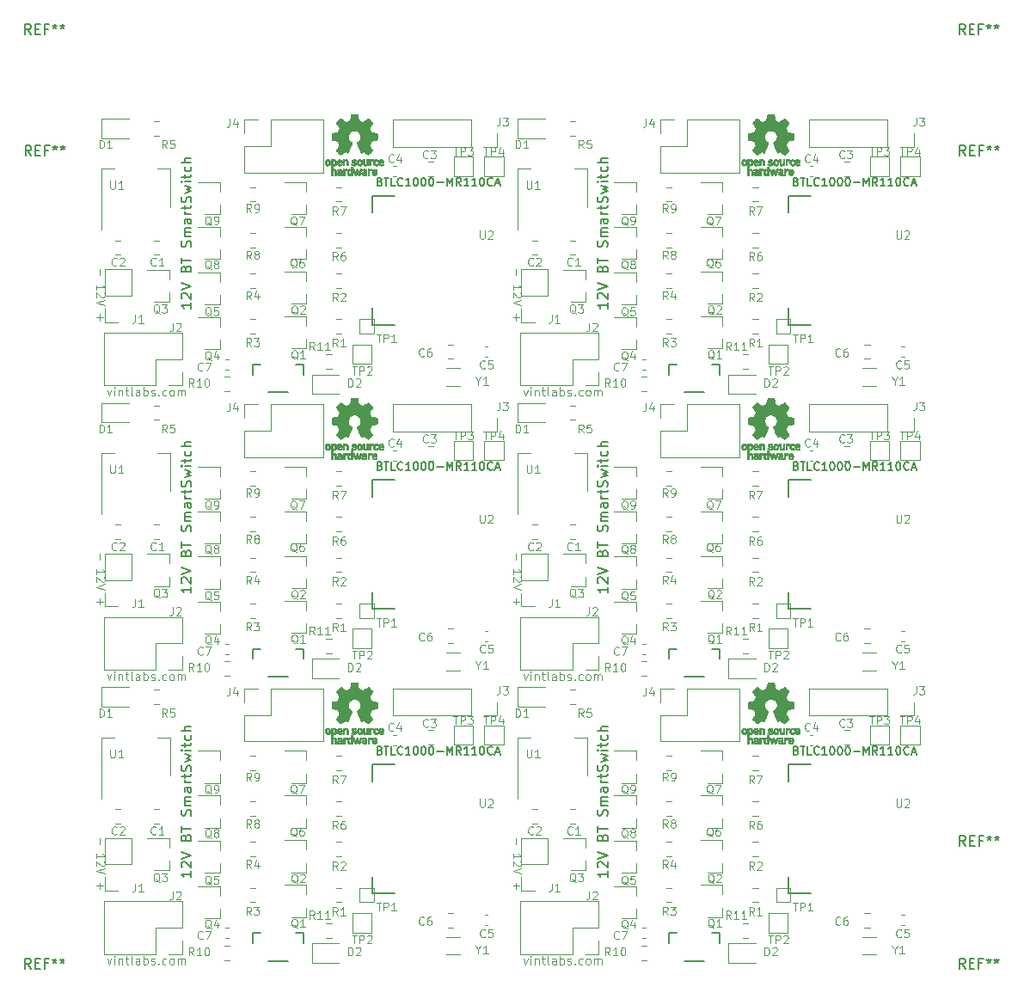
<source format=gbr>
G04 #@! TF.GenerationSoftware,KiCad,Pcbnew,5.0.0*
G04 #@! TF.CreationDate,2018-12-15T19:02:40-05:00*
G04 #@! TF.ProjectId,BT_12V_SmartSwitch-panelized,42545F3132565F536D61727453776974,rev?*
G04 #@! TF.SameCoordinates,Original*
G04 #@! TF.FileFunction,Legend,Top*
G04 #@! TF.FilePolarity,Positive*
%FSLAX46Y46*%
G04 Gerber Fmt 4.6, Leading zero omitted, Abs format (unit mm)*
G04 Created by KiCad (PCBNEW 5.0.0) date Sat Dec 15 19:02:40 2018*
%MOMM*%
%LPD*%
G01*
G04 APERTURE LIST*
%ADD10C,0.120000*%
%ADD11C,0.200000*%
%ADD12C,0.127000*%
%ADD13C,0.150000*%
%ADD14C,0.010000*%
G04 APERTURE END LIST*
D10*
X139942857Y-53385714D02*
X139942857Y-53995238D01*
X139638095Y-55404761D02*
X139638095Y-54947619D01*
X139638095Y-55176190D02*
X140438095Y-55176190D01*
X140323809Y-55100000D01*
X140247619Y-55023809D01*
X140209523Y-54947619D01*
X140361904Y-55709523D02*
X140400000Y-55747619D01*
X140438095Y-55823809D01*
X140438095Y-56014285D01*
X140400000Y-56090476D01*
X140361904Y-56128571D01*
X140285714Y-56166666D01*
X140209523Y-56166666D01*
X140095238Y-56128571D01*
X139638095Y-55671428D01*
X139638095Y-56166666D01*
X140438095Y-56395238D02*
X139638095Y-56661904D01*
X140438095Y-56928571D01*
X139942857Y-57804761D02*
X139942857Y-58414285D01*
X139638095Y-58109523D02*
X140247619Y-58109523D01*
X140664285Y-65270357D02*
X140866666Y-65837023D01*
X141069047Y-65270357D01*
X141392857Y-65837023D02*
X141392857Y-65270357D01*
X141392857Y-64987023D02*
X141352380Y-65027500D01*
X141392857Y-65067976D01*
X141433333Y-65027500D01*
X141392857Y-64987023D01*
X141392857Y-65067976D01*
X141797619Y-65270357D02*
X141797619Y-65837023D01*
X141797619Y-65351309D02*
X141838095Y-65310833D01*
X141919047Y-65270357D01*
X142040476Y-65270357D01*
X142121428Y-65310833D01*
X142161904Y-65391785D01*
X142161904Y-65837023D01*
X142445238Y-65270357D02*
X142769047Y-65270357D01*
X142566666Y-64987023D02*
X142566666Y-65715595D01*
X142607142Y-65796547D01*
X142688095Y-65837023D01*
X142769047Y-65837023D01*
X143173809Y-65837023D02*
X143092857Y-65796547D01*
X143052380Y-65715595D01*
X143052380Y-64987023D01*
X143861904Y-65837023D02*
X143861904Y-65391785D01*
X143821428Y-65310833D01*
X143740476Y-65270357D01*
X143578571Y-65270357D01*
X143497619Y-65310833D01*
X143861904Y-65796547D02*
X143780952Y-65837023D01*
X143578571Y-65837023D01*
X143497619Y-65796547D01*
X143457142Y-65715595D01*
X143457142Y-65634642D01*
X143497619Y-65553690D01*
X143578571Y-65513214D01*
X143780952Y-65513214D01*
X143861904Y-65472738D01*
X144266666Y-65837023D02*
X144266666Y-64987023D01*
X144266666Y-65310833D02*
X144347619Y-65270357D01*
X144509523Y-65270357D01*
X144590476Y-65310833D01*
X144630952Y-65351309D01*
X144671428Y-65432261D01*
X144671428Y-65675119D01*
X144630952Y-65756071D01*
X144590476Y-65796547D01*
X144509523Y-65837023D01*
X144347619Y-65837023D01*
X144266666Y-65796547D01*
X144995238Y-65796547D02*
X145076190Y-65837023D01*
X145238095Y-65837023D01*
X145319047Y-65796547D01*
X145359523Y-65715595D01*
X145359523Y-65675119D01*
X145319047Y-65594166D01*
X145238095Y-65553690D01*
X145116666Y-65553690D01*
X145035714Y-65513214D01*
X144995238Y-65432261D01*
X144995238Y-65391785D01*
X145035714Y-65310833D01*
X145116666Y-65270357D01*
X145238095Y-65270357D01*
X145319047Y-65310833D01*
X145723809Y-65756071D02*
X145764285Y-65796547D01*
X145723809Y-65837023D01*
X145683333Y-65796547D01*
X145723809Y-65756071D01*
X145723809Y-65837023D01*
X146492857Y-65796547D02*
X146411904Y-65837023D01*
X146250000Y-65837023D01*
X146169047Y-65796547D01*
X146128571Y-65756071D01*
X146088095Y-65675119D01*
X146088095Y-65432261D01*
X146128571Y-65351309D01*
X146169047Y-65310833D01*
X146250000Y-65270357D01*
X146411904Y-65270357D01*
X146492857Y-65310833D01*
X146978571Y-65837023D02*
X146897619Y-65796547D01*
X146857142Y-65756071D01*
X146816666Y-65675119D01*
X146816666Y-65432261D01*
X146857142Y-65351309D01*
X146897619Y-65310833D01*
X146978571Y-65270357D01*
X147100000Y-65270357D01*
X147180952Y-65310833D01*
X147221428Y-65351309D01*
X147261904Y-65432261D01*
X147261904Y-65675119D01*
X147221428Y-65756071D01*
X147180952Y-65796547D01*
X147100000Y-65837023D01*
X146978571Y-65837023D01*
X147626190Y-65837023D02*
X147626190Y-65270357D01*
X147626190Y-65351309D02*
X147666666Y-65310833D01*
X147747619Y-65270357D01*
X147869047Y-65270357D01*
X147950000Y-65310833D01*
X147990476Y-65391785D01*
X147990476Y-65837023D01*
X147990476Y-65391785D02*
X148030952Y-65310833D01*
X148111904Y-65270357D01*
X148233333Y-65270357D01*
X148314285Y-65310833D01*
X148354761Y-65391785D01*
X148354761Y-65837023D01*
D11*
X148952380Y-56657142D02*
X148952380Y-57228571D01*
X148952380Y-56942857D02*
X147952380Y-56942857D01*
X148095238Y-57038095D01*
X148190476Y-57133333D01*
X148238095Y-57228571D01*
X148047619Y-56276190D02*
X148000000Y-56228571D01*
X147952380Y-56133333D01*
X147952380Y-55895238D01*
X148000000Y-55800000D01*
X148047619Y-55752380D01*
X148142857Y-55704761D01*
X148238095Y-55704761D01*
X148380952Y-55752380D01*
X148952380Y-56323809D01*
X148952380Y-55704761D01*
X147952380Y-55419047D02*
X148952380Y-55085714D01*
X147952380Y-54752380D01*
X148428571Y-53323809D02*
X148476190Y-53180952D01*
X148523809Y-53133333D01*
X148619047Y-53085714D01*
X148761904Y-53085714D01*
X148857142Y-53133333D01*
X148904761Y-53180952D01*
X148952380Y-53276190D01*
X148952380Y-53657142D01*
X147952380Y-53657142D01*
X147952380Y-53323809D01*
X148000000Y-53228571D01*
X148047619Y-53180952D01*
X148142857Y-53133333D01*
X148238095Y-53133333D01*
X148333333Y-53180952D01*
X148380952Y-53228571D01*
X148428571Y-53323809D01*
X148428571Y-53657142D01*
X147952380Y-52800000D02*
X147952380Y-52228571D01*
X148952380Y-52514285D02*
X147952380Y-52514285D01*
X148904761Y-51180952D02*
X148952380Y-51038095D01*
X148952380Y-50800000D01*
X148904761Y-50704761D01*
X148857142Y-50657142D01*
X148761904Y-50609523D01*
X148666666Y-50609523D01*
X148571428Y-50657142D01*
X148523809Y-50704761D01*
X148476190Y-50800000D01*
X148428571Y-50990476D01*
X148380952Y-51085714D01*
X148333333Y-51133333D01*
X148238095Y-51180952D01*
X148142857Y-51180952D01*
X148047619Y-51133333D01*
X148000000Y-51085714D01*
X147952380Y-50990476D01*
X147952380Y-50752380D01*
X148000000Y-50609523D01*
X148952380Y-50180952D02*
X148285714Y-50180952D01*
X148380952Y-50180952D02*
X148333333Y-50133333D01*
X148285714Y-50038095D01*
X148285714Y-49895238D01*
X148333333Y-49800000D01*
X148428571Y-49752380D01*
X148952380Y-49752380D01*
X148428571Y-49752380D02*
X148333333Y-49704761D01*
X148285714Y-49609523D01*
X148285714Y-49466666D01*
X148333333Y-49371428D01*
X148428571Y-49323809D01*
X148952380Y-49323809D01*
X148952380Y-48419047D02*
X148428571Y-48419047D01*
X148333333Y-48466666D01*
X148285714Y-48561904D01*
X148285714Y-48752380D01*
X148333333Y-48847619D01*
X148904761Y-48419047D02*
X148952380Y-48514285D01*
X148952380Y-48752380D01*
X148904761Y-48847619D01*
X148809523Y-48895238D01*
X148714285Y-48895238D01*
X148619047Y-48847619D01*
X148571428Y-48752380D01*
X148571428Y-48514285D01*
X148523809Y-48419047D01*
X148952380Y-47942857D02*
X148285714Y-47942857D01*
X148476190Y-47942857D02*
X148380952Y-47895238D01*
X148333333Y-47847619D01*
X148285714Y-47752380D01*
X148285714Y-47657142D01*
X148285714Y-47466666D02*
X148285714Y-47085714D01*
X147952380Y-47323809D02*
X148809523Y-47323809D01*
X148904761Y-47276190D01*
X148952380Y-47180952D01*
X148952380Y-47085714D01*
X148904761Y-46800000D02*
X148952380Y-46657142D01*
X148952380Y-46419047D01*
X148904761Y-46323809D01*
X148857142Y-46276190D01*
X148761904Y-46228571D01*
X148666666Y-46228571D01*
X148571428Y-46276190D01*
X148523809Y-46323809D01*
X148476190Y-46419047D01*
X148428571Y-46609523D01*
X148380952Y-46704761D01*
X148333333Y-46752380D01*
X148238095Y-46800000D01*
X148142857Y-46800000D01*
X148047619Y-46752380D01*
X148000000Y-46704761D01*
X147952380Y-46609523D01*
X147952380Y-46371428D01*
X148000000Y-46228571D01*
X148285714Y-45895238D02*
X148952380Y-45704761D01*
X148476190Y-45514285D01*
X148952380Y-45323809D01*
X148285714Y-45133333D01*
X148952380Y-44752380D02*
X148285714Y-44752380D01*
X147952380Y-44752380D02*
X148000000Y-44800000D01*
X148047619Y-44752380D01*
X148000000Y-44704761D01*
X147952380Y-44752380D01*
X148047619Y-44752380D01*
X148285714Y-44419047D02*
X148285714Y-44038095D01*
X147952380Y-44276190D02*
X148809523Y-44276190D01*
X148904761Y-44228571D01*
X148952380Y-44133333D01*
X148952380Y-44038095D01*
X148904761Y-43276190D02*
X148952380Y-43371428D01*
X148952380Y-43561904D01*
X148904761Y-43657142D01*
X148857142Y-43704761D01*
X148761904Y-43752380D01*
X148476190Y-43752380D01*
X148380952Y-43704761D01*
X148333333Y-43657142D01*
X148285714Y-43561904D01*
X148285714Y-43371428D01*
X148333333Y-43276190D01*
X148952380Y-42847619D02*
X147952380Y-42847619D01*
X148952380Y-42419047D02*
X148428571Y-42419047D01*
X148333333Y-42466666D01*
X148285714Y-42561904D01*
X148285714Y-42704761D01*
X148333333Y-42800000D01*
X148380952Y-42847619D01*
D10*
X139942857Y-53385714D02*
X139942857Y-53995238D01*
X139638095Y-55404761D02*
X139638095Y-54947619D01*
X139638095Y-55176190D02*
X140438095Y-55176190D01*
X140323809Y-55100000D01*
X140247619Y-55023809D01*
X140209523Y-54947619D01*
X140361904Y-55709523D02*
X140400000Y-55747619D01*
X140438095Y-55823809D01*
X140438095Y-56014285D01*
X140400000Y-56090476D01*
X140361904Y-56128571D01*
X140285714Y-56166666D01*
X140209523Y-56166666D01*
X140095238Y-56128571D01*
X139638095Y-55671428D01*
X139638095Y-56166666D01*
X140438095Y-56395238D02*
X139638095Y-56661904D01*
X140438095Y-56928571D01*
X139942857Y-57804761D02*
X139942857Y-58414285D01*
X139638095Y-58109523D02*
X140247619Y-58109523D01*
X140664285Y-65270357D02*
X140866666Y-65837023D01*
X141069047Y-65270357D01*
X141392857Y-65837023D02*
X141392857Y-65270357D01*
X141392857Y-64987023D02*
X141352380Y-65027500D01*
X141392857Y-65067976D01*
X141433333Y-65027500D01*
X141392857Y-64987023D01*
X141392857Y-65067976D01*
X141797619Y-65270357D02*
X141797619Y-65837023D01*
X141797619Y-65351309D02*
X141838095Y-65310833D01*
X141919047Y-65270357D01*
X142040476Y-65270357D01*
X142121428Y-65310833D01*
X142161904Y-65391785D01*
X142161904Y-65837023D01*
X142445238Y-65270357D02*
X142769047Y-65270357D01*
X142566666Y-64987023D02*
X142566666Y-65715595D01*
X142607142Y-65796547D01*
X142688095Y-65837023D01*
X142769047Y-65837023D01*
X143173809Y-65837023D02*
X143092857Y-65796547D01*
X143052380Y-65715595D01*
X143052380Y-64987023D01*
X143861904Y-65837023D02*
X143861904Y-65391785D01*
X143821428Y-65310833D01*
X143740476Y-65270357D01*
X143578571Y-65270357D01*
X143497619Y-65310833D01*
X143861904Y-65796547D02*
X143780952Y-65837023D01*
X143578571Y-65837023D01*
X143497619Y-65796547D01*
X143457142Y-65715595D01*
X143457142Y-65634642D01*
X143497619Y-65553690D01*
X143578571Y-65513214D01*
X143780952Y-65513214D01*
X143861904Y-65472738D01*
X144266666Y-65837023D02*
X144266666Y-64987023D01*
X144266666Y-65310833D02*
X144347619Y-65270357D01*
X144509523Y-65270357D01*
X144590476Y-65310833D01*
X144630952Y-65351309D01*
X144671428Y-65432261D01*
X144671428Y-65675119D01*
X144630952Y-65756071D01*
X144590476Y-65796547D01*
X144509523Y-65837023D01*
X144347619Y-65837023D01*
X144266666Y-65796547D01*
X144995238Y-65796547D02*
X145076190Y-65837023D01*
X145238095Y-65837023D01*
X145319047Y-65796547D01*
X145359523Y-65715595D01*
X145359523Y-65675119D01*
X145319047Y-65594166D01*
X145238095Y-65553690D01*
X145116666Y-65553690D01*
X145035714Y-65513214D01*
X144995238Y-65432261D01*
X144995238Y-65391785D01*
X145035714Y-65310833D01*
X145116666Y-65270357D01*
X145238095Y-65270357D01*
X145319047Y-65310833D01*
X145723809Y-65756071D02*
X145764285Y-65796547D01*
X145723809Y-65837023D01*
X145683333Y-65796547D01*
X145723809Y-65756071D01*
X145723809Y-65837023D01*
X146492857Y-65796547D02*
X146411904Y-65837023D01*
X146250000Y-65837023D01*
X146169047Y-65796547D01*
X146128571Y-65756071D01*
X146088095Y-65675119D01*
X146088095Y-65432261D01*
X146128571Y-65351309D01*
X146169047Y-65310833D01*
X146250000Y-65270357D01*
X146411904Y-65270357D01*
X146492857Y-65310833D01*
X146978571Y-65837023D02*
X146897619Y-65796547D01*
X146857142Y-65756071D01*
X146816666Y-65675119D01*
X146816666Y-65432261D01*
X146857142Y-65351309D01*
X146897619Y-65310833D01*
X146978571Y-65270357D01*
X147100000Y-65270357D01*
X147180952Y-65310833D01*
X147221428Y-65351309D01*
X147261904Y-65432261D01*
X147261904Y-65675119D01*
X147221428Y-65756071D01*
X147180952Y-65796547D01*
X147100000Y-65837023D01*
X146978571Y-65837023D01*
X147626190Y-65837023D02*
X147626190Y-65270357D01*
X147626190Y-65351309D02*
X147666666Y-65310833D01*
X147747619Y-65270357D01*
X147869047Y-65270357D01*
X147950000Y-65310833D01*
X147990476Y-65391785D01*
X147990476Y-65837023D01*
X147990476Y-65391785D02*
X148030952Y-65310833D01*
X148111904Y-65270357D01*
X148233333Y-65270357D01*
X148314285Y-65310833D01*
X148354761Y-65391785D01*
X148354761Y-65837023D01*
D11*
X148952380Y-56657142D02*
X148952380Y-57228571D01*
X148952380Y-56942857D02*
X147952380Y-56942857D01*
X148095238Y-57038095D01*
X148190476Y-57133333D01*
X148238095Y-57228571D01*
X148047619Y-56276190D02*
X148000000Y-56228571D01*
X147952380Y-56133333D01*
X147952380Y-55895238D01*
X148000000Y-55800000D01*
X148047619Y-55752380D01*
X148142857Y-55704761D01*
X148238095Y-55704761D01*
X148380952Y-55752380D01*
X148952380Y-56323809D01*
X148952380Y-55704761D01*
X147952380Y-55419047D02*
X148952380Y-55085714D01*
X147952380Y-54752380D01*
X148428571Y-53323809D02*
X148476190Y-53180952D01*
X148523809Y-53133333D01*
X148619047Y-53085714D01*
X148761904Y-53085714D01*
X148857142Y-53133333D01*
X148904761Y-53180952D01*
X148952380Y-53276190D01*
X148952380Y-53657142D01*
X147952380Y-53657142D01*
X147952380Y-53323809D01*
X148000000Y-53228571D01*
X148047619Y-53180952D01*
X148142857Y-53133333D01*
X148238095Y-53133333D01*
X148333333Y-53180952D01*
X148380952Y-53228571D01*
X148428571Y-53323809D01*
X148428571Y-53657142D01*
X147952380Y-52800000D02*
X147952380Y-52228571D01*
X148952380Y-52514285D02*
X147952380Y-52514285D01*
X148904761Y-51180952D02*
X148952380Y-51038095D01*
X148952380Y-50800000D01*
X148904761Y-50704761D01*
X148857142Y-50657142D01*
X148761904Y-50609523D01*
X148666666Y-50609523D01*
X148571428Y-50657142D01*
X148523809Y-50704761D01*
X148476190Y-50800000D01*
X148428571Y-50990476D01*
X148380952Y-51085714D01*
X148333333Y-51133333D01*
X148238095Y-51180952D01*
X148142857Y-51180952D01*
X148047619Y-51133333D01*
X148000000Y-51085714D01*
X147952380Y-50990476D01*
X147952380Y-50752380D01*
X148000000Y-50609523D01*
X148952380Y-50180952D02*
X148285714Y-50180952D01*
X148380952Y-50180952D02*
X148333333Y-50133333D01*
X148285714Y-50038095D01*
X148285714Y-49895238D01*
X148333333Y-49800000D01*
X148428571Y-49752380D01*
X148952380Y-49752380D01*
X148428571Y-49752380D02*
X148333333Y-49704761D01*
X148285714Y-49609523D01*
X148285714Y-49466666D01*
X148333333Y-49371428D01*
X148428571Y-49323809D01*
X148952380Y-49323809D01*
X148952380Y-48419047D02*
X148428571Y-48419047D01*
X148333333Y-48466666D01*
X148285714Y-48561904D01*
X148285714Y-48752380D01*
X148333333Y-48847619D01*
X148904761Y-48419047D02*
X148952380Y-48514285D01*
X148952380Y-48752380D01*
X148904761Y-48847619D01*
X148809523Y-48895238D01*
X148714285Y-48895238D01*
X148619047Y-48847619D01*
X148571428Y-48752380D01*
X148571428Y-48514285D01*
X148523809Y-48419047D01*
X148952380Y-47942857D02*
X148285714Y-47942857D01*
X148476190Y-47942857D02*
X148380952Y-47895238D01*
X148333333Y-47847619D01*
X148285714Y-47752380D01*
X148285714Y-47657142D01*
X148285714Y-47466666D02*
X148285714Y-47085714D01*
X147952380Y-47323809D02*
X148809523Y-47323809D01*
X148904761Y-47276190D01*
X148952380Y-47180952D01*
X148952380Y-47085714D01*
X148904761Y-46800000D02*
X148952380Y-46657142D01*
X148952380Y-46419047D01*
X148904761Y-46323809D01*
X148857142Y-46276190D01*
X148761904Y-46228571D01*
X148666666Y-46228571D01*
X148571428Y-46276190D01*
X148523809Y-46323809D01*
X148476190Y-46419047D01*
X148428571Y-46609523D01*
X148380952Y-46704761D01*
X148333333Y-46752380D01*
X148238095Y-46800000D01*
X148142857Y-46800000D01*
X148047619Y-46752380D01*
X148000000Y-46704761D01*
X147952380Y-46609523D01*
X147952380Y-46371428D01*
X148000000Y-46228571D01*
X148285714Y-45895238D02*
X148952380Y-45704761D01*
X148476190Y-45514285D01*
X148952380Y-45323809D01*
X148285714Y-45133333D01*
X148952380Y-44752380D02*
X148285714Y-44752380D01*
X147952380Y-44752380D02*
X148000000Y-44800000D01*
X148047619Y-44752380D01*
X148000000Y-44704761D01*
X147952380Y-44752380D01*
X148047619Y-44752380D01*
X148285714Y-44419047D02*
X148285714Y-44038095D01*
X147952380Y-44276190D02*
X148809523Y-44276190D01*
X148904761Y-44228571D01*
X148952380Y-44133333D01*
X148952380Y-44038095D01*
X148904761Y-43276190D02*
X148952380Y-43371428D01*
X148952380Y-43561904D01*
X148904761Y-43657142D01*
X148857142Y-43704761D01*
X148761904Y-43752380D01*
X148476190Y-43752380D01*
X148380952Y-43704761D01*
X148333333Y-43657142D01*
X148285714Y-43561904D01*
X148285714Y-43371428D01*
X148333333Y-43276190D01*
X148952380Y-42847619D02*
X147952380Y-42847619D01*
X148952380Y-42419047D02*
X148428571Y-42419047D01*
X148333333Y-42466666D01*
X148285714Y-42561904D01*
X148285714Y-42704761D01*
X148333333Y-42800000D01*
X148380952Y-42847619D01*
D10*
X139942857Y-81385714D02*
X139942857Y-81995238D01*
X139638095Y-83404761D02*
X139638095Y-82947619D01*
X139638095Y-83176190D02*
X140438095Y-83176190D01*
X140323809Y-83100000D01*
X140247619Y-83023809D01*
X140209523Y-82947619D01*
X140361904Y-83709523D02*
X140400000Y-83747619D01*
X140438095Y-83823809D01*
X140438095Y-84014285D01*
X140400000Y-84090476D01*
X140361904Y-84128571D01*
X140285714Y-84166666D01*
X140209523Y-84166666D01*
X140095238Y-84128571D01*
X139638095Y-83671428D01*
X139638095Y-84166666D01*
X140438095Y-84395238D02*
X139638095Y-84661904D01*
X140438095Y-84928571D01*
X139942857Y-85804761D02*
X139942857Y-86414285D01*
X139638095Y-86109523D02*
X140247619Y-86109523D01*
X140664285Y-93270357D02*
X140866666Y-93837023D01*
X141069047Y-93270357D01*
X141392857Y-93837023D02*
X141392857Y-93270357D01*
X141392857Y-92987023D02*
X141352380Y-93027500D01*
X141392857Y-93067976D01*
X141433333Y-93027500D01*
X141392857Y-92987023D01*
X141392857Y-93067976D01*
X141797619Y-93270357D02*
X141797619Y-93837023D01*
X141797619Y-93351309D02*
X141838095Y-93310833D01*
X141919047Y-93270357D01*
X142040476Y-93270357D01*
X142121428Y-93310833D01*
X142161904Y-93391785D01*
X142161904Y-93837023D01*
X142445238Y-93270357D02*
X142769047Y-93270357D01*
X142566666Y-92987023D02*
X142566666Y-93715595D01*
X142607142Y-93796547D01*
X142688095Y-93837023D01*
X142769047Y-93837023D01*
X143173809Y-93837023D02*
X143092857Y-93796547D01*
X143052380Y-93715595D01*
X143052380Y-92987023D01*
X143861904Y-93837023D02*
X143861904Y-93391785D01*
X143821428Y-93310833D01*
X143740476Y-93270357D01*
X143578571Y-93270357D01*
X143497619Y-93310833D01*
X143861904Y-93796547D02*
X143780952Y-93837023D01*
X143578571Y-93837023D01*
X143497619Y-93796547D01*
X143457142Y-93715595D01*
X143457142Y-93634642D01*
X143497619Y-93553690D01*
X143578571Y-93513214D01*
X143780952Y-93513214D01*
X143861904Y-93472738D01*
X144266666Y-93837023D02*
X144266666Y-92987023D01*
X144266666Y-93310833D02*
X144347619Y-93270357D01*
X144509523Y-93270357D01*
X144590476Y-93310833D01*
X144630952Y-93351309D01*
X144671428Y-93432261D01*
X144671428Y-93675119D01*
X144630952Y-93756071D01*
X144590476Y-93796547D01*
X144509523Y-93837023D01*
X144347619Y-93837023D01*
X144266666Y-93796547D01*
X144995238Y-93796547D02*
X145076190Y-93837023D01*
X145238095Y-93837023D01*
X145319047Y-93796547D01*
X145359523Y-93715595D01*
X145359523Y-93675119D01*
X145319047Y-93594166D01*
X145238095Y-93553690D01*
X145116666Y-93553690D01*
X145035714Y-93513214D01*
X144995238Y-93432261D01*
X144995238Y-93391785D01*
X145035714Y-93310833D01*
X145116666Y-93270357D01*
X145238095Y-93270357D01*
X145319047Y-93310833D01*
X145723809Y-93756071D02*
X145764285Y-93796547D01*
X145723809Y-93837023D01*
X145683333Y-93796547D01*
X145723809Y-93756071D01*
X145723809Y-93837023D01*
X146492857Y-93796547D02*
X146411904Y-93837023D01*
X146250000Y-93837023D01*
X146169047Y-93796547D01*
X146128571Y-93756071D01*
X146088095Y-93675119D01*
X146088095Y-93432261D01*
X146128571Y-93351309D01*
X146169047Y-93310833D01*
X146250000Y-93270357D01*
X146411904Y-93270357D01*
X146492857Y-93310833D01*
X146978571Y-93837023D02*
X146897619Y-93796547D01*
X146857142Y-93756071D01*
X146816666Y-93675119D01*
X146816666Y-93432261D01*
X146857142Y-93351309D01*
X146897619Y-93310833D01*
X146978571Y-93270357D01*
X147100000Y-93270357D01*
X147180952Y-93310833D01*
X147221428Y-93351309D01*
X147261904Y-93432261D01*
X147261904Y-93675119D01*
X147221428Y-93756071D01*
X147180952Y-93796547D01*
X147100000Y-93837023D01*
X146978571Y-93837023D01*
X147626190Y-93837023D02*
X147626190Y-93270357D01*
X147626190Y-93351309D02*
X147666666Y-93310833D01*
X147747619Y-93270357D01*
X147869047Y-93270357D01*
X147950000Y-93310833D01*
X147990476Y-93391785D01*
X147990476Y-93837023D01*
X147990476Y-93391785D02*
X148030952Y-93310833D01*
X148111904Y-93270357D01*
X148233333Y-93270357D01*
X148314285Y-93310833D01*
X148354761Y-93391785D01*
X148354761Y-93837023D01*
D11*
X148952380Y-84657142D02*
X148952380Y-85228571D01*
X148952380Y-84942857D02*
X147952380Y-84942857D01*
X148095238Y-85038095D01*
X148190476Y-85133333D01*
X148238095Y-85228571D01*
X148047619Y-84276190D02*
X148000000Y-84228571D01*
X147952380Y-84133333D01*
X147952380Y-83895238D01*
X148000000Y-83800000D01*
X148047619Y-83752380D01*
X148142857Y-83704761D01*
X148238095Y-83704761D01*
X148380952Y-83752380D01*
X148952380Y-84323809D01*
X148952380Y-83704761D01*
X147952380Y-83419047D02*
X148952380Y-83085714D01*
X147952380Y-82752380D01*
X148428571Y-81323809D02*
X148476190Y-81180952D01*
X148523809Y-81133333D01*
X148619047Y-81085714D01*
X148761904Y-81085714D01*
X148857142Y-81133333D01*
X148904761Y-81180952D01*
X148952380Y-81276190D01*
X148952380Y-81657142D01*
X147952380Y-81657142D01*
X147952380Y-81323809D01*
X148000000Y-81228571D01*
X148047619Y-81180952D01*
X148142857Y-81133333D01*
X148238095Y-81133333D01*
X148333333Y-81180952D01*
X148380952Y-81228571D01*
X148428571Y-81323809D01*
X148428571Y-81657142D01*
X147952380Y-80800000D02*
X147952380Y-80228571D01*
X148952380Y-80514285D02*
X147952380Y-80514285D01*
X148904761Y-79180952D02*
X148952380Y-79038095D01*
X148952380Y-78800000D01*
X148904761Y-78704761D01*
X148857142Y-78657142D01*
X148761904Y-78609523D01*
X148666666Y-78609523D01*
X148571428Y-78657142D01*
X148523809Y-78704761D01*
X148476190Y-78800000D01*
X148428571Y-78990476D01*
X148380952Y-79085714D01*
X148333333Y-79133333D01*
X148238095Y-79180952D01*
X148142857Y-79180952D01*
X148047619Y-79133333D01*
X148000000Y-79085714D01*
X147952380Y-78990476D01*
X147952380Y-78752380D01*
X148000000Y-78609523D01*
X148952380Y-78180952D02*
X148285714Y-78180952D01*
X148380952Y-78180952D02*
X148333333Y-78133333D01*
X148285714Y-78038095D01*
X148285714Y-77895238D01*
X148333333Y-77800000D01*
X148428571Y-77752380D01*
X148952380Y-77752380D01*
X148428571Y-77752380D02*
X148333333Y-77704761D01*
X148285714Y-77609523D01*
X148285714Y-77466666D01*
X148333333Y-77371428D01*
X148428571Y-77323809D01*
X148952380Y-77323809D01*
X148952380Y-76419047D02*
X148428571Y-76419047D01*
X148333333Y-76466666D01*
X148285714Y-76561904D01*
X148285714Y-76752380D01*
X148333333Y-76847619D01*
X148904761Y-76419047D02*
X148952380Y-76514285D01*
X148952380Y-76752380D01*
X148904761Y-76847619D01*
X148809523Y-76895238D01*
X148714285Y-76895238D01*
X148619047Y-76847619D01*
X148571428Y-76752380D01*
X148571428Y-76514285D01*
X148523809Y-76419047D01*
X148952380Y-75942857D02*
X148285714Y-75942857D01*
X148476190Y-75942857D02*
X148380952Y-75895238D01*
X148333333Y-75847619D01*
X148285714Y-75752380D01*
X148285714Y-75657142D01*
X148285714Y-75466666D02*
X148285714Y-75085714D01*
X147952380Y-75323809D02*
X148809523Y-75323809D01*
X148904761Y-75276190D01*
X148952380Y-75180952D01*
X148952380Y-75085714D01*
X148904761Y-74800000D02*
X148952380Y-74657142D01*
X148952380Y-74419047D01*
X148904761Y-74323809D01*
X148857142Y-74276190D01*
X148761904Y-74228571D01*
X148666666Y-74228571D01*
X148571428Y-74276190D01*
X148523809Y-74323809D01*
X148476190Y-74419047D01*
X148428571Y-74609523D01*
X148380952Y-74704761D01*
X148333333Y-74752380D01*
X148238095Y-74800000D01*
X148142857Y-74800000D01*
X148047619Y-74752380D01*
X148000000Y-74704761D01*
X147952380Y-74609523D01*
X147952380Y-74371428D01*
X148000000Y-74228571D01*
X148285714Y-73895238D02*
X148952380Y-73704761D01*
X148476190Y-73514285D01*
X148952380Y-73323809D01*
X148285714Y-73133333D01*
X148952380Y-72752380D02*
X148285714Y-72752380D01*
X147952380Y-72752380D02*
X148000000Y-72800000D01*
X148047619Y-72752380D01*
X148000000Y-72704761D01*
X147952380Y-72752380D01*
X148047619Y-72752380D01*
X148285714Y-72419047D02*
X148285714Y-72038095D01*
X147952380Y-72276190D02*
X148809523Y-72276190D01*
X148904761Y-72228571D01*
X148952380Y-72133333D01*
X148952380Y-72038095D01*
X148904761Y-71276190D02*
X148952380Y-71371428D01*
X148952380Y-71561904D01*
X148904761Y-71657142D01*
X148857142Y-71704761D01*
X148761904Y-71752380D01*
X148476190Y-71752380D01*
X148380952Y-71704761D01*
X148333333Y-71657142D01*
X148285714Y-71561904D01*
X148285714Y-71371428D01*
X148333333Y-71276190D01*
X148952380Y-70847619D02*
X147952380Y-70847619D01*
X148952380Y-70419047D02*
X148428571Y-70419047D01*
X148333333Y-70466666D01*
X148285714Y-70561904D01*
X148285714Y-70704761D01*
X148333333Y-70800000D01*
X148380952Y-70847619D01*
D10*
X139942857Y-81385714D02*
X139942857Y-81995238D01*
X139638095Y-83404761D02*
X139638095Y-82947619D01*
X139638095Y-83176190D02*
X140438095Y-83176190D01*
X140323809Y-83100000D01*
X140247619Y-83023809D01*
X140209523Y-82947619D01*
X140361904Y-83709523D02*
X140400000Y-83747619D01*
X140438095Y-83823809D01*
X140438095Y-84014285D01*
X140400000Y-84090476D01*
X140361904Y-84128571D01*
X140285714Y-84166666D01*
X140209523Y-84166666D01*
X140095238Y-84128571D01*
X139638095Y-83671428D01*
X139638095Y-84166666D01*
X140438095Y-84395238D02*
X139638095Y-84661904D01*
X140438095Y-84928571D01*
X139942857Y-85804761D02*
X139942857Y-86414285D01*
X139638095Y-86109523D02*
X140247619Y-86109523D01*
X140664285Y-93270357D02*
X140866666Y-93837023D01*
X141069047Y-93270357D01*
X141392857Y-93837023D02*
X141392857Y-93270357D01*
X141392857Y-92987023D02*
X141352380Y-93027500D01*
X141392857Y-93067976D01*
X141433333Y-93027500D01*
X141392857Y-92987023D01*
X141392857Y-93067976D01*
X141797619Y-93270357D02*
X141797619Y-93837023D01*
X141797619Y-93351309D02*
X141838095Y-93310833D01*
X141919047Y-93270357D01*
X142040476Y-93270357D01*
X142121428Y-93310833D01*
X142161904Y-93391785D01*
X142161904Y-93837023D01*
X142445238Y-93270357D02*
X142769047Y-93270357D01*
X142566666Y-92987023D02*
X142566666Y-93715595D01*
X142607142Y-93796547D01*
X142688095Y-93837023D01*
X142769047Y-93837023D01*
X143173809Y-93837023D02*
X143092857Y-93796547D01*
X143052380Y-93715595D01*
X143052380Y-92987023D01*
X143861904Y-93837023D02*
X143861904Y-93391785D01*
X143821428Y-93310833D01*
X143740476Y-93270357D01*
X143578571Y-93270357D01*
X143497619Y-93310833D01*
X143861904Y-93796547D02*
X143780952Y-93837023D01*
X143578571Y-93837023D01*
X143497619Y-93796547D01*
X143457142Y-93715595D01*
X143457142Y-93634642D01*
X143497619Y-93553690D01*
X143578571Y-93513214D01*
X143780952Y-93513214D01*
X143861904Y-93472738D01*
X144266666Y-93837023D02*
X144266666Y-92987023D01*
X144266666Y-93310833D02*
X144347619Y-93270357D01*
X144509523Y-93270357D01*
X144590476Y-93310833D01*
X144630952Y-93351309D01*
X144671428Y-93432261D01*
X144671428Y-93675119D01*
X144630952Y-93756071D01*
X144590476Y-93796547D01*
X144509523Y-93837023D01*
X144347619Y-93837023D01*
X144266666Y-93796547D01*
X144995238Y-93796547D02*
X145076190Y-93837023D01*
X145238095Y-93837023D01*
X145319047Y-93796547D01*
X145359523Y-93715595D01*
X145359523Y-93675119D01*
X145319047Y-93594166D01*
X145238095Y-93553690D01*
X145116666Y-93553690D01*
X145035714Y-93513214D01*
X144995238Y-93432261D01*
X144995238Y-93391785D01*
X145035714Y-93310833D01*
X145116666Y-93270357D01*
X145238095Y-93270357D01*
X145319047Y-93310833D01*
X145723809Y-93756071D02*
X145764285Y-93796547D01*
X145723809Y-93837023D01*
X145683333Y-93796547D01*
X145723809Y-93756071D01*
X145723809Y-93837023D01*
X146492857Y-93796547D02*
X146411904Y-93837023D01*
X146250000Y-93837023D01*
X146169047Y-93796547D01*
X146128571Y-93756071D01*
X146088095Y-93675119D01*
X146088095Y-93432261D01*
X146128571Y-93351309D01*
X146169047Y-93310833D01*
X146250000Y-93270357D01*
X146411904Y-93270357D01*
X146492857Y-93310833D01*
X146978571Y-93837023D02*
X146897619Y-93796547D01*
X146857142Y-93756071D01*
X146816666Y-93675119D01*
X146816666Y-93432261D01*
X146857142Y-93351309D01*
X146897619Y-93310833D01*
X146978571Y-93270357D01*
X147100000Y-93270357D01*
X147180952Y-93310833D01*
X147221428Y-93351309D01*
X147261904Y-93432261D01*
X147261904Y-93675119D01*
X147221428Y-93756071D01*
X147180952Y-93796547D01*
X147100000Y-93837023D01*
X146978571Y-93837023D01*
X147626190Y-93837023D02*
X147626190Y-93270357D01*
X147626190Y-93351309D02*
X147666666Y-93310833D01*
X147747619Y-93270357D01*
X147869047Y-93270357D01*
X147950000Y-93310833D01*
X147990476Y-93391785D01*
X147990476Y-93837023D01*
X147990476Y-93391785D02*
X148030952Y-93310833D01*
X148111904Y-93270357D01*
X148233333Y-93270357D01*
X148314285Y-93310833D01*
X148354761Y-93391785D01*
X148354761Y-93837023D01*
D11*
X148952380Y-84657142D02*
X148952380Y-85228571D01*
X148952380Y-84942857D02*
X147952380Y-84942857D01*
X148095238Y-85038095D01*
X148190476Y-85133333D01*
X148238095Y-85228571D01*
X148047619Y-84276190D02*
X148000000Y-84228571D01*
X147952380Y-84133333D01*
X147952380Y-83895238D01*
X148000000Y-83800000D01*
X148047619Y-83752380D01*
X148142857Y-83704761D01*
X148238095Y-83704761D01*
X148380952Y-83752380D01*
X148952380Y-84323809D01*
X148952380Y-83704761D01*
X147952380Y-83419047D02*
X148952380Y-83085714D01*
X147952380Y-82752380D01*
X148428571Y-81323809D02*
X148476190Y-81180952D01*
X148523809Y-81133333D01*
X148619047Y-81085714D01*
X148761904Y-81085714D01*
X148857142Y-81133333D01*
X148904761Y-81180952D01*
X148952380Y-81276190D01*
X148952380Y-81657142D01*
X147952380Y-81657142D01*
X147952380Y-81323809D01*
X148000000Y-81228571D01*
X148047619Y-81180952D01*
X148142857Y-81133333D01*
X148238095Y-81133333D01*
X148333333Y-81180952D01*
X148380952Y-81228571D01*
X148428571Y-81323809D01*
X148428571Y-81657142D01*
X147952380Y-80800000D02*
X147952380Y-80228571D01*
X148952380Y-80514285D02*
X147952380Y-80514285D01*
X148904761Y-79180952D02*
X148952380Y-79038095D01*
X148952380Y-78800000D01*
X148904761Y-78704761D01*
X148857142Y-78657142D01*
X148761904Y-78609523D01*
X148666666Y-78609523D01*
X148571428Y-78657142D01*
X148523809Y-78704761D01*
X148476190Y-78800000D01*
X148428571Y-78990476D01*
X148380952Y-79085714D01*
X148333333Y-79133333D01*
X148238095Y-79180952D01*
X148142857Y-79180952D01*
X148047619Y-79133333D01*
X148000000Y-79085714D01*
X147952380Y-78990476D01*
X147952380Y-78752380D01*
X148000000Y-78609523D01*
X148952380Y-78180952D02*
X148285714Y-78180952D01*
X148380952Y-78180952D02*
X148333333Y-78133333D01*
X148285714Y-78038095D01*
X148285714Y-77895238D01*
X148333333Y-77800000D01*
X148428571Y-77752380D01*
X148952380Y-77752380D01*
X148428571Y-77752380D02*
X148333333Y-77704761D01*
X148285714Y-77609523D01*
X148285714Y-77466666D01*
X148333333Y-77371428D01*
X148428571Y-77323809D01*
X148952380Y-77323809D01*
X148952380Y-76419047D02*
X148428571Y-76419047D01*
X148333333Y-76466666D01*
X148285714Y-76561904D01*
X148285714Y-76752380D01*
X148333333Y-76847619D01*
X148904761Y-76419047D02*
X148952380Y-76514285D01*
X148952380Y-76752380D01*
X148904761Y-76847619D01*
X148809523Y-76895238D01*
X148714285Y-76895238D01*
X148619047Y-76847619D01*
X148571428Y-76752380D01*
X148571428Y-76514285D01*
X148523809Y-76419047D01*
X148952380Y-75942857D02*
X148285714Y-75942857D01*
X148476190Y-75942857D02*
X148380952Y-75895238D01*
X148333333Y-75847619D01*
X148285714Y-75752380D01*
X148285714Y-75657142D01*
X148285714Y-75466666D02*
X148285714Y-75085714D01*
X147952380Y-75323809D02*
X148809523Y-75323809D01*
X148904761Y-75276190D01*
X148952380Y-75180952D01*
X148952380Y-75085714D01*
X148904761Y-74800000D02*
X148952380Y-74657142D01*
X148952380Y-74419047D01*
X148904761Y-74323809D01*
X148857142Y-74276190D01*
X148761904Y-74228571D01*
X148666666Y-74228571D01*
X148571428Y-74276190D01*
X148523809Y-74323809D01*
X148476190Y-74419047D01*
X148428571Y-74609523D01*
X148380952Y-74704761D01*
X148333333Y-74752380D01*
X148238095Y-74800000D01*
X148142857Y-74800000D01*
X148047619Y-74752380D01*
X148000000Y-74704761D01*
X147952380Y-74609523D01*
X147952380Y-74371428D01*
X148000000Y-74228571D01*
X148285714Y-73895238D02*
X148952380Y-73704761D01*
X148476190Y-73514285D01*
X148952380Y-73323809D01*
X148285714Y-73133333D01*
X148952380Y-72752380D02*
X148285714Y-72752380D01*
X147952380Y-72752380D02*
X148000000Y-72800000D01*
X148047619Y-72752380D01*
X148000000Y-72704761D01*
X147952380Y-72752380D01*
X148047619Y-72752380D01*
X148285714Y-72419047D02*
X148285714Y-72038095D01*
X147952380Y-72276190D02*
X148809523Y-72276190D01*
X148904761Y-72228571D01*
X148952380Y-72133333D01*
X148952380Y-72038095D01*
X148904761Y-71276190D02*
X148952380Y-71371428D01*
X148952380Y-71561904D01*
X148904761Y-71657142D01*
X148857142Y-71704761D01*
X148761904Y-71752380D01*
X148476190Y-71752380D01*
X148380952Y-71704761D01*
X148333333Y-71657142D01*
X148285714Y-71561904D01*
X148285714Y-71371428D01*
X148333333Y-71276190D01*
X148952380Y-70847619D02*
X147952380Y-70847619D01*
X148952380Y-70419047D02*
X148428571Y-70419047D01*
X148333333Y-70466666D01*
X148285714Y-70561904D01*
X148285714Y-70704761D01*
X148333333Y-70800000D01*
X148380952Y-70847619D01*
D10*
X98942857Y-81385714D02*
X98942857Y-81995238D01*
X98638095Y-83404761D02*
X98638095Y-82947619D01*
X98638095Y-83176190D02*
X99438095Y-83176190D01*
X99323809Y-83100000D01*
X99247619Y-83023809D01*
X99209523Y-82947619D01*
X99361904Y-83709523D02*
X99400000Y-83747619D01*
X99438095Y-83823809D01*
X99438095Y-84014285D01*
X99400000Y-84090476D01*
X99361904Y-84128571D01*
X99285714Y-84166666D01*
X99209523Y-84166666D01*
X99095238Y-84128571D01*
X98638095Y-83671428D01*
X98638095Y-84166666D01*
X99438095Y-84395238D02*
X98638095Y-84661904D01*
X99438095Y-84928571D01*
X98942857Y-85804761D02*
X98942857Y-86414285D01*
X98638095Y-86109523D02*
X99247619Y-86109523D01*
X99664285Y-93270357D02*
X99866666Y-93837023D01*
X100069047Y-93270357D01*
X100392857Y-93837023D02*
X100392857Y-93270357D01*
X100392857Y-92987023D02*
X100352380Y-93027500D01*
X100392857Y-93067976D01*
X100433333Y-93027500D01*
X100392857Y-92987023D01*
X100392857Y-93067976D01*
X100797619Y-93270357D02*
X100797619Y-93837023D01*
X100797619Y-93351309D02*
X100838095Y-93310833D01*
X100919047Y-93270357D01*
X101040476Y-93270357D01*
X101121428Y-93310833D01*
X101161904Y-93391785D01*
X101161904Y-93837023D01*
X101445238Y-93270357D02*
X101769047Y-93270357D01*
X101566666Y-92987023D02*
X101566666Y-93715595D01*
X101607142Y-93796547D01*
X101688095Y-93837023D01*
X101769047Y-93837023D01*
X102173809Y-93837023D02*
X102092857Y-93796547D01*
X102052380Y-93715595D01*
X102052380Y-92987023D01*
X102861904Y-93837023D02*
X102861904Y-93391785D01*
X102821428Y-93310833D01*
X102740476Y-93270357D01*
X102578571Y-93270357D01*
X102497619Y-93310833D01*
X102861904Y-93796547D02*
X102780952Y-93837023D01*
X102578571Y-93837023D01*
X102497619Y-93796547D01*
X102457142Y-93715595D01*
X102457142Y-93634642D01*
X102497619Y-93553690D01*
X102578571Y-93513214D01*
X102780952Y-93513214D01*
X102861904Y-93472738D01*
X103266666Y-93837023D02*
X103266666Y-92987023D01*
X103266666Y-93310833D02*
X103347619Y-93270357D01*
X103509523Y-93270357D01*
X103590476Y-93310833D01*
X103630952Y-93351309D01*
X103671428Y-93432261D01*
X103671428Y-93675119D01*
X103630952Y-93756071D01*
X103590476Y-93796547D01*
X103509523Y-93837023D01*
X103347619Y-93837023D01*
X103266666Y-93796547D01*
X103995238Y-93796547D02*
X104076190Y-93837023D01*
X104238095Y-93837023D01*
X104319047Y-93796547D01*
X104359523Y-93715595D01*
X104359523Y-93675119D01*
X104319047Y-93594166D01*
X104238095Y-93553690D01*
X104116666Y-93553690D01*
X104035714Y-93513214D01*
X103995238Y-93432261D01*
X103995238Y-93391785D01*
X104035714Y-93310833D01*
X104116666Y-93270357D01*
X104238095Y-93270357D01*
X104319047Y-93310833D01*
X104723809Y-93756071D02*
X104764285Y-93796547D01*
X104723809Y-93837023D01*
X104683333Y-93796547D01*
X104723809Y-93756071D01*
X104723809Y-93837023D01*
X105492857Y-93796547D02*
X105411904Y-93837023D01*
X105250000Y-93837023D01*
X105169047Y-93796547D01*
X105128571Y-93756071D01*
X105088095Y-93675119D01*
X105088095Y-93432261D01*
X105128571Y-93351309D01*
X105169047Y-93310833D01*
X105250000Y-93270357D01*
X105411904Y-93270357D01*
X105492857Y-93310833D01*
X105978571Y-93837023D02*
X105897619Y-93796547D01*
X105857142Y-93756071D01*
X105816666Y-93675119D01*
X105816666Y-93432261D01*
X105857142Y-93351309D01*
X105897619Y-93310833D01*
X105978571Y-93270357D01*
X106100000Y-93270357D01*
X106180952Y-93310833D01*
X106221428Y-93351309D01*
X106261904Y-93432261D01*
X106261904Y-93675119D01*
X106221428Y-93756071D01*
X106180952Y-93796547D01*
X106100000Y-93837023D01*
X105978571Y-93837023D01*
X106626190Y-93837023D02*
X106626190Y-93270357D01*
X106626190Y-93351309D02*
X106666666Y-93310833D01*
X106747619Y-93270357D01*
X106869047Y-93270357D01*
X106950000Y-93310833D01*
X106990476Y-93391785D01*
X106990476Y-93837023D01*
X106990476Y-93391785D02*
X107030952Y-93310833D01*
X107111904Y-93270357D01*
X107233333Y-93270357D01*
X107314285Y-93310833D01*
X107354761Y-93391785D01*
X107354761Y-93837023D01*
D11*
X107952380Y-84657142D02*
X107952380Y-85228571D01*
X107952380Y-84942857D02*
X106952380Y-84942857D01*
X107095238Y-85038095D01*
X107190476Y-85133333D01*
X107238095Y-85228571D01*
X107047619Y-84276190D02*
X107000000Y-84228571D01*
X106952380Y-84133333D01*
X106952380Y-83895238D01*
X107000000Y-83800000D01*
X107047619Y-83752380D01*
X107142857Y-83704761D01*
X107238095Y-83704761D01*
X107380952Y-83752380D01*
X107952380Y-84323809D01*
X107952380Y-83704761D01*
X106952380Y-83419047D02*
X107952380Y-83085714D01*
X106952380Y-82752380D01*
X107428571Y-81323809D02*
X107476190Y-81180952D01*
X107523809Y-81133333D01*
X107619047Y-81085714D01*
X107761904Y-81085714D01*
X107857142Y-81133333D01*
X107904761Y-81180952D01*
X107952380Y-81276190D01*
X107952380Y-81657142D01*
X106952380Y-81657142D01*
X106952380Y-81323809D01*
X107000000Y-81228571D01*
X107047619Y-81180952D01*
X107142857Y-81133333D01*
X107238095Y-81133333D01*
X107333333Y-81180952D01*
X107380952Y-81228571D01*
X107428571Y-81323809D01*
X107428571Y-81657142D01*
X106952380Y-80800000D02*
X106952380Y-80228571D01*
X107952380Y-80514285D02*
X106952380Y-80514285D01*
X107904761Y-79180952D02*
X107952380Y-79038095D01*
X107952380Y-78800000D01*
X107904761Y-78704761D01*
X107857142Y-78657142D01*
X107761904Y-78609523D01*
X107666666Y-78609523D01*
X107571428Y-78657142D01*
X107523809Y-78704761D01*
X107476190Y-78800000D01*
X107428571Y-78990476D01*
X107380952Y-79085714D01*
X107333333Y-79133333D01*
X107238095Y-79180952D01*
X107142857Y-79180952D01*
X107047619Y-79133333D01*
X107000000Y-79085714D01*
X106952380Y-78990476D01*
X106952380Y-78752380D01*
X107000000Y-78609523D01*
X107952380Y-78180952D02*
X107285714Y-78180952D01*
X107380952Y-78180952D02*
X107333333Y-78133333D01*
X107285714Y-78038095D01*
X107285714Y-77895238D01*
X107333333Y-77800000D01*
X107428571Y-77752380D01*
X107952380Y-77752380D01*
X107428571Y-77752380D02*
X107333333Y-77704761D01*
X107285714Y-77609523D01*
X107285714Y-77466666D01*
X107333333Y-77371428D01*
X107428571Y-77323809D01*
X107952380Y-77323809D01*
X107952380Y-76419047D02*
X107428571Y-76419047D01*
X107333333Y-76466666D01*
X107285714Y-76561904D01*
X107285714Y-76752380D01*
X107333333Y-76847619D01*
X107904761Y-76419047D02*
X107952380Y-76514285D01*
X107952380Y-76752380D01*
X107904761Y-76847619D01*
X107809523Y-76895238D01*
X107714285Y-76895238D01*
X107619047Y-76847619D01*
X107571428Y-76752380D01*
X107571428Y-76514285D01*
X107523809Y-76419047D01*
X107952380Y-75942857D02*
X107285714Y-75942857D01*
X107476190Y-75942857D02*
X107380952Y-75895238D01*
X107333333Y-75847619D01*
X107285714Y-75752380D01*
X107285714Y-75657142D01*
X107285714Y-75466666D02*
X107285714Y-75085714D01*
X106952380Y-75323809D02*
X107809523Y-75323809D01*
X107904761Y-75276190D01*
X107952380Y-75180952D01*
X107952380Y-75085714D01*
X107904761Y-74800000D02*
X107952380Y-74657142D01*
X107952380Y-74419047D01*
X107904761Y-74323809D01*
X107857142Y-74276190D01*
X107761904Y-74228571D01*
X107666666Y-74228571D01*
X107571428Y-74276190D01*
X107523809Y-74323809D01*
X107476190Y-74419047D01*
X107428571Y-74609523D01*
X107380952Y-74704761D01*
X107333333Y-74752380D01*
X107238095Y-74800000D01*
X107142857Y-74800000D01*
X107047619Y-74752380D01*
X107000000Y-74704761D01*
X106952380Y-74609523D01*
X106952380Y-74371428D01*
X107000000Y-74228571D01*
X107285714Y-73895238D02*
X107952380Y-73704761D01*
X107476190Y-73514285D01*
X107952380Y-73323809D01*
X107285714Y-73133333D01*
X107952380Y-72752380D02*
X107285714Y-72752380D01*
X106952380Y-72752380D02*
X107000000Y-72800000D01*
X107047619Y-72752380D01*
X107000000Y-72704761D01*
X106952380Y-72752380D01*
X107047619Y-72752380D01*
X107285714Y-72419047D02*
X107285714Y-72038095D01*
X106952380Y-72276190D02*
X107809523Y-72276190D01*
X107904761Y-72228571D01*
X107952380Y-72133333D01*
X107952380Y-72038095D01*
X107904761Y-71276190D02*
X107952380Y-71371428D01*
X107952380Y-71561904D01*
X107904761Y-71657142D01*
X107857142Y-71704761D01*
X107761904Y-71752380D01*
X107476190Y-71752380D01*
X107380952Y-71704761D01*
X107333333Y-71657142D01*
X107285714Y-71561904D01*
X107285714Y-71371428D01*
X107333333Y-71276190D01*
X107952380Y-70847619D02*
X106952380Y-70847619D01*
X107952380Y-70419047D02*
X107428571Y-70419047D01*
X107333333Y-70466666D01*
X107285714Y-70561904D01*
X107285714Y-70704761D01*
X107333333Y-70800000D01*
X107380952Y-70847619D01*
D10*
X98942857Y-81385714D02*
X98942857Y-81995238D01*
X98638095Y-83404761D02*
X98638095Y-82947619D01*
X98638095Y-83176190D02*
X99438095Y-83176190D01*
X99323809Y-83100000D01*
X99247619Y-83023809D01*
X99209523Y-82947619D01*
X99361904Y-83709523D02*
X99400000Y-83747619D01*
X99438095Y-83823809D01*
X99438095Y-84014285D01*
X99400000Y-84090476D01*
X99361904Y-84128571D01*
X99285714Y-84166666D01*
X99209523Y-84166666D01*
X99095238Y-84128571D01*
X98638095Y-83671428D01*
X98638095Y-84166666D01*
X99438095Y-84395238D02*
X98638095Y-84661904D01*
X99438095Y-84928571D01*
X98942857Y-85804761D02*
X98942857Y-86414285D01*
X98638095Y-86109523D02*
X99247619Y-86109523D01*
X99664285Y-93270357D02*
X99866666Y-93837023D01*
X100069047Y-93270357D01*
X100392857Y-93837023D02*
X100392857Y-93270357D01*
X100392857Y-92987023D02*
X100352380Y-93027500D01*
X100392857Y-93067976D01*
X100433333Y-93027500D01*
X100392857Y-92987023D01*
X100392857Y-93067976D01*
X100797619Y-93270357D02*
X100797619Y-93837023D01*
X100797619Y-93351309D02*
X100838095Y-93310833D01*
X100919047Y-93270357D01*
X101040476Y-93270357D01*
X101121428Y-93310833D01*
X101161904Y-93391785D01*
X101161904Y-93837023D01*
X101445238Y-93270357D02*
X101769047Y-93270357D01*
X101566666Y-92987023D02*
X101566666Y-93715595D01*
X101607142Y-93796547D01*
X101688095Y-93837023D01*
X101769047Y-93837023D01*
X102173809Y-93837023D02*
X102092857Y-93796547D01*
X102052380Y-93715595D01*
X102052380Y-92987023D01*
X102861904Y-93837023D02*
X102861904Y-93391785D01*
X102821428Y-93310833D01*
X102740476Y-93270357D01*
X102578571Y-93270357D01*
X102497619Y-93310833D01*
X102861904Y-93796547D02*
X102780952Y-93837023D01*
X102578571Y-93837023D01*
X102497619Y-93796547D01*
X102457142Y-93715595D01*
X102457142Y-93634642D01*
X102497619Y-93553690D01*
X102578571Y-93513214D01*
X102780952Y-93513214D01*
X102861904Y-93472738D01*
X103266666Y-93837023D02*
X103266666Y-92987023D01*
X103266666Y-93310833D02*
X103347619Y-93270357D01*
X103509523Y-93270357D01*
X103590476Y-93310833D01*
X103630952Y-93351309D01*
X103671428Y-93432261D01*
X103671428Y-93675119D01*
X103630952Y-93756071D01*
X103590476Y-93796547D01*
X103509523Y-93837023D01*
X103347619Y-93837023D01*
X103266666Y-93796547D01*
X103995238Y-93796547D02*
X104076190Y-93837023D01*
X104238095Y-93837023D01*
X104319047Y-93796547D01*
X104359523Y-93715595D01*
X104359523Y-93675119D01*
X104319047Y-93594166D01*
X104238095Y-93553690D01*
X104116666Y-93553690D01*
X104035714Y-93513214D01*
X103995238Y-93432261D01*
X103995238Y-93391785D01*
X104035714Y-93310833D01*
X104116666Y-93270357D01*
X104238095Y-93270357D01*
X104319047Y-93310833D01*
X104723809Y-93756071D02*
X104764285Y-93796547D01*
X104723809Y-93837023D01*
X104683333Y-93796547D01*
X104723809Y-93756071D01*
X104723809Y-93837023D01*
X105492857Y-93796547D02*
X105411904Y-93837023D01*
X105250000Y-93837023D01*
X105169047Y-93796547D01*
X105128571Y-93756071D01*
X105088095Y-93675119D01*
X105088095Y-93432261D01*
X105128571Y-93351309D01*
X105169047Y-93310833D01*
X105250000Y-93270357D01*
X105411904Y-93270357D01*
X105492857Y-93310833D01*
X105978571Y-93837023D02*
X105897619Y-93796547D01*
X105857142Y-93756071D01*
X105816666Y-93675119D01*
X105816666Y-93432261D01*
X105857142Y-93351309D01*
X105897619Y-93310833D01*
X105978571Y-93270357D01*
X106100000Y-93270357D01*
X106180952Y-93310833D01*
X106221428Y-93351309D01*
X106261904Y-93432261D01*
X106261904Y-93675119D01*
X106221428Y-93756071D01*
X106180952Y-93796547D01*
X106100000Y-93837023D01*
X105978571Y-93837023D01*
X106626190Y-93837023D02*
X106626190Y-93270357D01*
X106626190Y-93351309D02*
X106666666Y-93310833D01*
X106747619Y-93270357D01*
X106869047Y-93270357D01*
X106950000Y-93310833D01*
X106990476Y-93391785D01*
X106990476Y-93837023D01*
X106990476Y-93391785D02*
X107030952Y-93310833D01*
X107111904Y-93270357D01*
X107233333Y-93270357D01*
X107314285Y-93310833D01*
X107354761Y-93391785D01*
X107354761Y-93837023D01*
D11*
X107952380Y-84657142D02*
X107952380Y-85228571D01*
X107952380Y-84942857D02*
X106952380Y-84942857D01*
X107095238Y-85038095D01*
X107190476Y-85133333D01*
X107238095Y-85228571D01*
X107047619Y-84276190D02*
X107000000Y-84228571D01*
X106952380Y-84133333D01*
X106952380Y-83895238D01*
X107000000Y-83800000D01*
X107047619Y-83752380D01*
X107142857Y-83704761D01*
X107238095Y-83704761D01*
X107380952Y-83752380D01*
X107952380Y-84323809D01*
X107952380Y-83704761D01*
X106952380Y-83419047D02*
X107952380Y-83085714D01*
X106952380Y-82752380D01*
X107428571Y-81323809D02*
X107476190Y-81180952D01*
X107523809Y-81133333D01*
X107619047Y-81085714D01*
X107761904Y-81085714D01*
X107857142Y-81133333D01*
X107904761Y-81180952D01*
X107952380Y-81276190D01*
X107952380Y-81657142D01*
X106952380Y-81657142D01*
X106952380Y-81323809D01*
X107000000Y-81228571D01*
X107047619Y-81180952D01*
X107142857Y-81133333D01*
X107238095Y-81133333D01*
X107333333Y-81180952D01*
X107380952Y-81228571D01*
X107428571Y-81323809D01*
X107428571Y-81657142D01*
X106952380Y-80800000D02*
X106952380Y-80228571D01*
X107952380Y-80514285D02*
X106952380Y-80514285D01*
X107904761Y-79180952D02*
X107952380Y-79038095D01*
X107952380Y-78800000D01*
X107904761Y-78704761D01*
X107857142Y-78657142D01*
X107761904Y-78609523D01*
X107666666Y-78609523D01*
X107571428Y-78657142D01*
X107523809Y-78704761D01*
X107476190Y-78800000D01*
X107428571Y-78990476D01*
X107380952Y-79085714D01*
X107333333Y-79133333D01*
X107238095Y-79180952D01*
X107142857Y-79180952D01*
X107047619Y-79133333D01*
X107000000Y-79085714D01*
X106952380Y-78990476D01*
X106952380Y-78752380D01*
X107000000Y-78609523D01*
X107952380Y-78180952D02*
X107285714Y-78180952D01*
X107380952Y-78180952D02*
X107333333Y-78133333D01*
X107285714Y-78038095D01*
X107285714Y-77895238D01*
X107333333Y-77800000D01*
X107428571Y-77752380D01*
X107952380Y-77752380D01*
X107428571Y-77752380D02*
X107333333Y-77704761D01*
X107285714Y-77609523D01*
X107285714Y-77466666D01*
X107333333Y-77371428D01*
X107428571Y-77323809D01*
X107952380Y-77323809D01*
X107952380Y-76419047D02*
X107428571Y-76419047D01*
X107333333Y-76466666D01*
X107285714Y-76561904D01*
X107285714Y-76752380D01*
X107333333Y-76847619D01*
X107904761Y-76419047D02*
X107952380Y-76514285D01*
X107952380Y-76752380D01*
X107904761Y-76847619D01*
X107809523Y-76895238D01*
X107714285Y-76895238D01*
X107619047Y-76847619D01*
X107571428Y-76752380D01*
X107571428Y-76514285D01*
X107523809Y-76419047D01*
X107952380Y-75942857D02*
X107285714Y-75942857D01*
X107476190Y-75942857D02*
X107380952Y-75895238D01*
X107333333Y-75847619D01*
X107285714Y-75752380D01*
X107285714Y-75657142D01*
X107285714Y-75466666D02*
X107285714Y-75085714D01*
X106952380Y-75323809D02*
X107809523Y-75323809D01*
X107904761Y-75276190D01*
X107952380Y-75180952D01*
X107952380Y-75085714D01*
X107904761Y-74800000D02*
X107952380Y-74657142D01*
X107952380Y-74419047D01*
X107904761Y-74323809D01*
X107857142Y-74276190D01*
X107761904Y-74228571D01*
X107666666Y-74228571D01*
X107571428Y-74276190D01*
X107523809Y-74323809D01*
X107476190Y-74419047D01*
X107428571Y-74609523D01*
X107380952Y-74704761D01*
X107333333Y-74752380D01*
X107238095Y-74800000D01*
X107142857Y-74800000D01*
X107047619Y-74752380D01*
X107000000Y-74704761D01*
X106952380Y-74609523D01*
X106952380Y-74371428D01*
X107000000Y-74228571D01*
X107285714Y-73895238D02*
X107952380Y-73704761D01*
X107476190Y-73514285D01*
X107952380Y-73323809D01*
X107285714Y-73133333D01*
X107952380Y-72752380D02*
X107285714Y-72752380D01*
X106952380Y-72752380D02*
X107000000Y-72800000D01*
X107047619Y-72752380D01*
X107000000Y-72704761D01*
X106952380Y-72752380D01*
X107047619Y-72752380D01*
X107285714Y-72419047D02*
X107285714Y-72038095D01*
X106952380Y-72276190D02*
X107809523Y-72276190D01*
X107904761Y-72228571D01*
X107952380Y-72133333D01*
X107952380Y-72038095D01*
X107904761Y-71276190D02*
X107952380Y-71371428D01*
X107952380Y-71561904D01*
X107904761Y-71657142D01*
X107857142Y-71704761D01*
X107761904Y-71752380D01*
X107476190Y-71752380D01*
X107380952Y-71704761D01*
X107333333Y-71657142D01*
X107285714Y-71561904D01*
X107285714Y-71371428D01*
X107333333Y-71276190D01*
X107952380Y-70847619D02*
X106952380Y-70847619D01*
X107952380Y-70419047D02*
X107428571Y-70419047D01*
X107333333Y-70466666D01*
X107285714Y-70561904D01*
X107285714Y-70704761D01*
X107333333Y-70800000D01*
X107380952Y-70847619D01*
D10*
X98942857Y-53385714D02*
X98942857Y-53995238D01*
X98638095Y-55404761D02*
X98638095Y-54947619D01*
X98638095Y-55176190D02*
X99438095Y-55176190D01*
X99323809Y-55100000D01*
X99247619Y-55023809D01*
X99209523Y-54947619D01*
X99361904Y-55709523D02*
X99400000Y-55747619D01*
X99438095Y-55823809D01*
X99438095Y-56014285D01*
X99400000Y-56090476D01*
X99361904Y-56128571D01*
X99285714Y-56166666D01*
X99209523Y-56166666D01*
X99095238Y-56128571D01*
X98638095Y-55671428D01*
X98638095Y-56166666D01*
X99438095Y-56395238D02*
X98638095Y-56661904D01*
X99438095Y-56928571D01*
X98942857Y-57804761D02*
X98942857Y-58414285D01*
X98638095Y-58109523D02*
X99247619Y-58109523D01*
X99664285Y-65270357D02*
X99866666Y-65837023D01*
X100069047Y-65270357D01*
X100392857Y-65837023D02*
X100392857Y-65270357D01*
X100392857Y-64987023D02*
X100352380Y-65027500D01*
X100392857Y-65067976D01*
X100433333Y-65027500D01*
X100392857Y-64987023D01*
X100392857Y-65067976D01*
X100797619Y-65270357D02*
X100797619Y-65837023D01*
X100797619Y-65351309D02*
X100838095Y-65310833D01*
X100919047Y-65270357D01*
X101040476Y-65270357D01*
X101121428Y-65310833D01*
X101161904Y-65391785D01*
X101161904Y-65837023D01*
X101445238Y-65270357D02*
X101769047Y-65270357D01*
X101566666Y-64987023D02*
X101566666Y-65715595D01*
X101607142Y-65796547D01*
X101688095Y-65837023D01*
X101769047Y-65837023D01*
X102173809Y-65837023D02*
X102092857Y-65796547D01*
X102052380Y-65715595D01*
X102052380Y-64987023D01*
X102861904Y-65837023D02*
X102861904Y-65391785D01*
X102821428Y-65310833D01*
X102740476Y-65270357D01*
X102578571Y-65270357D01*
X102497619Y-65310833D01*
X102861904Y-65796547D02*
X102780952Y-65837023D01*
X102578571Y-65837023D01*
X102497619Y-65796547D01*
X102457142Y-65715595D01*
X102457142Y-65634642D01*
X102497619Y-65553690D01*
X102578571Y-65513214D01*
X102780952Y-65513214D01*
X102861904Y-65472738D01*
X103266666Y-65837023D02*
X103266666Y-64987023D01*
X103266666Y-65310833D02*
X103347619Y-65270357D01*
X103509523Y-65270357D01*
X103590476Y-65310833D01*
X103630952Y-65351309D01*
X103671428Y-65432261D01*
X103671428Y-65675119D01*
X103630952Y-65756071D01*
X103590476Y-65796547D01*
X103509523Y-65837023D01*
X103347619Y-65837023D01*
X103266666Y-65796547D01*
X103995238Y-65796547D02*
X104076190Y-65837023D01*
X104238095Y-65837023D01*
X104319047Y-65796547D01*
X104359523Y-65715595D01*
X104359523Y-65675119D01*
X104319047Y-65594166D01*
X104238095Y-65553690D01*
X104116666Y-65553690D01*
X104035714Y-65513214D01*
X103995238Y-65432261D01*
X103995238Y-65391785D01*
X104035714Y-65310833D01*
X104116666Y-65270357D01*
X104238095Y-65270357D01*
X104319047Y-65310833D01*
X104723809Y-65756071D02*
X104764285Y-65796547D01*
X104723809Y-65837023D01*
X104683333Y-65796547D01*
X104723809Y-65756071D01*
X104723809Y-65837023D01*
X105492857Y-65796547D02*
X105411904Y-65837023D01*
X105250000Y-65837023D01*
X105169047Y-65796547D01*
X105128571Y-65756071D01*
X105088095Y-65675119D01*
X105088095Y-65432261D01*
X105128571Y-65351309D01*
X105169047Y-65310833D01*
X105250000Y-65270357D01*
X105411904Y-65270357D01*
X105492857Y-65310833D01*
X105978571Y-65837023D02*
X105897619Y-65796547D01*
X105857142Y-65756071D01*
X105816666Y-65675119D01*
X105816666Y-65432261D01*
X105857142Y-65351309D01*
X105897619Y-65310833D01*
X105978571Y-65270357D01*
X106100000Y-65270357D01*
X106180952Y-65310833D01*
X106221428Y-65351309D01*
X106261904Y-65432261D01*
X106261904Y-65675119D01*
X106221428Y-65756071D01*
X106180952Y-65796547D01*
X106100000Y-65837023D01*
X105978571Y-65837023D01*
X106626190Y-65837023D02*
X106626190Y-65270357D01*
X106626190Y-65351309D02*
X106666666Y-65310833D01*
X106747619Y-65270357D01*
X106869047Y-65270357D01*
X106950000Y-65310833D01*
X106990476Y-65391785D01*
X106990476Y-65837023D01*
X106990476Y-65391785D02*
X107030952Y-65310833D01*
X107111904Y-65270357D01*
X107233333Y-65270357D01*
X107314285Y-65310833D01*
X107354761Y-65391785D01*
X107354761Y-65837023D01*
D11*
X107952380Y-56657142D02*
X107952380Y-57228571D01*
X107952380Y-56942857D02*
X106952380Y-56942857D01*
X107095238Y-57038095D01*
X107190476Y-57133333D01*
X107238095Y-57228571D01*
X107047619Y-56276190D02*
X107000000Y-56228571D01*
X106952380Y-56133333D01*
X106952380Y-55895238D01*
X107000000Y-55800000D01*
X107047619Y-55752380D01*
X107142857Y-55704761D01*
X107238095Y-55704761D01*
X107380952Y-55752380D01*
X107952380Y-56323809D01*
X107952380Y-55704761D01*
X106952380Y-55419047D02*
X107952380Y-55085714D01*
X106952380Y-54752380D01*
X107428571Y-53323809D02*
X107476190Y-53180952D01*
X107523809Y-53133333D01*
X107619047Y-53085714D01*
X107761904Y-53085714D01*
X107857142Y-53133333D01*
X107904761Y-53180952D01*
X107952380Y-53276190D01*
X107952380Y-53657142D01*
X106952380Y-53657142D01*
X106952380Y-53323809D01*
X107000000Y-53228571D01*
X107047619Y-53180952D01*
X107142857Y-53133333D01*
X107238095Y-53133333D01*
X107333333Y-53180952D01*
X107380952Y-53228571D01*
X107428571Y-53323809D01*
X107428571Y-53657142D01*
X106952380Y-52800000D02*
X106952380Y-52228571D01*
X107952380Y-52514285D02*
X106952380Y-52514285D01*
X107904761Y-51180952D02*
X107952380Y-51038095D01*
X107952380Y-50800000D01*
X107904761Y-50704761D01*
X107857142Y-50657142D01*
X107761904Y-50609523D01*
X107666666Y-50609523D01*
X107571428Y-50657142D01*
X107523809Y-50704761D01*
X107476190Y-50800000D01*
X107428571Y-50990476D01*
X107380952Y-51085714D01*
X107333333Y-51133333D01*
X107238095Y-51180952D01*
X107142857Y-51180952D01*
X107047619Y-51133333D01*
X107000000Y-51085714D01*
X106952380Y-50990476D01*
X106952380Y-50752380D01*
X107000000Y-50609523D01*
X107952380Y-50180952D02*
X107285714Y-50180952D01*
X107380952Y-50180952D02*
X107333333Y-50133333D01*
X107285714Y-50038095D01*
X107285714Y-49895238D01*
X107333333Y-49800000D01*
X107428571Y-49752380D01*
X107952380Y-49752380D01*
X107428571Y-49752380D02*
X107333333Y-49704761D01*
X107285714Y-49609523D01*
X107285714Y-49466666D01*
X107333333Y-49371428D01*
X107428571Y-49323809D01*
X107952380Y-49323809D01*
X107952380Y-48419047D02*
X107428571Y-48419047D01*
X107333333Y-48466666D01*
X107285714Y-48561904D01*
X107285714Y-48752380D01*
X107333333Y-48847619D01*
X107904761Y-48419047D02*
X107952380Y-48514285D01*
X107952380Y-48752380D01*
X107904761Y-48847619D01*
X107809523Y-48895238D01*
X107714285Y-48895238D01*
X107619047Y-48847619D01*
X107571428Y-48752380D01*
X107571428Y-48514285D01*
X107523809Y-48419047D01*
X107952380Y-47942857D02*
X107285714Y-47942857D01*
X107476190Y-47942857D02*
X107380952Y-47895238D01*
X107333333Y-47847619D01*
X107285714Y-47752380D01*
X107285714Y-47657142D01*
X107285714Y-47466666D02*
X107285714Y-47085714D01*
X106952380Y-47323809D02*
X107809523Y-47323809D01*
X107904761Y-47276190D01*
X107952380Y-47180952D01*
X107952380Y-47085714D01*
X107904761Y-46800000D02*
X107952380Y-46657142D01*
X107952380Y-46419047D01*
X107904761Y-46323809D01*
X107857142Y-46276190D01*
X107761904Y-46228571D01*
X107666666Y-46228571D01*
X107571428Y-46276190D01*
X107523809Y-46323809D01*
X107476190Y-46419047D01*
X107428571Y-46609523D01*
X107380952Y-46704761D01*
X107333333Y-46752380D01*
X107238095Y-46800000D01*
X107142857Y-46800000D01*
X107047619Y-46752380D01*
X107000000Y-46704761D01*
X106952380Y-46609523D01*
X106952380Y-46371428D01*
X107000000Y-46228571D01*
X107285714Y-45895238D02*
X107952380Y-45704761D01*
X107476190Y-45514285D01*
X107952380Y-45323809D01*
X107285714Y-45133333D01*
X107952380Y-44752380D02*
X107285714Y-44752380D01*
X106952380Y-44752380D02*
X107000000Y-44800000D01*
X107047619Y-44752380D01*
X107000000Y-44704761D01*
X106952380Y-44752380D01*
X107047619Y-44752380D01*
X107285714Y-44419047D02*
X107285714Y-44038095D01*
X106952380Y-44276190D02*
X107809523Y-44276190D01*
X107904761Y-44228571D01*
X107952380Y-44133333D01*
X107952380Y-44038095D01*
X107904761Y-43276190D02*
X107952380Y-43371428D01*
X107952380Y-43561904D01*
X107904761Y-43657142D01*
X107857142Y-43704761D01*
X107761904Y-43752380D01*
X107476190Y-43752380D01*
X107380952Y-43704761D01*
X107333333Y-43657142D01*
X107285714Y-43561904D01*
X107285714Y-43371428D01*
X107333333Y-43276190D01*
X107952380Y-42847619D02*
X106952380Y-42847619D01*
X107952380Y-42419047D02*
X107428571Y-42419047D01*
X107333333Y-42466666D01*
X107285714Y-42561904D01*
X107285714Y-42704761D01*
X107333333Y-42800000D01*
X107380952Y-42847619D01*
D10*
X98942857Y-53385714D02*
X98942857Y-53995238D01*
X98638095Y-55404761D02*
X98638095Y-54947619D01*
X98638095Y-55176190D02*
X99438095Y-55176190D01*
X99323809Y-55100000D01*
X99247619Y-55023809D01*
X99209523Y-54947619D01*
X99361904Y-55709523D02*
X99400000Y-55747619D01*
X99438095Y-55823809D01*
X99438095Y-56014285D01*
X99400000Y-56090476D01*
X99361904Y-56128571D01*
X99285714Y-56166666D01*
X99209523Y-56166666D01*
X99095238Y-56128571D01*
X98638095Y-55671428D01*
X98638095Y-56166666D01*
X99438095Y-56395238D02*
X98638095Y-56661904D01*
X99438095Y-56928571D01*
X98942857Y-57804761D02*
X98942857Y-58414285D01*
X98638095Y-58109523D02*
X99247619Y-58109523D01*
X99664285Y-65270357D02*
X99866666Y-65837023D01*
X100069047Y-65270357D01*
X100392857Y-65837023D02*
X100392857Y-65270357D01*
X100392857Y-64987023D02*
X100352380Y-65027500D01*
X100392857Y-65067976D01*
X100433333Y-65027500D01*
X100392857Y-64987023D01*
X100392857Y-65067976D01*
X100797619Y-65270357D02*
X100797619Y-65837023D01*
X100797619Y-65351309D02*
X100838095Y-65310833D01*
X100919047Y-65270357D01*
X101040476Y-65270357D01*
X101121428Y-65310833D01*
X101161904Y-65391785D01*
X101161904Y-65837023D01*
X101445238Y-65270357D02*
X101769047Y-65270357D01*
X101566666Y-64987023D02*
X101566666Y-65715595D01*
X101607142Y-65796547D01*
X101688095Y-65837023D01*
X101769047Y-65837023D01*
X102173809Y-65837023D02*
X102092857Y-65796547D01*
X102052380Y-65715595D01*
X102052380Y-64987023D01*
X102861904Y-65837023D02*
X102861904Y-65391785D01*
X102821428Y-65310833D01*
X102740476Y-65270357D01*
X102578571Y-65270357D01*
X102497619Y-65310833D01*
X102861904Y-65796547D02*
X102780952Y-65837023D01*
X102578571Y-65837023D01*
X102497619Y-65796547D01*
X102457142Y-65715595D01*
X102457142Y-65634642D01*
X102497619Y-65553690D01*
X102578571Y-65513214D01*
X102780952Y-65513214D01*
X102861904Y-65472738D01*
X103266666Y-65837023D02*
X103266666Y-64987023D01*
X103266666Y-65310833D02*
X103347619Y-65270357D01*
X103509523Y-65270357D01*
X103590476Y-65310833D01*
X103630952Y-65351309D01*
X103671428Y-65432261D01*
X103671428Y-65675119D01*
X103630952Y-65756071D01*
X103590476Y-65796547D01*
X103509523Y-65837023D01*
X103347619Y-65837023D01*
X103266666Y-65796547D01*
X103995238Y-65796547D02*
X104076190Y-65837023D01*
X104238095Y-65837023D01*
X104319047Y-65796547D01*
X104359523Y-65715595D01*
X104359523Y-65675119D01*
X104319047Y-65594166D01*
X104238095Y-65553690D01*
X104116666Y-65553690D01*
X104035714Y-65513214D01*
X103995238Y-65432261D01*
X103995238Y-65391785D01*
X104035714Y-65310833D01*
X104116666Y-65270357D01*
X104238095Y-65270357D01*
X104319047Y-65310833D01*
X104723809Y-65756071D02*
X104764285Y-65796547D01*
X104723809Y-65837023D01*
X104683333Y-65796547D01*
X104723809Y-65756071D01*
X104723809Y-65837023D01*
X105492857Y-65796547D02*
X105411904Y-65837023D01*
X105250000Y-65837023D01*
X105169047Y-65796547D01*
X105128571Y-65756071D01*
X105088095Y-65675119D01*
X105088095Y-65432261D01*
X105128571Y-65351309D01*
X105169047Y-65310833D01*
X105250000Y-65270357D01*
X105411904Y-65270357D01*
X105492857Y-65310833D01*
X105978571Y-65837023D02*
X105897619Y-65796547D01*
X105857142Y-65756071D01*
X105816666Y-65675119D01*
X105816666Y-65432261D01*
X105857142Y-65351309D01*
X105897619Y-65310833D01*
X105978571Y-65270357D01*
X106100000Y-65270357D01*
X106180952Y-65310833D01*
X106221428Y-65351309D01*
X106261904Y-65432261D01*
X106261904Y-65675119D01*
X106221428Y-65756071D01*
X106180952Y-65796547D01*
X106100000Y-65837023D01*
X105978571Y-65837023D01*
X106626190Y-65837023D02*
X106626190Y-65270357D01*
X106626190Y-65351309D02*
X106666666Y-65310833D01*
X106747619Y-65270357D01*
X106869047Y-65270357D01*
X106950000Y-65310833D01*
X106990476Y-65391785D01*
X106990476Y-65837023D01*
X106990476Y-65391785D02*
X107030952Y-65310833D01*
X107111904Y-65270357D01*
X107233333Y-65270357D01*
X107314285Y-65310833D01*
X107354761Y-65391785D01*
X107354761Y-65837023D01*
D11*
X107952380Y-56657142D02*
X107952380Y-57228571D01*
X107952380Y-56942857D02*
X106952380Y-56942857D01*
X107095238Y-57038095D01*
X107190476Y-57133333D01*
X107238095Y-57228571D01*
X107047619Y-56276190D02*
X107000000Y-56228571D01*
X106952380Y-56133333D01*
X106952380Y-55895238D01*
X107000000Y-55800000D01*
X107047619Y-55752380D01*
X107142857Y-55704761D01*
X107238095Y-55704761D01*
X107380952Y-55752380D01*
X107952380Y-56323809D01*
X107952380Y-55704761D01*
X106952380Y-55419047D02*
X107952380Y-55085714D01*
X106952380Y-54752380D01*
X107428571Y-53323809D02*
X107476190Y-53180952D01*
X107523809Y-53133333D01*
X107619047Y-53085714D01*
X107761904Y-53085714D01*
X107857142Y-53133333D01*
X107904761Y-53180952D01*
X107952380Y-53276190D01*
X107952380Y-53657142D01*
X106952380Y-53657142D01*
X106952380Y-53323809D01*
X107000000Y-53228571D01*
X107047619Y-53180952D01*
X107142857Y-53133333D01*
X107238095Y-53133333D01*
X107333333Y-53180952D01*
X107380952Y-53228571D01*
X107428571Y-53323809D01*
X107428571Y-53657142D01*
X106952380Y-52800000D02*
X106952380Y-52228571D01*
X107952380Y-52514285D02*
X106952380Y-52514285D01*
X107904761Y-51180952D02*
X107952380Y-51038095D01*
X107952380Y-50800000D01*
X107904761Y-50704761D01*
X107857142Y-50657142D01*
X107761904Y-50609523D01*
X107666666Y-50609523D01*
X107571428Y-50657142D01*
X107523809Y-50704761D01*
X107476190Y-50800000D01*
X107428571Y-50990476D01*
X107380952Y-51085714D01*
X107333333Y-51133333D01*
X107238095Y-51180952D01*
X107142857Y-51180952D01*
X107047619Y-51133333D01*
X107000000Y-51085714D01*
X106952380Y-50990476D01*
X106952380Y-50752380D01*
X107000000Y-50609523D01*
X107952380Y-50180952D02*
X107285714Y-50180952D01*
X107380952Y-50180952D02*
X107333333Y-50133333D01*
X107285714Y-50038095D01*
X107285714Y-49895238D01*
X107333333Y-49800000D01*
X107428571Y-49752380D01*
X107952380Y-49752380D01*
X107428571Y-49752380D02*
X107333333Y-49704761D01*
X107285714Y-49609523D01*
X107285714Y-49466666D01*
X107333333Y-49371428D01*
X107428571Y-49323809D01*
X107952380Y-49323809D01*
X107952380Y-48419047D02*
X107428571Y-48419047D01*
X107333333Y-48466666D01*
X107285714Y-48561904D01*
X107285714Y-48752380D01*
X107333333Y-48847619D01*
X107904761Y-48419047D02*
X107952380Y-48514285D01*
X107952380Y-48752380D01*
X107904761Y-48847619D01*
X107809523Y-48895238D01*
X107714285Y-48895238D01*
X107619047Y-48847619D01*
X107571428Y-48752380D01*
X107571428Y-48514285D01*
X107523809Y-48419047D01*
X107952380Y-47942857D02*
X107285714Y-47942857D01*
X107476190Y-47942857D02*
X107380952Y-47895238D01*
X107333333Y-47847619D01*
X107285714Y-47752380D01*
X107285714Y-47657142D01*
X107285714Y-47466666D02*
X107285714Y-47085714D01*
X106952380Y-47323809D02*
X107809523Y-47323809D01*
X107904761Y-47276190D01*
X107952380Y-47180952D01*
X107952380Y-47085714D01*
X107904761Y-46800000D02*
X107952380Y-46657142D01*
X107952380Y-46419047D01*
X107904761Y-46323809D01*
X107857142Y-46276190D01*
X107761904Y-46228571D01*
X107666666Y-46228571D01*
X107571428Y-46276190D01*
X107523809Y-46323809D01*
X107476190Y-46419047D01*
X107428571Y-46609523D01*
X107380952Y-46704761D01*
X107333333Y-46752380D01*
X107238095Y-46800000D01*
X107142857Y-46800000D01*
X107047619Y-46752380D01*
X107000000Y-46704761D01*
X106952380Y-46609523D01*
X106952380Y-46371428D01*
X107000000Y-46228571D01*
X107285714Y-45895238D02*
X107952380Y-45704761D01*
X107476190Y-45514285D01*
X107952380Y-45323809D01*
X107285714Y-45133333D01*
X107952380Y-44752380D02*
X107285714Y-44752380D01*
X106952380Y-44752380D02*
X107000000Y-44800000D01*
X107047619Y-44752380D01*
X107000000Y-44704761D01*
X106952380Y-44752380D01*
X107047619Y-44752380D01*
X107285714Y-44419047D02*
X107285714Y-44038095D01*
X106952380Y-44276190D02*
X107809523Y-44276190D01*
X107904761Y-44228571D01*
X107952380Y-44133333D01*
X107952380Y-44038095D01*
X107904761Y-43276190D02*
X107952380Y-43371428D01*
X107952380Y-43561904D01*
X107904761Y-43657142D01*
X107857142Y-43704761D01*
X107761904Y-43752380D01*
X107476190Y-43752380D01*
X107380952Y-43704761D01*
X107333333Y-43657142D01*
X107285714Y-43561904D01*
X107285714Y-43371428D01*
X107333333Y-43276190D01*
X107952380Y-42847619D02*
X106952380Y-42847619D01*
X107952380Y-42419047D02*
X107428571Y-42419047D01*
X107333333Y-42466666D01*
X107285714Y-42561904D01*
X107285714Y-42704761D01*
X107333333Y-42800000D01*
X107380952Y-42847619D01*
D10*
X139942857Y-109385714D02*
X139942857Y-109995238D01*
X139638095Y-111404761D02*
X139638095Y-110947619D01*
X139638095Y-111176190D02*
X140438095Y-111176190D01*
X140323809Y-111100000D01*
X140247619Y-111023809D01*
X140209523Y-110947619D01*
X140361904Y-111709523D02*
X140400000Y-111747619D01*
X140438095Y-111823809D01*
X140438095Y-112014285D01*
X140400000Y-112090476D01*
X140361904Y-112128571D01*
X140285714Y-112166666D01*
X140209523Y-112166666D01*
X140095238Y-112128571D01*
X139638095Y-111671428D01*
X139638095Y-112166666D01*
X140438095Y-112395238D02*
X139638095Y-112661904D01*
X140438095Y-112928571D01*
X139942857Y-113804761D02*
X139942857Y-114414285D01*
X139638095Y-114109523D02*
X140247619Y-114109523D01*
X140664285Y-121270357D02*
X140866666Y-121837023D01*
X141069047Y-121270357D01*
X141392857Y-121837023D02*
X141392857Y-121270357D01*
X141392857Y-120987023D02*
X141352380Y-121027500D01*
X141392857Y-121067976D01*
X141433333Y-121027500D01*
X141392857Y-120987023D01*
X141392857Y-121067976D01*
X141797619Y-121270357D02*
X141797619Y-121837023D01*
X141797619Y-121351309D02*
X141838095Y-121310833D01*
X141919047Y-121270357D01*
X142040476Y-121270357D01*
X142121428Y-121310833D01*
X142161904Y-121391785D01*
X142161904Y-121837023D01*
X142445238Y-121270357D02*
X142769047Y-121270357D01*
X142566666Y-120987023D02*
X142566666Y-121715595D01*
X142607142Y-121796547D01*
X142688095Y-121837023D01*
X142769047Y-121837023D01*
X143173809Y-121837023D02*
X143092857Y-121796547D01*
X143052380Y-121715595D01*
X143052380Y-120987023D01*
X143861904Y-121837023D02*
X143861904Y-121391785D01*
X143821428Y-121310833D01*
X143740476Y-121270357D01*
X143578571Y-121270357D01*
X143497619Y-121310833D01*
X143861904Y-121796547D02*
X143780952Y-121837023D01*
X143578571Y-121837023D01*
X143497619Y-121796547D01*
X143457142Y-121715595D01*
X143457142Y-121634642D01*
X143497619Y-121553690D01*
X143578571Y-121513214D01*
X143780952Y-121513214D01*
X143861904Y-121472738D01*
X144266666Y-121837023D02*
X144266666Y-120987023D01*
X144266666Y-121310833D02*
X144347619Y-121270357D01*
X144509523Y-121270357D01*
X144590476Y-121310833D01*
X144630952Y-121351309D01*
X144671428Y-121432261D01*
X144671428Y-121675119D01*
X144630952Y-121756071D01*
X144590476Y-121796547D01*
X144509523Y-121837023D01*
X144347619Y-121837023D01*
X144266666Y-121796547D01*
X144995238Y-121796547D02*
X145076190Y-121837023D01*
X145238095Y-121837023D01*
X145319047Y-121796547D01*
X145359523Y-121715595D01*
X145359523Y-121675119D01*
X145319047Y-121594166D01*
X145238095Y-121553690D01*
X145116666Y-121553690D01*
X145035714Y-121513214D01*
X144995238Y-121432261D01*
X144995238Y-121391785D01*
X145035714Y-121310833D01*
X145116666Y-121270357D01*
X145238095Y-121270357D01*
X145319047Y-121310833D01*
X145723809Y-121756071D02*
X145764285Y-121796547D01*
X145723809Y-121837023D01*
X145683333Y-121796547D01*
X145723809Y-121756071D01*
X145723809Y-121837023D01*
X146492857Y-121796547D02*
X146411904Y-121837023D01*
X146250000Y-121837023D01*
X146169047Y-121796547D01*
X146128571Y-121756071D01*
X146088095Y-121675119D01*
X146088095Y-121432261D01*
X146128571Y-121351309D01*
X146169047Y-121310833D01*
X146250000Y-121270357D01*
X146411904Y-121270357D01*
X146492857Y-121310833D01*
X146978571Y-121837023D02*
X146897619Y-121796547D01*
X146857142Y-121756071D01*
X146816666Y-121675119D01*
X146816666Y-121432261D01*
X146857142Y-121351309D01*
X146897619Y-121310833D01*
X146978571Y-121270357D01*
X147100000Y-121270357D01*
X147180952Y-121310833D01*
X147221428Y-121351309D01*
X147261904Y-121432261D01*
X147261904Y-121675119D01*
X147221428Y-121756071D01*
X147180952Y-121796547D01*
X147100000Y-121837023D01*
X146978571Y-121837023D01*
X147626190Y-121837023D02*
X147626190Y-121270357D01*
X147626190Y-121351309D02*
X147666666Y-121310833D01*
X147747619Y-121270357D01*
X147869047Y-121270357D01*
X147950000Y-121310833D01*
X147990476Y-121391785D01*
X147990476Y-121837023D01*
X147990476Y-121391785D02*
X148030952Y-121310833D01*
X148111904Y-121270357D01*
X148233333Y-121270357D01*
X148314285Y-121310833D01*
X148354761Y-121391785D01*
X148354761Y-121837023D01*
D11*
X148952380Y-112657142D02*
X148952380Y-113228571D01*
X148952380Y-112942857D02*
X147952380Y-112942857D01*
X148095238Y-113038095D01*
X148190476Y-113133333D01*
X148238095Y-113228571D01*
X148047619Y-112276190D02*
X148000000Y-112228571D01*
X147952380Y-112133333D01*
X147952380Y-111895238D01*
X148000000Y-111800000D01*
X148047619Y-111752380D01*
X148142857Y-111704761D01*
X148238095Y-111704761D01*
X148380952Y-111752380D01*
X148952380Y-112323809D01*
X148952380Y-111704761D01*
X147952380Y-111419047D02*
X148952380Y-111085714D01*
X147952380Y-110752380D01*
X148428571Y-109323809D02*
X148476190Y-109180952D01*
X148523809Y-109133333D01*
X148619047Y-109085714D01*
X148761904Y-109085714D01*
X148857142Y-109133333D01*
X148904761Y-109180952D01*
X148952380Y-109276190D01*
X148952380Y-109657142D01*
X147952380Y-109657142D01*
X147952380Y-109323809D01*
X148000000Y-109228571D01*
X148047619Y-109180952D01*
X148142857Y-109133333D01*
X148238095Y-109133333D01*
X148333333Y-109180952D01*
X148380952Y-109228571D01*
X148428571Y-109323809D01*
X148428571Y-109657142D01*
X147952380Y-108800000D02*
X147952380Y-108228571D01*
X148952380Y-108514285D02*
X147952380Y-108514285D01*
X148904761Y-107180952D02*
X148952380Y-107038095D01*
X148952380Y-106800000D01*
X148904761Y-106704761D01*
X148857142Y-106657142D01*
X148761904Y-106609523D01*
X148666666Y-106609523D01*
X148571428Y-106657142D01*
X148523809Y-106704761D01*
X148476190Y-106800000D01*
X148428571Y-106990476D01*
X148380952Y-107085714D01*
X148333333Y-107133333D01*
X148238095Y-107180952D01*
X148142857Y-107180952D01*
X148047619Y-107133333D01*
X148000000Y-107085714D01*
X147952380Y-106990476D01*
X147952380Y-106752380D01*
X148000000Y-106609523D01*
X148952380Y-106180952D02*
X148285714Y-106180952D01*
X148380952Y-106180952D02*
X148333333Y-106133333D01*
X148285714Y-106038095D01*
X148285714Y-105895238D01*
X148333333Y-105800000D01*
X148428571Y-105752380D01*
X148952380Y-105752380D01*
X148428571Y-105752380D02*
X148333333Y-105704761D01*
X148285714Y-105609523D01*
X148285714Y-105466666D01*
X148333333Y-105371428D01*
X148428571Y-105323809D01*
X148952380Y-105323809D01*
X148952380Y-104419047D02*
X148428571Y-104419047D01*
X148333333Y-104466666D01*
X148285714Y-104561904D01*
X148285714Y-104752380D01*
X148333333Y-104847619D01*
X148904761Y-104419047D02*
X148952380Y-104514285D01*
X148952380Y-104752380D01*
X148904761Y-104847619D01*
X148809523Y-104895238D01*
X148714285Y-104895238D01*
X148619047Y-104847619D01*
X148571428Y-104752380D01*
X148571428Y-104514285D01*
X148523809Y-104419047D01*
X148952380Y-103942857D02*
X148285714Y-103942857D01*
X148476190Y-103942857D02*
X148380952Y-103895238D01*
X148333333Y-103847619D01*
X148285714Y-103752380D01*
X148285714Y-103657142D01*
X148285714Y-103466666D02*
X148285714Y-103085714D01*
X147952380Y-103323809D02*
X148809523Y-103323809D01*
X148904761Y-103276190D01*
X148952380Y-103180952D01*
X148952380Y-103085714D01*
X148904761Y-102800000D02*
X148952380Y-102657142D01*
X148952380Y-102419047D01*
X148904761Y-102323809D01*
X148857142Y-102276190D01*
X148761904Y-102228571D01*
X148666666Y-102228571D01*
X148571428Y-102276190D01*
X148523809Y-102323809D01*
X148476190Y-102419047D01*
X148428571Y-102609523D01*
X148380952Y-102704761D01*
X148333333Y-102752380D01*
X148238095Y-102800000D01*
X148142857Y-102800000D01*
X148047619Y-102752380D01*
X148000000Y-102704761D01*
X147952380Y-102609523D01*
X147952380Y-102371428D01*
X148000000Y-102228571D01*
X148285714Y-101895238D02*
X148952380Y-101704761D01*
X148476190Y-101514285D01*
X148952380Y-101323809D01*
X148285714Y-101133333D01*
X148952380Y-100752380D02*
X148285714Y-100752380D01*
X147952380Y-100752380D02*
X148000000Y-100800000D01*
X148047619Y-100752380D01*
X148000000Y-100704761D01*
X147952380Y-100752380D01*
X148047619Y-100752380D01*
X148285714Y-100419047D02*
X148285714Y-100038095D01*
X147952380Y-100276190D02*
X148809523Y-100276190D01*
X148904761Y-100228571D01*
X148952380Y-100133333D01*
X148952380Y-100038095D01*
X148904761Y-99276190D02*
X148952380Y-99371428D01*
X148952380Y-99561904D01*
X148904761Y-99657142D01*
X148857142Y-99704761D01*
X148761904Y-99752380D01*
X148476190Y-99752380D01*
X148380952Y-99704761D01*
X148333333Y-99657142D01*
X148285714Y-99561904D01*
X148285714Y-99371428D01*
X148333333Y-99276190D01*
X148952380Y-98847619D02*
X147952380Y-98847619D01*
X148952380Y-98419047D02*
X148428571Y-98419047D01*
X148333333Y-98466666D01*
X148285714Y-98561904D01*
X148285714Y-98704761D01*
X148333333Y-98800000D01*
X148380952Y-98847619D01*
D10*
X139942857Y-109385714D02*
X139942857Y-109995238D01*
X139638095Y-111404761D02*
X139638095Y-110947619D01*
X139638095Y-111176190D02*
X140438095Y-111176190D01*
X140323809Y-111100000D01*
X140247619Y-111023809D01*
X140209523Y-110947619D01*
X140361904Y-111709523D02*
X140400000Y-111747619D01*
X140438095Y-111823809D01*
X140438095Y-112014285D01*
X140400000Y-112090476D01*
X140361904Y-112128571D01*
X140285714Y-112166666D01*
X140209523Y-112166666D01*
X140095238Y-112128571D01*
X139638095Y-111671428D01*
X139638095Y-112166666D01*
X140438095Y-112395238D02*
X139638095Y-112661904D01*
X140438095Y-112928571D01*
X139942857Y-113804761D02*
X139942857Y-114414285D01*
X139638095Y-114109523D02*
X140247619Y-114109523D01*
X140664285Y-121270357D02*
X140866666Y-121837023D01*
X141069047Y-121270357D01*
X141392857Y-121837023D02*
X141392857Y-121270357D01*
X141392857Y-120987023D02*
X141352380Y-121027500D01*
X141392857Y-121067976D01*
X141433333Y-121027500D01*
X141392857Y-120987023D01*
X141392857Y-121067976D01*
X141797619Y-121270357D02*
X141797619Y-121837023D01*
X141797619Y-121351309D02*
X141838095Y-121310833D01*
X141919047Y-121270357D01*
X142040476Y-121270357D01*
X142121428Y-121310833D01*
X142161904Y-121391785D01*
X142161904Y-121837023D01*
X142445238Y-121270357D02*
X142769047Y-121270357D01*
X142566666Y-120987023D02*
X142566666Y-121715595D01*
X142607142Y-121796547D01*
X142688095Y-121837023D01*
X142769047Y-121837023D01*
X143173809Y-121837023D02*
X143092857Y-121796547D01*
X143052380Y-121715595D01*
X143052380Y-120987023D01*
X143861904Y-121837023D02*
X143861904Y-121391785D01*
X143821428Y-121310833D01*
X143740476Y-121270357D01*
X143578571Y-121270357D01*
X143497619Y-121310833D01*
X143861904Y-121796547D02*
X143780952Y-121837023D01*
X143578571Y-121837023D01*
X143497619Y-121796547D01*
X143457142Y-121715595D01*
X143457142Y-121634642D01*
X143497619Y-121553690D01*
X143578571Y-121513214D01*
X143780952Y-121513214D01*
X143861904Y-121472738D01*
X144266666Y-121837023D02*
X144266666Y-120987023D01*
X144266666Y-121310833D02*
X144347619Y-121270357D01*
X144509523Y-121270357D01*
X144590476Y-121310833D01*
X144630952Y-121351309D01*
X144671428Y-121432261D01*
X144671428Y-121675119D01*
X144630952Y-121756071D01*
X144590476Y-121796547D01*
X144509523Y-121837023D01*
X144347619Y-121837023D01*
X144266666Y-121796547D01*
X144995238Y-121796547D02*
X145076190Y-121837023D01*
X145238095Y-121837023D01*
X145319047Y-121796547D01*
X145359523Y-121715595D01*
X145359523Y-121675119D01*
X145319047Y-121594166D01*
X145238095Y-121553690D01*
X145116666Y-121553690D01*
X145035714Y-121513214D01*
X144995238Y-121432261D01*
X144995238Y-121391785D01*
X145035714Y-121310833D01*
X145116666Y-121270357D01*
X145238095Y-121270357D01*
X145319047Y-121310833D01*
X145723809Y-121756071D02*
X145764285Y-121796547D01*
X145723809Y-121837023D01*
X145683333Y-121796547D01*
X145723809Y-121756071D01*
X145723809Y-121837023D01*
X146492857Y-121796547D02*
X146411904Y-121837023D01*
X146250000Y-121837023D01*
X146169047Y-121796547D01*
X146128571Y-121756071D01*
X146088095Y-121675119D01*
X146088095Y-121432261D01*
X146128571Y-121351309D01*
X146169047Y-121310833D01*
X146250000Y-121270357D01*
X146411904Y-121270357D01*
X146492857Y-121310833D01*
X146978571Y-121837023D02*
X146897619Y-121796547D01*
X146857142Y-121756071D01*
X146816666Y-121675119D01*
X146816666Y-121432261D01*
X146857142Y-121351309D01*
X146897619Y-121310833D01*
X146978571Y-121270357D01*
X147100000Y-121270357D01*
X147180952Y-121310833D01*
X147221428Y-121351309D01*
X147261904Y-121432261D01*
X147261904Y-121675119D01*
X147221428Y-121756071D01*
X147180952Y-121796547D01*
X147100000Y-121837023D01*
X146978571Y-121837023D01*
X147626190Y-121837023D02*
X147626190Y-121270357D01*
X147626190Y-121351309D02*
X147666666Y-121310833D01*
X147747619Y-121270357D01*
X147869047Y-121270357D01*
X147950000Y-121310833D01*
X147990476Y-121391785D01*
X147990476Y-121837023D01*
X147990476Y-121391785D02*
X148030952Y-121310833D01*
X148111904Y-121270357D01*
X148233333Y-121270357D01*
X148314285Y-121310833D01*
X148354761Y-121391785D01*
X148354761Y-121837023D01*
D11*
X148952380Y-112657142D02*
X148952380Y-113228571D01*
X148952380Y-112942857D02*
X147952380Y-112942857D01*
X148095238Y-113038095D01*
X148190476Y-113133333D01*
X148238095Y-113228571D01*
X148047619Y-112276190D02*
X148000000Y-112228571D01*
X147952380Y-112133333D01*
X147952380Y-111895238D01*
X148000000Y-111800000D01*
X148047619Y-111752380D01*
X148142857Y-111704761D01*
X148238095Y-111704761D01*
X148380952Y-111752380D01*
X148952380Y-112323809D01*
X148952380Y-111704761D01*
X147952380Y-111419047D02*
X148952380Y-111085714D01*
X147952380Y-110752380D01*
X148428571Y-109323809D02*
X148476190Y-109180952D01*
X148523809Y-109133333D01*
X148619047Y-109085714D01*
X148761904Y-109085714D01*
X148857142Y-109133333D01*
X148904761Y-109180952D01*
X148952380Y-109276190D01*
X148952380Y-109657142D01*
X147952380Y-109657142D01*
X147952380Y-109323809D01*
X148000000Y-109228571D01*
X148047619Y-109180952D01*
X148142857Y-109133333D01*
X148238095Y-109133333D01*
X148333333Y-109180952D01*
X148380952Y-109228571D01*
X148428571Y-109323809D01*
X148428571Y-109657142D01*
X147952380Y-108800000D02*
X147952380Y-108228571D01*
X148952380Y-108514285D02*
X147952380Y-108514285D01*
X148904761Y-107180952D02*
X148952380Y-107038095D01*
X148952380Y-106800000D01*
X148904761Y-106704761D01*
X148857142Y-106657142D01*
X148761904Y-106609523D01*
X148666666Y-106609523D01*
X148571428Y-106657142D01*
X148523809Y-106704761D01*
X148476190Y-106800000D01*
X148428571Y-106990476D01*
X148380952Y-107085714D01*
X148333333Y-107133333D01*
X148238095Y-107180952D01*
X148142857Y-107180952D01*
X148047619Y-107133333D01*
X148000000Y-107085714D01*
X147952380Y-106990476D01*
X147952380Y-106752380D01*
X148000000Y-106609523D01*
X148952380Y-106180952D02*
X148285714Y-106180952D01*
X148380952Y-106180952D02*
X148333333Y-106133333D01*
X148285714Y-106038095D01*
X148285714Y-105895238D01*
X148333333Y-105800000D01*
X148428571Y-105752380D01*
X148952380Y-105752380D01*
X148428571Y-105752380D02*
X148333333Y-105704761D01*
X148285714Y-105609523D01*
X148285714Y-105466666D01*
X148333333Y-105371428D01*
X148428571Y-105323809D01*
X148952380Y-105323809D01*
X148952380Y-104419047D02*
X148428571Y-104419047D01*
X148333333Y-104466666D01*
X148285714Y-104561904D01*
X148285714Y-104752380D01*
X148333333Y-104847619D01*
X148904761Y-104419047D02*
X148952380Y-104514285D01*
X148952380Y-104752380D01*
X148904761Y-104847619D01*
X148809523Y-104895238D01*
X148714285Y-104895238D01*
X148619047Y-104847619D01*
X148571428Y-104752380D01*
X148571428Y-104514285D01*
X148523809Y-104419047D01*
X148952380Y-103942857D02*
X148285714Y-103942857D01*
X148476190Y-103942857D02*
X148380952Y-103895238D01*
X148333333Y-103847619D01*
X148285714Y-103752380D01*
X148285714Y-103657142D01*
X148285714Y-103466666D02*
X148285714Y-103085714D01*
X147952380Y-103323809D02*
X148809523Y-103323809D01*
X148904761Y-103276190D01*
X148952380Y-103180952D01*
X148952380Y-103085714D01*
X148904761Y-102800000D02*
X148952380Y-102657142D01*
X148952380Y-102419047D01*
X148904761Y-102323809D01*
X148857142Y-102276190D01*
X148761904Y-102228571D01*
X148666666Y-102228571D01*
X148571428Y-102276190D01*
X148523809Y-102323809D01*
X148476190Y-102419047D01*
X148428571Y-102609523D01*
X148380952Y-102704761D01*
X148333333Y-102752380D01*
X148238095Y-102800000D01*
X148142857Y-102800000D01*
X148047619Y-102752380D01*
X148000000Y-102704761D01*
X147952380Y-102609523D01*
X147952380Y-102371428D01*
X148000000Y-102228571D01*
X148285714Y-101895238D02*
X148952380Y-101704761D01*
X148476190Y-101514285D01*
X148952380Y-101323809D01*
X148285714Y-101133333D01*
X148952380Y-100752380D02*
X148285714Y-100752380D01*
X147952380Y-100752380D02*
X148000000Y-100800000D01*
X148047619Y-100752380D01*
X148000000Y-100704761D01*
X147952380Y-100752380D01*
X148047619Y-100752380D01*
X148285714Y-100419047D02*
X148285714Y-100038095D01*
X147952380Y-100276190D02*
X148809523Y-100276190D01*
X148904761Y-100228571D01*
X148952380Y-100133333D01*
X148952380Y-100038095D01*
X148904761Y-99276190D02*
X148952380Y-99371428D01*
X148952380Y-99561904D01*
X148904761Y-99657142D01*
X148857142Y-99704761D01*
X148761904Y-99752380D01*
X148476190Y-99752380D01*
X148380952Y-99704761D01*
X148333333Y-99657142D01*
X148285714Y-99561904D01*
X148285714Y-99371428D01*
X148333333Y-99276190D01*
X148952380Y-98847619D02*
X147952380Y-98847619D01*
X148952380Y-98419047D02*
X148428571Y-98419047D01*
X148333333Y-98466666D01*
X148285714Y-98561904D01*
X148285714Y-98704761D01*
X148333333Y-98800000D01*
X148380952Y-98847619D01*
D10*
X98942857Y-109385714D02*
X98942857Y-109995238D01*
X98638095Y-111404761D02*
X98638095Y-110947619D01*
X98638095Y-111176190D02*
X99438095Y-111176190D01*
X99323809Y-111100000D01*
X99247619Y-111023809D01*
X99209523Y-110947619D01*
X99361904Y-111709523D02*
X99400000Y-111747619D01*
X99438095Y-111823809D01*
X99438095Y-112014285D01*
X99400000Y-112090476D01*
X99361904Y-112128571D01*
X99285714Y-112166666D01*
X99209523Y-112166666D01*
X99095238Y-112128571D01*
X98638095Y-111671428D01*
X98638095Y-112166666D01*
X99438095Y-112395238D02*
X98638095Y-112661904D01*
X99438095Y-112928571D01*
X98942857Y-113804761D02*
X98942857Y-114414285D01*
X98638095Y-114109523D02*
X99247619Y-114109523D01*
X99664285Y-121270357D02*
X99866666Y-121837023D01*
X100069047Y-121270357D01*
X100392857Y-121837023D02*
X100392857Y-121270357D01*
X100392857Y-120987023D02*
X100352380Y-121027500D01*
X100392857Y-121067976D01*
X100433333Y-121027500D01*
X100392857Y-120987023D01*
X100392857Y-121067976D01*
X100797619Y-121270357D02*
X100797619Y-121837023D01*
X100797619Y-121351309D02*
X100838095Y-121310833D01*
X100919047Y-121270357D01*
X101040476Y-121270357D01*
X101121428Y-121310833D01*
X101161904Y-121391785D01*
X101161904Y-121837023D01*
X101445238Y-121270357D02*
X101769047Y-121270357D01*
X101566666Y-120987023D02*
X101566666Y-121715595D01*
X101607142Y-121796547D01*
X101688095Y-121837023D01*
X101769047Y-121837023D01*
X102173809Y-121837023D02*
X102092857Y-121796547D01*
X102052380Y-121715595D01*
X102052380Y-120987023D01*
X102861904Y-121837023D02*
X102861904Y-121391785D01*
X102821428Y-121310833D01*
X102740476Y-121270357D01*
X102578571Y-121270357D01*
X102497619Y-121310833D01*
X102861904Y-121796547D02*
X102780952Y-121837023D01*
X102578571Y-121837023D01*
X102497619Y-121796547D01*
X102457142Y-121715595D01*
X102457142Y-121634642D01*
X102497619Y-121553690D01*
X102578571Y-121513214D01*
X102780952Y-121513214D01*
X102861904Y-121472738D01*
X103266666Y-121837023D02*
X103266666Y-120987023D01*
X103266666Y-121310833D02*
X103347619Y-121270357D01*
X103509523Y-121270357D01*
X103590476Y-121310833D01*
X103630952Y-121351309D01*
X103671428Y-121432261D01*
X103671428Y-121675119D01*
X103630952Y-121756071D01*
X103590476Y-121796547D01*
X103509523Y-121837023D01*
X103347619Y-121837023D01*
X103266666Y-121796547D01*
X103995238Y-121796547D02*
X104076190Y-121837023D01*
X104238095Y-121837023D01*
X104319047Y-121796547D01*
X104359523Y-121715595D01*
X104359523Y-121675119D01*
X104319047Y-121594166D01*
X104238095Y-121553690D01*
X104116666Y-121553690D01*
X104035714Y-121513214D01*
X103995238Y-121432261D01*
X103995238Y-121391785D01*
X104035714Y-121310833D01*
X104116666Y-121270357D01*
X104238095Y-121270357D01*
X104319047Y-121310833D01*
X104723809Y-121756071D02*
X104764285Y-121796547D01*
X104723809Y-121837023D01*
X104683333Y-121796547D01*
X104723809Y-121756071D01*
X104723809Y-121837023D01*
X105492857Y-121796547D02*
X105411904Y-121837023D01*
X105250000Y-121837023D01*
X105169047Y-121796547D01*
X105128571Y-121756071D01*
X105088095Y-121675119D01*
X105088095Y-121432261D01*
X105128571Y-121351309D01*
X105169047Y-121310833D01*
X105250000Y-121270357D01*
X105411904Y-121270357D01*
X105492857Y-121310833D01*
X105978571Y-121837023D02*
X105897619Y-121796547D01*
X105857142Y-121756071D01*
X105816666Y-121675119D01*
X105816666Y-121432261D01*
X105857142Y-121351309D01*
X105897619Y-121310833D01*
X105978571Y-121270357D01*
X106100000Y-121270357D01*
X106180952Y-121310833D01*
X106221428Y-121351309D01*
X106261904Y-121432261D01*
X106261904Y-121675119D01*
X106221428Y-121756071D01*
X106180952Y-121796547D01*
X106100000Y-121837023D01*
X105978571Y-121837023D01*
X106626190Y-121837023D02*
X106626190Y-121270357D01*
X106626190Y-121351309D02*
X106666666Y-121310833D01*
X106747619Y-121270357D01*
X106869047Y-121270357D01*
X106950000Y-121310833D01*
X106990476Y-121391785D01*
X106990476Y-121837023D01*
X106990476Y-121391785D02*
X107030952Y-121310833D01*
X107111904Y-121270357D01*
X107233333Y-121270357D01*
X107314285Y-121310833D01*
X107354761Y-121391785D01*
X107354761Y-121837023D01*
D11*
X107952380Y-112657142D02*
X107952380Y-113228571D01*
X107952380Y-112942857D02*
X106952380Y-112942857D01*
X107095238Y-113038095D01*
X107190476Y-113133333D01*
X107238095Y-113228571D01*
X107047619Y-112276190D02*
X107000000Y-112228571D01*
X106952380Y-112133333D01*
X106952380Y-111895238D01*
X107000000Y-111800000D01*
X107047619Y-111752380D01*
X107142857Y-111704761D01*
X107238095Y-111704761D01*
X107380952Y-111752380D01*
X107952380Y-112323809D01*
X107952380Y-111704761D01*
X106952380Y-111419047D02*
X107952380Y-111085714D01*
X106952380Y-110752380D01*
X107428571Y-109323809D02*
X107476190Y-109180952D01*
X107523809Y-109133333D01*
X107619047Y-109085714D01*
X107761904Y-109085714D01*
X107857142Y-109133333D01*
X107904761Y-109180952D01*
X107952380Y-109276190D01*
X107952380Y-109657142D01*
X106952380Y-109657142D01*
X106952380Y-109323809D01*
X107000000Y-109228571D01*
X107047619Y-109180952D01*
X107142857Y-109133333D01*
X107238095Y-109133333D01*
X107333333Y-109180952D01*
X107380952Y-109228571D01*
X107428571Y-109323809D01*
X107428571Y-109657142D01*
X106952380Y-108800000D02*
X106952380Y-108228571D01*
X107952380Y-108514285D02*
X106952380Y-108514285D01*
X107904761Y-107180952D02*
X107952380Y-107038095D01*
X107952380Y-106800000D01*
X107904761Y-106704761D01*
X107857142Y-106657142D01*
X107761904Y-106609523D01*
X107666666Y-106609523D01*
X107571428Y-106657142D01*
X107523809Y-106704761D01*
X107476190Y-106800000D01*
X107428571Y-106990476D01*
X107380952Y-107085714D01*
X107333333Y-107133333D01*
X107238095Y-107180952D01*
X107142857Y-107180952D01*
X107047619Y-107133333D01*
X107000000Y-107085714D01*
X106952380Y-106990476D01*
X106952380Y-106752380D01*
X107000000Y-106609523D01*
X107952380Y-106180952D02*
X107285714Y-106180952D01*
X107380952Y-106180952D02*
X107333333Y-106133333D01*
X107285714Y-106038095D01*
X107285714Y-105895238D01*
X107333333Y-105800000D01*
X107428571Y-105752380D01*
X107952380Y-105752380D01*
X107428571Y-105752380D02*
X107333333Y-105704761D01*
X107285714Y-105609523D01*
X107285714Y-105466666D01*
X107333333Y-105371428D01*
X107428571Y-105323809D01*
X107952380Y-105323809D01*
X107952380Y-104419047D02*
X107428571Y-104419047D01*
X107333333Y-104466666D01*
X107285714Y-104561904D01*
X107285714Y-104752380D01*
X107333333Y-104847619D01*
X107904761Y-104419047D02*
X107952380Y-104514285D01*
X107952380Y-104752380D01*
X107904761Y-104847619D01*
X107809523Y-104895238D01*
X107714285Y-104895238D01*
X107619047Y-104847619D01*
X107571428Y-104752380D01*
X107571428Y-104514285D01*
X107523809Y-104419047D01*
X107952380Y-103942857D02*
X107285714Y-103942857D01*
X107476190Y-103942857D02*
X107380952Y-103895238D01*
X107333333Y-103847619D01*
X107285714Y-103752380D01*
X107285714Y-103657142D01*
X107285714Y-103466666D02*
X107285714Y-103085714D01*
X106952380Y-103323809D02*
X107809523Y-103323809D01*
X107904761Y-103276190D01*
X107952380Y-103180952D01*
X107952380Y-103085714D01*
X107904761Y-102800000D02*
X107952380Y-102657142D01*
X107952380Y-102419047D01*
X107904761Y-102323809D01*
X107857142Y-102276190D01*
X107761904Y-102228571D01*
X107666666Y-102228571D01*
X107571428Y-102276190D01*
X107523809Y-102323809D01*
X107476190Y-102419047D01*
X107428571Y-102609523D01*
X107380952Y-102704761D01*
X107333333Y-102752380D01*
X107238095Y-102800000D01*
X107142857Y-102800000D01*
X107047619Y-102752380D01*
X107000000Y-102704761D01*
X106952380Y-102609523D01*
X106952380Y-102371428D01*
X107000000Y-102228571D01*
X107285714Y-101895238D02*
X107952380Y-101704761D01*
X107476190Y-101514285D01*
X107952380Y-101323809D01*
X107285714Y-101133333D01*
X107952380Y-100752380D02*
X107285714Y-100752380D01*
X106952380Y-100752380D02*
X107000000Y-100800000D01*
X107047619Y-100752380D01*
X107000000Y-100704761D01*
X106952380Y-100752380D01*
X107047619Y-100752380D01*
X107285714Y-100419047D02*
X107285714Y-100038095D01*
X106952380Y-100276190D02*
X107809523Y-100276190D01*
X107904761Y-100228571D01*
X107952380Y-100133333D01*
X107952380Y-100038095D01*
X107904761Y-99276190D02*
X107952380Y-99371428D01*
X107952380Y-99561904D01*
X107904761Y-99657142D01*
X107857142Y-99704761D01*
X107761904Y-99752380D01*
X107476190Y-99752380D01*
X107380952Y-99704761D01*
X107333333Y-99657142D01*
X107285714Y-99561904D01*
X107285714Y-99371428D01*
X107333333Y-99276190D01*
X107952380Y-98847619D02*
X106952380Y-98847619D01*
X107952380Y-98419047D02*
X107428571Y-98419047D01*
X107333333Y-98466666D01*
X107285714Y-98561904D01*
X107285714Y-98704761D01*
X107333333Y-98800000D01*
X107380952Y-98847619D01*
D10*
X98942857Y-109385714D02*
X98942857Y-109995238D01*
X98638095Y-111404761D02*
X98638095Y-110947619D01*
X98638095Y-111176190D02*
X99438095Y-111176190D01*
X99323809Y-111100000D01*
X99247619Y-111023809D01*
X99209523Y-110947619D01*
X99361904Y-111709523D02*
X99400000Y-111747619D01*
X99438095Y-111823809D01*
X99438095Y-112014285D01*
X99400000Y-112090476D01*
X99361904Y-112128571D01*
X99285714Y-112166666D01*
X99209523Y-112166666D01*
X99095238Y-112128571D01*
X98638095Y-111671428D01*
X98638095Y-112166666D01*
X99438095Y-112395238D02*
X98638095Y-112661904D01*
X99438095Y-112928571D01*
X98942857Y-113804761D02*
X98942857Y-114414285D01*
X98638095Y-114109523D02*
X99247619Y-114109523D01*
X99664285Y-121270357D02*
X99866666Y-121837023D01*
X100069047Y-121270357D01*
X100392857Y-121837023D02*
X100392857Y-121270357D01*
X100392857Y-120987023D02*
X100352380Y-121027500D01*
X100392857Y-121067976D01*
X100433333Y-121027500D01*
X100392857Y-120987023D01*
X100392857Y-121067976D01*
X100797619Y-121270357D02*
X100797619Y-121837023D01*
X100797619Y-121351309D02*
X100838095Y-121310833D01*
X100919047Y-121270357D01*
X101040476Y-121270357D01*
X101121428Y-121310833D01*
X101161904Y-121391785D01*
X101161904Y-121837023D01*
X101445238Y-121270357D02*
X101769047Y-121270357D01*
X101566666Y-120987023D02*
X101566666Y-121715595D01*
X101607142Y-121796547D01*
X101688095Y-121837023D01*
X101769047Y-121837023D01*
X102173809Y-121837023D02*
X102092857Y-121796547D01*
X102052380Y-121715595D01*
X102052380Y-120987023D01*
X102861904Y-121837023D02*
X102861904Y-121391785D01*
X102821428Y-121310833D01*
X102740476Y-121270357D01*
X102578571Y-121270357D01*
X102497619Y-121310833D01*
X102861904Y-121796547D02*
X102780952Y-121837023D01*
X102578571Y-121837023D01*
X102497619Y-121796547D01*
X102457142Y-121715595D01*
X102457142Y-121634642D01*
X102497619Y-121553690D01*
X102578571Y-121513214D01*
X102780952Y-121513214D01*
X102861904Y-121472738D01*
X103266666Y-121837023D02*
X103266666Y-120987023D01*
X103266666Y-121310833D02*
X103347619Y-121270357D01*
X103509523Y-121270357D01*
X103590476Y-121310833D01*
X103630952Y-121351309D01*
X103671428Y-121432261D01*
X103671428Y-121675119D01*
X103630952Y-121756071D01*
X103590476Y-121796547D01*
X103509523Y-121837023D01*
X103347619Y-121837023D01*
X103266666Y-121796547D01*
X103995238Y-121796547D02*
X104076190Y-121837023D01*
X104238095Y-121837023D01*
X104319047Y-121796547D01*
X104359523Y-121715595D01*
X104359523Y-121675119D01*
X104319047Y-121594166D01*
X104238095Y-121553690D01*
X104116666Y-121553690D01*
X104035714Y-121513214D01*
X103995238Y-121432261D01*
X103995238Y-121391785D01*
X104035714Y-121310833D01*
X104116666Y-121270357D01*
X104238095Y-121270357D01*
X104319047Y-121310833D01*
X104723809Y-121756071D02*
X104764285Y-121796547D01*
X104723809Y-121837023D01*
X104683333Y-121796547D01*
X104723809Y-121756071D01*
X104723809Y-121837023D01*
X105492857Y-121796547D02*
X105411904Y-121837023D01*
X105250000Y-121837023D01*
X105169047Y-121796547D01*
X105128571Y-121756071D01*
X105088095Y-121675119D01*
X105088095Y-121432261D01*
X105128571Y-121351309D01*
X105169047Y-121310833D01*
X105250000Y-121270357D01*
X105411904Y-121270357D01*
X105492857Y-121310833D01*
X105978571Y-121837023D02*
X105897619Y-121796547D01*
X105857142Y-121756071D01*
X105816666Y-121675119D01*
X105816666Y-121432261D01*
X105857142Y-121351309D01*
X105897619Y-121310833D01*
X105978571Y-121270357D01*
X106100000Y-121270357D01*
X106180952Y-121310833D01*
X106221428Y-121351309D01*
X106261904Y-121432261D01*
X106261904Y-121675119D01*
X106221428Y-121756071D01*
X106180952Y-121796547D01*
X106100000Y-121837023D01*
X105978571Y-121837023D01*
X106626190Y-121837023D02*
X106626190Y-121270357D01*
X106626190Y-121351309D02*
X106666666Y-121310833D01*
X106747619Y-121270357D01*
X106869047Y-121270357D01*
X106950000Y-121310833D01*
X106990476Y-121391785D01*
X106990476Y-121837023D01*
X106990476Y-121391785D02*
X107030952Y-121310833D01*
X107111904Y-121270357D01*
X107233333Y-121270357D01*
X107314285Y-121310833D01*
X107354761Y-121391785D01*
X107354761Y-121837023D01*
D11*
X107952380Y-112657142D02*
X107952380Y-113228571D01*
X107952380Y-112942857D02*
X106952380Y-112942857D01*
X107095238Y-113038095D01*
X107190476Y-113133333D01*
X107238095Y-113228571D01*
X107047619Y-112276190D02*
X107000000Y-112228571D01*
X106952380Y-112133333D01*
X106952380Y-111895238D01*
X107000000Y-111800000D01*
X107047619Y-111752380D01*
X107142857Y-111704761D01*
X107238095Y-111704761D01*
X107380952Y-111752380D01*
X107952380Y-112323809D01*
X107952380Y-111704761D01*
X106952380Y-111419047D02*
X107952380Y-111085714D01*
X106952380Y-110752380D01*
X107428571Y-109323809D02*
X107476190Y-109180952D01*
X107523809Y-109133333D01*
X107619047Y-109085714D01*
X107761904Y-109085714D01*
X107857142Y-109133333D01*
X107904761Y-109180952D01*
X107952380Y-109276190D01*
X107952380Y-109657142D01*
X106952380Y-109657142D01*
X106952380Y-109323809D01*
X107000000Y-109228571D01*
X107047619Y-109180952D01*
X107142857Y-109133333D01*
X107238095Y-109133333D01*
X107333333Y-109180952D01*
X107380952Y-109228571D01*
X107428571Y-109323809D01*
X107428571Y-109657142D01*
X106952380Y-108800000D02*
X106952380Y-108228571D01*
X107952380Y-108514285D02*
X106952380Y-108514285D01*
X107904761Y-107180952D02*
X107952380Y-107038095D01*
X107952380Y-106800000D01*
X107904761Y-106704761D01*
X107857142Y-106657142D01*
X107761904Y-106609523D01*
X107666666Y-106609523D01*
X107571428Y-106657142D01*
X107523809Y-106704761D01*
X107476190Y-106800000D01*
X107428571Y-106990476D01*
X107380952Y-107085714D01*
X107333333Y-107133333D01*
X107238095Y-107180952D01*
X107142857Y-107180952D01*
X107047619Y-107133333D01*
X107000000Y-107085714D01*
X106952380Y-106990476D01*
X106952380Y-106752380D01*
X107000000Y-106609523D01*
X107952380Y-106180952D02*
X107285714Y-106180952D01*
X107380952Y-106180952D02*
X107333333Y-106133333D01*
X107285714Y-106038095D01*
X107285714Y-105895238D01*
X107333333Y-105800000D01*
X107428571Y-105752380D01*
X107952380Y-105752380D01*
X107428571Y-105752380D02*
X107333333Y-105704761D01*
X107285714Y-105609523D01*
X107285714Y-105466666D01*
X107333333Y-105371428D01*
X107428571Y-105323809D01*
X107952380Y-105323809D01*
X107952380Y-104419047D02*
X107428571Y-104419047D01*
X107333333Y-104466666D01*
X107285714Y-104561904D01*
X107285714Y-104752380D01*
X107333333Y-104847619D01*
X107904761Y-104419047D02*
X107952380Y-104514285D01*
X107952380Y-104752380D01*
X107904761Y-104847619D01*
X107809523Y-104895238D01*
X107714285Y-104895238D01*
X107619047Y-104847619D01*
X107571428Y-104752380D01*
X107571428Y-104514285D01*
X107523809Y-104419047D01*
X107952380Y-103942857D02*
X107285714Y-103942857D01*
X107476190Y-103942857D02*
X107380952Y-103895238D01*
X107333333Y-103847619D01*
X107285714Y-103752380D01*
X107285714Y-103657142D01*
X107285714Y-103466666D02*
X107285714Y-103085714D01*
X106952380Y-103323809D02*
X107809523Y-103323809D01*
X107904761Y-103276190D01*
X107952380Y-103180952D01*
X107952380Y-103085714D01*
X107904761Y-102800000D02*
X107952380Y-102657142D01*
X107952380Y-102419047D01*
X107904761Y-102323809D01*
X107857142Y-102276190D01*
X107761904Y-102228571D01*
X107666666Y-102228571D01*
X107571428Y-102276190D01*
X107523809Y-102323809D01*
X107476190Y-102419047D01*
X107428571Y-102609523D01*
X107380952Y-102704761D01*
X107333333Y-102752380D01*
X107238095Y-102800000D01*
X107142857Y-102800000D01*
X107047619Y-102752380D01*
X107000000Y-102704761D01*
X106952380Y-102609523D01*
X106952380Y-102371428D01*
X107000000Y-102228571D01*
X107285714Y-101895238D02*
X107952380Y-101704761D01*
X107476190Y-101514285D01*
X107952380Y-101323809D01*
X107285714Y-101133333D01*
X107952380Y-100752380D02*
X107285714Y-100752380D01*
X106952380Y-100752380D02*
X107000000Y-100800000D01*
X107047619Y-100752380D01*
X107000000Y-100704761D01*
X106952380Y-100752380D01*
X107047619Y-100752380D01*
X107285714Y-100419047D02*
X107285714Y-100038095D01*
X106952380Y-100276190D02*
X107809523Y-100276190D01*
X107904761Y-100228571D01*
X107952380Y-100133333D01*
X107952380Y-100038095D01*
X107904761Y-99276190D02*
X107952380Y-99371428D01*
X107952380Y-99561904D01*
X107904761Y-99657142D01*
X107857142Y-99704761D01*
X107761904Y-99752380D01*
X107476190Y-99752380D01*
X107380952Y-99704761D01*
X107333333Y-99657142D01*
X107285714Y-99561904D01*
X107285714Y-99371428D01*
X107333333Y-99276190D01*
X107952380Y-98847619D02*
X106952380Y-98847619D01*
X107952380Y-98419047D02*
X107428571Y-98419047D01*
X107333333Y-98466666D01*
X107285714Y-98561904D01*
X107285714Y-98704761D01*
X107333333Y-98800000D01*
X107380952Y-98847619D01*
D12*
G04 #@! TO.C,U2*
X168950000Y-46150000D02*
X166750000Y-46150000D01*
X166750000Y-46150000D02*
X166750000Y-47800000D01*
X168950000Y-58850000D02*
X166750000Y-58850000D01*
X166750000Y-58850000D02*
X166750000Y-57200000D01*
D13*
G04 #@! TO.C,SW1*
X158500000Y-65500000D02*
X156500000Y-65500000D01*
X160000000Y-62750000D02*
X160000000Y-63750000D01*
X159250000Y-62750000D02*
X160000000Y-62750000D01*
X155000000Y-62750000D02*
X155750000Y-62750000D01*
X155000000Y-63750000D02*
X155000000Y-62750000D01*
D10*
G04 #@! TO.C,TP1*
X165550000Y-58300000D02*
X166950000Y-58300000D01*
X166950000Y-58300000D02*
X166950000Y-59700000D01*
X166950000Y-59700000D02*
X165550000Y-59700000D01*
X165550000Y-59700000D02*
X165550000Y-58300000D01*
G04 #@! TO.C,TP2*
X164800000Y-60800000D02*
X166700000Y-60800000D01*
X166700000Y-60800000D02*
X166700000Y-62700000D01*
X166700000Y-62700000D02*
X164800000Y-62700000D01*
X164800000Y-62700000D02*
X164800000Y-60800000D01*
G04 #@! TO.C,TP4*
X177800000Y-44200000D02*
X177800000Y-42300000D01*
X179700000Y-44200000D02*
X177800000Y-44200000D01*
X179700000Y-42300000D02*
X179700000Y-44200000D01*
X177800000Y-42300000D02*
X179700000Y-42300000D01*
G04 #@! TO.C,TP3*
X174800000Y-42300000D02*
X176700000Y-42300000D01*
X176700000Y-42300000D02*
X176700000Y-44200000D01*
X176700000Y-44200000D02*
X174800000Y-44200000D01*
X174800000Y-44200000D02*
X174800000Y-42300000D01*
G04 #@! TO.C,J3*
X176480000Y-38670000D02*
X176480000Y-41330000D01*
X176480000Y-38670000D02*
X168800000Y-38670000D01*
X168800000Y-38670000D02*
X168800000Y-41330000D01*
X176480000Y-41330000D02*
X168800000Y-41330000D01*
X179080000Y-41330000D02*
X177750000Y-41330000D01*
X179080000Y-40000000D02*
X179080000Y-41330000D01*
G04 #@! TO.C,C7*
X152662779Y-63260000D02*
X152337221Y-63260000D01*
X152662779Y-62240000D02*
X152337221Y-62240000D01*
G04 #@! TO.C,C3*
X172241422Y-44210000D02*
X172758578Y-44210000D01*
X172241422Y-42790000D02*
X172758578Y-42790000D01*
G04 #@! TO.C,C6*
X174758578Y-60790000D02*
X174241422Y-60790000D01*
X174758578Y-62210000D02*
X174241422Y-62210000D01*
G04 #@! TO.C,C2*
X142008578Y-51960000D02*
X141491422Y-51960000D01*
X142008578Y-50540000D02*
X141491422Y-50540000D01*
G04 #@! TO.C,J1*
X143080000Y-55980000D02*
X140420000Y-55980000D01*
X143080000Y-55980000D02*
X143080000Y-53380000D01*
X143080000Y-53380000D02*
X140420000Y-53380000D01*
X140420000Y-55980000D02*
X140420000Y-53380000D01*
X140420000Y-58580000D02*
X140420000Y-57250000D01*
X141750000Y-58580000D02*
X140420000Y-58580000D01*
G04 #@! TO.C,J4*
X154170000Y-40000000D02*
X154170000Y-38670000D01*
X154170000Y-38670000D02*
X155500000Y-38670000D01*
X154170000Y-41270000D02*
X156770000Y-41270000D01*
X156770000Y-41270000D02*
X156770000Y-38670000D01*
X156770000Y-38670000D02*
X161910000Y-38670000D01*
X161910000Y-43870000D02*
X161910000Y-38670000D01*
X154170000Y-43870000D02*
X161910000Y-43870000D01*
X154170000Y-43870000D02*
X154170000Y-41270000D01*
G04 #@! TO.C,J2*
X148080000Y-59630000D02*
X148080000Y-62230000D01*
X148080000Y-59630000D02*
X140340000Y-59630000D01*
X140340000Y-59630000D02*
X140340000Y-64830000D01*
X145480000Y-64830000D02*
X140340000Y-64830000D01*
X145480000Y-62230000D02*
X145480000Y-64830000D01*
X148080000Y-62230000D02*
X145480000Y-62230000D01*
X148080000Y-64830000D02*
X146750000Y-64830000D01*
X148080000Y-63500000D02*
X148080000Y-64830000D01*
G04 #@! TO.C,Q7*
X160260000Y-47980000D02*
X158800000Y-47980000D01*
X160260000Y-44820000D02*
X158100000Y-44820000D01*
X160260000Y-44820000D02*
X160260000Y-45750000D01*
X160260000Y-47980000D02*
X160260000Y-47050000D01*
G04 #@! TO.C,Q4*
X151760000Y-61280000D02*
X151760000Y-60350000D01*
X151760000Y-58120000D02*
X151760000Y-59050000D01*
X151760000Y-58120000D02*
X149600000Y-58120000D01*
X151760000Y-61280000D02*
X150300000Y-61280000D01*
G04 #@! TO.C,Q9*
X151760000Y-47980000D02*
X150300000Y-47980000D01*
X151760000Y-44820000D02*
X149600000Y-44820000D01*
X151760000Y-44820000D02*
X151760000Y-45750000D01*
X151760000Y-47980000D02*
X151760000Y-47050000D01*
G04 #@! TO.C,Q8*
X151760000Y-52380000D02*
X151760000Y-51450000D01*
X151760000Y-49220000D02*
X151760000Y-50150000D01*
X151760000Y-49220000D02*
X149600000Y-49220000D01*
X151760000Y-52380000D02*
X150300000Y-52380000D01*
G04 #@! TO.C,Q6*
X160260000Y-52380000D02*
X158800000Y-52380000D01*
X160260000Y-49220000D02*
X158100000Y-49220000D01*
X160260000Y-49220000D02*
X160260000Y-50150000D01*
X160260000Y-52380000D02*
X160260000Y-51450000D01*
G04 #@! TO.C,Q5*
X151760000Y-56830000D02*
X151760000Y-55900000D01*
X151760000Y-53670000D02*
X151760000Y-54600000D01*
X151760000Y-53670000D02*
X149600000Y-53670000D01*
X151760000Y-56830000D02*
X150300000Y-56830000D01*
G04 #@! TO.C,R9*
X154741422Y-46710000D02*
X155258578Y-46710000D01*
X154741422Y-45290000D02*
X155258578Y-45290000D01*
G04 #@! TO.C,R10*
X152758578Y-65410000D02*
X152241422Y-65410000D01*
X152758578Y-63990000D02*
X152241422Y-63990000D01*
G04 #@! TO.C,R11*
X162241422Y-63210000D02*
X162758578Y-63210000D01*
X162241422Y-61790000D02*
X162758578Y-61790000D01*
G04 #@! TO.C,R6*
X163758578Y-51210000D02*
X163241422Y-51210000D01*
X163758578Y-49790000D02*
X163241422Y-49790000D01*
G04 #@! TO.C,R7*
X163758578Y-45290000D02*
X163241422Y-45290000D01*
X163758578Y-46710000D02*
X163241422Y-46710000D01*
G04 #@! TO.C,R8*
X154741422Y-49790000D02*
X155258578Y-49790000D01*
X154741422Y-51210000D02*
X155258578Y-51210000D01*
G04 #@! TO.C,C1*
X145758578Y-50540000D02*
X145241422Y-50540000D01*
X145758578Y-51960000D02*
X145241422Y-51960000D01*
G04 #@! TO.C,C4*
X169162779Y-43240000D02*
X168837221Y-43240000D01*
X169162779Y-44260000D02*
X168837221Y-44260000D01*
G04 #@! TO.C,C5*
X177837221Y-60990000D02*
X178162779Y-60990000D01*
X177837221Y-62010000D02*
X178162779Y-62010000D01*
G04 #@! TO.C,Q3*
X146760000Y-56580000D02*
X146760000Y-55650000D01*
X146760000Y-53420000D02*
X146760000Y-54350000D01*
X146760000Y-53420000D02*
X144600000Y-53420000D01*
X146760000Y-56580000D02*
X145300000Y-56580000D01*
G04 #@! TO.C,Q1*
X160260000Y-61180000D02*
X160260000Y-60250000D01*
X160260000Y-58020000D02*
X160260000Y-58950000D01*
X160260000Y-58020000D02*
X158100000Y-58020000D01*
X160260000Y-61180000D02*
X158800000Y-61180000D01*
G04 #@! TO.C,Y1*
X175425000Y-63125000D02*
X174075000Y-63125000D01*
X175425000Y-64875000D02*
X174075000Y-64875000D01*
G04 #@! TO.C,D2*
X160815000Y-65660000D02*
X163500000Y-65660000D01*
X160815000Y-63740000D02*
X160815000Y-65660000D01*
X163500000Y-63740000D02*
X160815000Y-63740000D01*
G04 #@! TO.C,D1*
X142812500Y-38540000D02*
X140127500Y-38540000D01*
X140127500Y-38540000D02*
X140127500Y-40460000D01*
X140127500Y-40460000D02*
X142812500Y-40460000D01*
G04 #@! TO.C,U1*
X146910000Y-43490000D02*
X145650000Y-43490000D01*
X140090000Y-43490000D02*
X141350000Y-43490000D01*
X146910000Y-47250000D02*
X146910000Y-43490000D01*
X140090000Y-49500000D02*
X140090000Y-43490000D01*
G04 #@! TO.C,Q2*
X160260000Y-56780000D02*
X160260000Y-55850000D01*
X160260000Y-53620000D02*
X160260000Y-54550000D01*
X160260000Y-53620000D02*
X158100000Y-53620000D01*
X160260000Y-56780000D02*
X158800000Y-56780000D01*
G04 #@! TO.C,R3*
X154741422Y-58290000D02*
X155258578Y-58290000D01*
X154741422Y-59710000D02*
X155258578Y-59710000D01*
G04 #@! TO.C,R2*
X163758578Y-53790000D02*
X163241422Y-53790000D01*
X163758578Y-55210000D02*
X163241422Y-55210000D01*
G04 #@! TO.C,R1*
X163758578Y-59710000D02*
X163241422Y-59710000D01*
X163758578Y-58290000D02*
X163241422Y-58290000D01*
G04 #@! TO.C,R4*
X154741422Y-55210000D02*
X155258578Y-55210000D01*
X154741422Y-53790000D02*
X155258578Y-53790000D01*
G04 #@! TO.C,R5*
X145241422Y-38790000D02*
X145758578Y-38790000D01*
X145241422Y-40210000D02*
X145758578Y-40210000D01*
D14*
G04 #@! TO.C,REF\002A\002A*
G36*
X165376964Y-38390018D02*
X165433812Y-38691570D01*
X165853338Y-38864512D01*
X166104984Y-38693395D01*
X166175458Y-38645750D01*
X166239163Y-38603210D01*
X166293126Y-38567715D01*
X166334373Y-38541210D01*
X166359934Y-38525636D01*
X166366895Y-38522278D01*
X166379435Y-38530914D01*
X166406231Y-38554792D01*
X166444280Y-38590859D01*
X166490579Y-38636067D01*
X166542123Y-38687364D01*
X166595909Y-38741701D01*
X166648935Y-38796028D01*
X166698195Y-38847295D01*
X166740687Y-38892451D01*
X166773407Y-38928446D01*
X166793351Y-38952230D01*
X166798119Y-38960190D01*
X166791257Y-38974865D01*
X166772020Y-39007014D01*
X166742430Y-39053492D01*
X166704510Y-39111156D01*
X166660282Y-39176860D01*
X166634654Y-39214336D01*
X166587941Y-39282768D01*
X166546432Y-39344520D01*
X166512140Y-39396519D01*
X166487080Y-39435692D01*
X166473264Y-39458965D01*
X166471188Y-39463855D01*
X166475895Y-39477755D01*
X166488723Y-39510150D01*
X166507738Y-39556485D01*
X166531003Y-39612206D01*
X166556584Y-39672758D01*
X166582545Y-39733586D01*
X166606950Y-39790136D01*
X166627863Y-39837852D01*
X166643349Y-39872181D01*
X166651472Y-39888568D01*
X166651952Y-39889212D01*
X166664707Y-39892341D01*
X166698677Y-39899321D01*
X166750340Y-39909467D01*
X166816176Y-39922092D01*
X166892664Y-39936509D01*
X166937290Y-39944823D01*
X167019021Y-39960384D01*
X167092843Y-39975192D01*
X167155021Y-39988436D01*
X167201822Y-39999305D01*
X167229509Y-40006989D01*
X167235074Y-40009427D01*
X167240526Y-40025930D01*
X167244924Y-40063200D01*
X167248272Y-40116880D01*
X167250574Y-40182612D01*
X167251832Y-40256037D01*
X167252048Y-40332796D01*
X167251227Y-40408532D01*
X167249371Y-40478886D01*
X167246482Y-40539500D01*
X167242565Y-40586016D01*
X167237622Y-40614075D01*
X167234657Y-40619916D01*
X167216934Y-40626917D01*
X167179381Y-40636927D01*
X167126964Y-40648769D01*
X167064652Y-40661267D01*
X167042900Y-40665310D01*
X166938024Y-40684520D01*
X166855180Y-40699991D01*
X166791630Y-40712337D01*
X166744637Y-40722173D01*
X166711463Y-40730114D01*
X166689371Y-40736776D01*
X166675624Y-40742773D01*
X166667484Y-40748719D01*
X166666345Y-40749894D01*
X166654977Y-40768826D01*
X166637635Y-40805669D01*
X166616050Y-40855913D01*
X166591954Y-40915046D01*
X166567079Y-40978556D01*
X166543157Y-41041932D01*
X166521919Y-41100662D01*
X166505097Y-41150235D01*
X166494422Y-41186139D01*
X166491627Y-41203862D01*
X166491860Y-41204483D01*
X166501331Y-41218970D01*
X166522818Y-41250844D01*
X166554063Y-41296789D01*
X166592807Y-41353485D01*
X166636793Y-41417617D01*
X166649319Y-41435842D01*
X166693984Y-41501914D01*
X166733288Y-41562200D01*
X166765088Y-41613235D01*
X166787245Y-41651560D01*
X166797617Y-41673711D01*
X166798119Y-41676432D01*
X166789405Y-41690736D01*
X166765325Y-41719072D01*
X166728976Y-41758396D01*
X166683453Y-41805661D01*
X166631852Y-41857823D01*
X166577267Y-41911835D01*
X166522794Y-41964653D01*
X166471529Y-42013231D01*
X166426567Y-42054523D01*
X166391004Y-42085485D01*
X166367935Y-42103070D01*
X166361554Y-42105941D01*
X166346699Y-42099178D01*
X166316286Y-42080939D01*
X166275268Y-42054297D01*
X166243709Y-42032852D01*
X166186525Y-41993503D01*
X166118806Y-41947171D01*
X166050880Y-41900913D01*
X166014361Y-41876155D01*
X165890752Y-41792547D01*
X165786991Y-41848650D01*
X165739720Y-41873228D01*
X165699523Y-41892331D01*
X165672326Y-41903227D01*
X165665402Y-41904743D01*
X165657077Y-41893549D01*
X165640654Y-41861917D01*
X165617357Y-41812765D01*
X165588414Y-41749010D01*
X165555050Y-41673571D01*
X165518491Y-41589364D01*
X165479964Y-41499308D01*
X165440694Y-41406321D01*
X165401908Y-41313320D01*
X165364830Y-41223223D01*
X165330689Y-41138948D01*
X165300708Y-41063413D01*
X165276116Y-40999534D01*
X165258136Y-40950231D01*
X165247997Y-40918421D01*
X165246366Y-40907496D01*
X165259291Y-40893561D01*
X165287589Y-40870940D01*
X165325346Y-40844333D01*
X165328515Y-40842228D01*
X165426100Y-40764114D01*
X165504786Y-40672982D01*
X165563891Y-40571745D01*
X165602732Y-40463318D01*
X165620628Y-40350614D01*
X165616897Y-40236548D01*
X165590857Y-40124034D01*
X165541825Y-40015985D01*
X165527400Y-39992345D01*
X165452369Y-39896887D01*
X165363730Y-39820232D01*
X165264549Y-39762780D01*
X165157895Y-39724929D01*
X165046836Y-39707078D01*
X164934439Y-39709625D01*
X164823773Y-39732970D01*
X164717906Y-39777510D01*
X164619905Y-39843645D01*
X164589590Y-39870487D01*
X164512438Y-39954512D01*
X164456218Y-40042966D01*
X164417653Y-40142115D01*
X164396174Y-40240303D01*
X164390872Y-40350697D01*
X164408552Y-40461640D01*
X164447419Y-40569381D01*
X164505677Y-40670169D01*
X164581531Y-40760256D01*
X164673183Y-40835892D01*
X164685228Y-40843864D01*
X164723389Y-40869974D01*
X164752399Y-40892595D01*
X164766268Y-40907039D01*
X164766469Y-40907496D01*
X164763492Y-40923121D01*
X164751689Y-40958582D01*
X164732286Y-41010962D01*
X164706512Y-41077345D01*
X164675591Y-41154814D01*
X164640751Y-41240450D01*
X164603217Y-41331337D01*
X164564217Y-41424559D01*
X164524977Y-41517197D01*
X164486724Y-41606335D01*
X164450683Y-41689055D01*
X164418083Y-41762441D01*
X164390148Y-41823575D01*
X164368105Y-41869541D01*
X164353182Y-41897421D01*
X164347172Y-41904743D01*
X164328809Y-41899041D01*
X164294448Y-41883749D01*
X164250016Y-41861599D01*
X164225583Y-41848650D01*
X164121822Y-41792547D01*
X163998213Y-41876155D01*
X163935114Y-41918987D01*
X163866030Y-41966122D01*
X163801293Y-42010503D01*
X163768866Y-42032852D01*
X163723259Y-42063477D01*
X163684640Y-42087747D01*
X163658048Y-42102587D01*
X163649410Y-42105724D01*
X163636839Y-42097261D01*
X163609016Y-42073636D01*
X163568639Y-42037302D01*
X163518405Y-41990711D01*
X163461012Y-41936317D01*
X163424714Y-41901392D01*
X163361210Y-41838996D01*
X163306327Y-41783188D01*
X163262286Y-41736354D01*
X163231305Y-41700882D01*
X163215602Y-41679161D01*
X163214095Y-41674752D01*
X163221086Y-41657985D01*
X163240406Y-41624082D01*
X163269909Y-41576476D01*
X163307455Y-41518599D01*
X163350900Y-41453884D01*
X163363255Y-41435842D01*
X163408273Y-41370267D01*
X163448660Y-41311228D01*
X163482160Y-41262042D01*
X163506514Y-41226028D01*
X163519464Y-41206502D01*
X163520715Y-41204483D01*
X163518844Y-41188922D01*
X163508913Y-41154709D01*
X163492653Y-41106355D01*
X163471795Y-41048371D01*
X163448073Y-40985270D01*
X163423216Y-40921563D01*
X163398958Y-40861761D01*
X163377029Y-40810376D01*
X163359162Y-40771919D01*
X163347087Y-40750902D01*
X163346229Y-40749894D01*
X163338846Y-40743888D01*
X163326375Y-40737948D01*
X163306080Y-40731460D01*
X163275222Y-40723809D01*
X163231066Y-40714380D01*
X163170874Y-40702559D01*
X163091907Y-40687729D01*
X162991430Y-40669277D01*
X162969675Y-40665310D01*
X162905198Y-40652853D01*
X162848989Y-40640666D01*
X162806013Y-40629926D01*
X162781240Y-40621809D01*
X162777918Y-40619916D01*
X162772444Y-40603138D01*
X162767994Y-40565645D01*
X162764572Y-40511794D01*
X162762181Y-40445944D01*
X162760823Y-40372453D01*
X162760501Y-40295680D01*
X162761219Y-40219983D01*
X162762979Y-40149720D01*
X162765784Y-40089250D01*
X162769638Y-40042930D01*
X162774543Y-40015119D01*
X162777500Y-40009427D01*
X162793963Y-40003686D01*
X162831449Y-39994345D01*
X162886225Y-39982215D01*
X162954555Y-39968107D01*
X163032706Y-39952830D01*
X163075284Y-39944823D01*
X163156071Y-39929721D01*
X163228113Y-39916040D01*
X163287889Y-39904467D01*
X163331879Y-39895687D01*
X163356561Y-39890387D01*
X163360623Y-39889212D01*
X163367489Y-39875965D01*
X163382002Y-39844057D01*
X163402229Y-39798047D01*
X163426234Y-39742492D01*
X163452082Y-39681953D01*
X163477840Y-39620986D01*
X163501573Y-39564151D01*
X163521346Y-39516006D01*
X163535224Y-39481110D01*
X163541274Y-39464021D01*
X163541386Y-39463274D01*
X163534528Y-39449793D01*
X163515302Y-39418770D01*
X163485728Y-39373289D01*
X163447827Y-39316432D01*
X163403620Y-39251283D01*
X163377921Y-39213862D01*
X163331093Y-39145247D01*
X163289501Y-39082952D01*
X163255175Y-39030129D01*
X163230143Y-38989927D01*
X163216435Y-38965500D01*
X163214456Y-38960024D01*
X163222966Y-38947278D01*
X163246493Y-38920063D01*
X163282032Y-38881428D01*
X163326577Y-38834423D01*
X163377123Y-38782095D01*
X163430664Y-38727495D01*
X163484195Y-38673670D01*
X163534711Y-38623670D01*
X163579206Y-38580543D01*
X163614675Y-38547339D01*
X163638113Y-38527106D01*
X163645954Y-38522278D01*
X163658720Y-38529067D01*
X163689256Y-38548142D01*
X163734590Y-38577561D01*
X163791756Y-38615381D01*
X163857784Y-38659661D01*
X163907590Y-38693395D01*
X164159236Y-38864512D01*
X164368999Y-38778041D01*
X164578763Y-38691570D01*
X164635611Y-38390018D01*
X164692460Y-38088466D01*
X165320115Y-38088466D01*
X165376964Y-38390018D01*
X165376964Y-38390018D01*
G37*
X165376964Y-38390018D02*
X165433812Y-38691570D01*
X165853338Y-38864512D01*
X166104984Y-38693395D01*
X166175458Y-38645750D01*
X166239163Y-38603210D01*
X166293126Y-38567715D01*
X166334373Y-38541210D01*
X166359934Y-38525636D01*
X166366895Y-38522278D01*
X166379435Y-38530914D01*
X166406231Y-38554792D01*
X166444280Y-38590859D01*
X166490579Y-38636067D01*
X166542123Y-38687364D01*
X166595909Y-38741701D01*
X166648935Y-38796028D01*
X166698195Y-38847295D01*
X166740687Y-38892451D01*
X166773407Y-38928446D01*
X166793351Y-38952230D01*
X166798119Y-38960190D01*
X166791257Y-38974865D01*
X166772020Y-39007014D01*
X166742430Y-39053492D01*
X166704510Y-39111156D01*
X166660282Y-39176860D01*
X166634654Y-39214336D01*
X166587941Y-39282768D01*
X166546432Y-39344520D01*
X166512140Y-39396519D01*
X166487080Y-39435692D01*
X166473264Y-39458965D01*
X166471188Y-39463855D01*
X166475895Y-39477755D01*
X166488723Y-39510150D01*
X166507738Y-39556485D01*
X166531003Y-39612206D01*
X166556584Y-39672758D01*
X166582545Y-39733586D01*
X166606950Y-39790136D01*
X166627863Y-39837852D01*
X166643349Y-39872181D01*
X166651472Y-39888568D01*
X166651952Y-39889212D01*
X166664707Y-39892341D01*
X166698677Y-39899321D01*
X166750340Y-39909467D01*
X166816176Y-39922092D01*
X166892664Y-39936509D01*
X166937290Y-39944823D01*
X167019021Y-39960384D01*
X167092843Y-39975192D01*
X167155021Y-39988436D01*
X167201822Y-39999305D01*
X167229509Y-40006989D01*
X167235074Y-40009427D01*
X167240526Y-40025930D01*
X167244924Y-40063200D01*
X167248272Y-40116880D01*
X167250574Y-40182612D01*
X167251832Y-40256037D01*
X167252048Y-40332796D01*
X167251227Y-40408532D01*
X167249371Y-40478886D01*
X167246482Y-40539500D01*
X167242565Y-40586016D01*
X167237622Y-40614075D01*
X167234657Y-40619916D01*
X167216934Y-40626917D01*
X167179381Y-40636927D01*
X167126964Y-40648769D01*
X167064652Y-40661267D01*
X167042900Y-40665310D01*
X166938024Y-40684520D01*
X166855180Y-40699991D01*
X166791630Y-40712337D01*
X166744637Y-40722173D01*
X166711463Y-40730114D01*
X166689371Y-40736776D01*
X166675624Y-40742773D01*
X166667484Y-40748719D01*
X166666345Y-40749894D01*
X166654977Y-40768826D01*
X166637635Y-40805669D01*
X166616050Y-40855913D01*
X166591954Y-40915046D01*
X166567079Y-40978556D01*
X166543157Y-41041932D01*
X166521919Y-41100662D01*
X166505097Y-41150235D01*
X166494422Y-41186139D01*
X166491627Y-41203862D01*
X166491860Y-41204483D01*
X166501331Y-41218970D01*
X166522818Y-41250844D01*
X166554063Y-41296789D01*
X166592807Y-41353485D01*
X166636793Y-41417617D01*
X166649319Y-41435842D01*
X166693984Y-41501914D01*
X166733288Y-41562200D01*
X166765088Y-41613235D01*
X166787245Y-41651560D01*
X166797617Y-41673711D01*
X166798119Y-41676432D01*
X166789405Y-41690736D01*
X166765325Y-41719072D01*
X166728976Y-41758396D01*
X166683453Y-41805661D01*
X166631852Y-41857823D01*
X166577267Y-41911835D01*
X166522794Y-41964653D01*
X166471529Y-42013231D01*
X166426567Y-42054523D01*
X166391004Y-42085485D01*
X166367935Y-42103070D01*
X166361554Y-42105941D01*
X166346699Y-42099178D01*
X166316286Y-42080939D01*
X166275268Y-42054297D01*
X166243709Y-42032852D01*
X166186525Y-41993503D01*
X166118806Y-41947171D01*
X166050880Y-41900913D01*
X166014361Y-41876155D01*
X165890752Y-41792547D01*
X165786991Y-41848650D01*
X165739720Y-41873228D01*
X165699523Y-41892331D01*
X165672326Y-41903227D01*
X165665402Y-41904743D01*
X165657077Y-41893549D01*
X165640654Y-41861917D01*
X165617357Y-41812765D01*
X165588414Y-41749010D01*
X165555050Y-41673571D01*
X165518491Y-41589364D01*
X165479964Y-41499308D01*
X165440694Y-41406321D01*
X165401908Y-41313320D01*
X165364830Y-41223223D01*
X165330689Y-41138948D01*
X165300708Y-41063413D01*
X165276116Y-40999534D01*
X165258136Y-40950231D01*
X165247997Y-40918421D01*
X165246366Y-40907496D01*
X165259291Y-40893561D01*
X165287589Y-40870940D01*
X165325346Y-40844333D01*
X165328515Y-40842228D01*
X165426100Y-40764114D01*
X165504786Y-40672982D01*
X165563891Y-40571745D01*
X165602732Y-40463318D01*
X165620628Y-40350614D01*
X165616897Y-40236548D01*
X165590857Y-40124034D01*
X165541825Y-40015985D01*
X165527400Y-39992345D01*
X165452369Y-39896887D01*
X165363730Y-39820232D01*
X165264549Y-39762780D01*
X165157895Y-39724929D01*
X165046836Y-39707078D01*
X164934439Y-39709625D01*
X164823773Y-39732970D01*
X164717906Y-39777510D01*
X164619905Y-39843645D01*
X164589590Y-39870487D01*
X164512438Y-39954512D01*
X164456218Y-40042966D01*
X164417653Y-40142115D01*
X164396174Y-40240303D01*
X164390872Y-40350697D01*
X164408552Y-40461640D01*
X164447419Y-40569381D01*
X164505677Y-40670169D01*
X164581531Y-40760256D01*
X164673183Y-40835892D01*
X164685228Y-40843864D01*
X164723389Y-40869974D01*
X164752399Y-40892595D01*
X164766268Y-40907039D01*
X164766469Y-40907496D01*
X164763492Y-40923121D01*
X164751689Y-40958582D01*
X164732286Y-41010962D01*
X164706512Y-41077345D01*
X164675591Y-41154814D01*
X164640751Y-41240450D01*
X164603217Y-41331337D01*
X164564217Y-41424559D01*
X164524977Y-41517197D01*
X164486724Y-41606335D01*
X164450683Y-41689055D01*
X164418083Y-41762441D01*
X164390148Y-41823575D01*
X164368105Y-41869541D01*
X164353182Y-41897421D01*
X164347172Y-41904743D01*
X164328809Y-41899041D01*
X164294448Y-41883749D01*
X164250016Y-41861599D01*
X164225583Y-41848650D01*
X164121822Y-41792547D01*
X163998213Y-41876155D01*
X163935114Y-41918987D01*
X163866030Y-41966122D01*
X163801293Y-42010503D01*
X163768866Y-42032852D01*
X163723259Y-42063477D01*
X163684640Y-42087747D01*
X163658048Y-42102587D01*
X163649410Y-42105724D01*
X163636839Y-42097261D01*
X163609016Y-42073636D01*
X163568639Y-42037302D01*
X163518405Y-41990711D01*
X163461012Y-41936317D01*
X163424714Y-41901392D01*
X163361210Y-41838996D01*
X163306327Y-41783188D01*
X163262286Y-41736354D01*
X163231305Y-41700882D01*
X163215602Y-41679161D01*
X163214095Y-41674752D01*
X163221086Y-41657985D01*
X163240406Y-41624082D01*
X163269909Y-41576476D01*
X163307455Y-41518599D01*
X163350900Y-41453884D01*
X163363255Y-41435842D01*
X163408273Y-41370267D01*
X163448660Y-41311228D01*
X163482160Y-41262042D01*
X163506514Y-41226028D01*
X163519464Y-41206502D01*
X163520715Y-41204483D01*
X163518844Y-41188922D01*
X163508913Y-41154709D01*
X163492653Y-41106355D01*
X163471795Y-41048371D01*
X163448073Y-40985270D01*
X163423216Y-40921563D01*
X163398958Y-40861761D01*
X163377029Y-40810376D01*
X163359162Y-40771919D01*
X163347087Y-40750902D01*
X163346229Y-40749894D01*
X163338846Y-40743888D01*
X163326375Y-40737948D01*
X163306080Y-40731460D01*
X163275222Y-40723809D01*
X163231066Y-40714380D01*
X163170874Y-40702559D01*
X163091907Y-40687729D01*
X162991430Y-40669277D01*
X162969675Y-40665310D01*
X162905198Y-40652853D01*
X162848989Y-40640666D01*
X162806013Y-40629926D01*
X162781240Y-40621809D01*
X162777918Y-40619916D01*
X162772444Y-40603138D01*
X162767994Y-40565645D01*
X162764572Y-40511794D01*
X162762181Y-40445944D01*
X162760823Y-40372453D01*
X162760501Y-40295680D01*
X162761219Y-40219983D01*
X162762979Y-40149720D01*
X162765784Y-40089250D01*
X162769638Y-40042930D01*
X162774543Y-40015119D01*
X162777500Y-40009427D01*
X162793963Y-40003686D01*
X162831449Y-39994345D01*
X162886225Y-39982215D01*
X162954555Y-39968107D01*
X163032706Y-39952830D01*
X163075284Y-39944823D01*
X163156071Y-39929721D01*
X163228113Y-39916040D01*
X163287889Y-39904467D01*
X163331879Y-39895687D01*
X163356561Y-39890387D01*
X163360623Y-39889212D01*
X163367489Y-39875965D01*
X163382002Y-39844057D01*
X163402229Y-39798047D01*
X163426234Y-39742492D01*
X163452082Y-39681953D01*
X163477840Y-39620986D01*
X163501573Y-39564151D01*
X163521346Y-39516006D01*
X163535224Y-39481110D01*
X163541274Y-39464021D01*
X163541386Y-39463274D01*
X163534528Y-39449793D01*
X163515302Y-39418770D01*
X163485728Y-39373289D01*
X163447827Y-39316432D01*
X163403620Y-39251283D01*
X163377921Y-39213862D01*
X163331093Y-39145247D01*
X163289501Y-39082952D01*
X163255175Y-39030129D01*
X163230143Y-38989927D01*
X163216435Y-38965500D01*
X163214456Y-38960024D01*
X163222966Y-38947278D01*
X163246493Y-38920063D01*
X163282032Y-38881428D01*
X163326577Y-38834423D01*
X163377123Y-38782095D01*
X163430664Y-38727495D01*
X163484195Y-38673670D01*
X163534711Y-38623670D01*
X163579206Y-38580543D01*
X163614675Y-38547339D01*
X163638113Y-38527106D01*
X163645954Y-38522278D01*
X163658720Y-38529067D01*
X163689256Y-38548142D01*
X163734590Y-38577561D01*
X163791756Y-38615381D01*
X163857784Y-38659661D01*
X163907590Y-38693395D01*
X164159236Y-38864512D01*
X164368999Y-38778041D01*
X164578763Y-38691570D01*
X164635611Y-38390018D01*
X164692460Y-38088466D01*
X165320115Y-38088466D01*
X165376964Y-38390018D01*
G36*
X166799460Y-42558030D02*
X166842711Y-42571245D01*
X166870558Y-42587941D01*
X166879629Y-42601145D01*
X166877132Y-42616797D01*
X166860931Y-42641385D01*
X166847232Y-42658800D01*
X166818992Y-42690283D01*
X166797775Y-42703529D01*
X166779688Y-42702664D01*
X166726035Y-42689010D01*
X166686630Y-42689630D01*
X166654632Y-42705104D01*
X166643890Y-42714161D01*
X166609505Y-42746027D01*
X166609505Y-43162179D01*
X166471188Y-43162179D01*
X166471188Y-42558614D01*
X166540347Y-42558614D01*
X166581869Y-42560256D01*
X166603291Y-42566087D01*
X166609502Y-42577461D01*
X166609505Y-42577798D01*
X166612439Y-42589713D01*
X166625704Y-42588159D01*
X166644084Y-42579563D01*
X166682046Y-42563568D01*
X166712872Y-42553945D01*
X166752536Y-42551478D01*
X166799460Y-42558030D01*
X166799460Y-42558030D01*
G37*
X166799460Y-42558030D02*
X166842711Y-42571245D01*
X166870558Y-42587941D01*
X166879629Y-42601145D01*
X166877132Y-42616797D01*
X166860931Y-42641385D01*
X166847232Y-42658800D01*
X166818992Y-42690283D01*
X166797775Y-42703529D01*
X166779688Y-42702664D01*
X166726035Y-42689010D01*
X166686630Y-42689630D01*
X166654632Y-42705104D01*
X166643890Y-42714161D01*
X166609505Y-42746027D01*
X166609505Y-43162179D01*
X166471188Y-43162179D01*
X166471188Y-42558614D01*
X166540347Y-42558614D01*
X166581869Y-42560256D01*
X166603291Y-42566087D01*
X166609502Y-42577461D01*
X166609505Y-42577798D01*
X166612439Y-42589713D01*
X166625704Y-42588159D01*
X166644084Y-42579563D01*
X166682046Y-42563568D01*
X166712872Y-42553945D01*
X166752536Y-42551478D01*
X166799460Y-42558030D01*
G36*
X164245988Y-42569002D02*
X164277283Y-42583950D01*
X164307591Y-42605541D01*
X164330682Y-42630391D01*
X164347500Y-42662087D01*
X164358994Y-42704214D01*
X164366109Y-42760358D01*
X164369793Y-42834106D01*
X164370992Y-42929044D01*
X164371011Y-42938985D01*
X164371287Y-43162179D01*
X164232970Y-43162179D01*
X164232970Y-42956418D01*
X164232872Y-42880189D01*
X164232191Y-42824939D01*
X164230349Y-42786501D01*
X164226767Y-42760706D01*
X164220868Y-42743384D01*
X164212073Y-42730368D01*
X164199820Y-42717507D01*
X164156953Y-42689873D01*
X164110157Y-42684745D01*
X164065576Y-42702217D01*
X164050072Y-42715221D01*
X164038690Y-42727447D01*
X164030519Y-42740540D01*
X164025026Y-42758615D01*
X164021680Y-42785787D01*
X164019949Y-42826170D01*
X164019303Y-42883879D01*
X164019208Y-42954132D01*
X164019208Y-43162179D01*
X163880891Y-43162179D01*
X163880891Y-42558614D01*
X163950050Y-42558614D01*
X163991572Y-42560256D01*
X164012994Y-42566087D01*
X164019205Y-42577461D01*
X164019208Y-42577798D01*
X164022090Y-42588938D01*
X164034801Y-42587674D01*
X164060074Y-42575434D01*
X164117395Y-42557424D01*
X164182963Y-42555421D01*
X164245988Y-42569002D01*
X164245988Y-42569002D01*
G37*
X164245988Y-42569002D02*
X164277283Y-42583950D01*
X164307591Y-42605541D01*
X164330682Y-42630391D01*
X164347500Y-42662087D01*
X164358994Y-42704214D01*
X164366109Y-42760358D01*
X164369793Y-42834106D01*
X164370992Y-42929044D01*
X164371011Y-42938985D01*
X164371287Y-43162179D01*
X164232970Y-43162179D01*
X164232970Y-42956418D01*
X164232872Y-42880189D01*
X164232191Y-42824939D01*
X164230349Y-42786501D01*
X164226767Y-42760706D01*
X164220868Y-42743384D01*
X164212073Y-42730368D01*
X164199820Y-42717507D01*
X164156953Y-42689873D01*
X164110157Y-42684745D01*
X164065576Y-42702217D01*
X164050072Y-42715221D01*
X164038690Y-42727447D01*
X164030519Y-42740540D01*
X164025026Y-42758615D01*
X164021680Y-42785787D01*
X164019949Y-42826170D01*
X164019303Y-42883879D01*
X164019208Y-42954132D01*
X164019208Y-43162179D01*
X163880891Y-43162179D01*
X163880891Y-42558614D01*
X163950050Y-42558614D01*
X163991572Y-42560256D01*
X164012994Y-42566087D01*
X164019205Y-42577461D01*
X164019208Y-42577798D01*
X164022090Y-42588938D01*
X164034801Y-42587674D01*
X164060074Y-42575434D01*
X164117395Y-42557424D01*
X164182963Y-42555421D01*
X164245988Y-42569002D01*
G36*
X167677898Y-42556457D02*
X167710096Y-42564279D01*
X167771825Y-42592921D01*
X167824610Y-42636667D01*
X167861141Y-42689117D01*
X167866160Y-42700893D01*
X167873045Y-42731740D01*
X167877864Y-42777371D01*
X167879505Y-42823492D01*
X167879505Y-42910693D01*
X167697178Y-42910693D01*
X167621979Y-42910978D01*
X167569003Y-42912704D01*
X167535325Y-42917181D01*
X167518020Y-42925720D01*
X167514163Y-42939630D01*
X167520829Y-42960222D01*
X167532770Y-42984315D01*
X167566080Y-43024525D01*
X167612368Y-43044558D01*
X167668944Y-43043905D01*
X167733031Y-43022101D01*
X167788417Y-42995193D01*
X167834375Y-43031532D01*
X167880333Y-43067872D01*
X167837096Y-43107819D01*
X167779374Y-43145563D01*
X167708386Y-43168320D01*
X167632029Y-43174688D01*
X167558199Y-43163268D01*
X167546287Y-43159393D01*
X167481399Y-43125506D01*
X167433130Y-43074986D01*
X167400465Y-43006325D01*
X167382385Y-42918014D01*
X167382175Y-42916121D01*
X167380556Y-42819878D01*
X167387100Y-42785542D01*
X167514852Y-42785542D01*
X167526584Y-42790822D01*
X167558438Y-42794867D01*
X167605397Y-42797176D01*
X167635154Y-42797525D01*
X167690648Y-42797306D01*
X167725346Y-42795916D01*
X167743601Y-42792251D01*
X167749766Y-42785210D01*
X167748195Y-42773690D01*
X167746878Y-42769233D01*
X167724382Y-42727355D01*
X167689003Y-42693604D01*
X167657780Y-42678773D01*
X167616301Y-42679668D01*
X167574269Y-42698164D01*
X167539012Y-42728786D01*
X167517854Y-42766062D01*
X167514852Y-42785542D01*
X167387100Y-42785542D01*
X167396690Y-42735229D01*
X167428698Y-42664191D01*
X167474701Y-42608779D01*
X167532821Y-42571009D01*
X167601180Y-42552896D01*
X167677898Y-42556457D01*
X167677898Y-42556457D01*
G37*
X167677898Y-42556457D02*
X167710096Y-42564279D01*
X167771825Y-42592921D01*
X167824610Y-42636667D01*
X167861141Y-42689117D01*
X167866160Y-42700893D01*
X167873045Y-42731740D01*
X167877864Y-42777371D01*
X167879505Y-42823492D01*
X167879505Y-42910693D01*
X167697178Y-42910693D01*
X167621979Y-42910978D01*
X167569003Y-42912704D01*
X167535325Y-42917181D01*
X167518020Y-42925720D01*
X167514163Y-42939630D01*
X167520829Y-42960222D01*
X167532770Y-42984315D01*
X167566080Y-43024525D01*
X167612368Y-43044558D01*
X167668944Y-43043905D01*
X167733031Y-43022101D01*
X167788417Y-42995193D01*
X167834375Y-43031532D01*
X167880333Y-43067872D01*
X167837096Y-43107819D01*
X167779374Y-43145563D01*
X167708386Y-43168320D01*
X167632029Y-43174688D01*
X167558199Y-43163268D01*
X167546287Y-43159393D01*
X167481399Y-43125506D01*
X167433130Y-43074986D01*
X167400465Y-43006325D01*
X167382385Y-42918014D01*
X167382175Y-42916121D01*
X167380556Y-42819878D01*
X167387100Y-42785542D01*
X167514852Y-42785542D01*
X167526584Y-42790822D01*
X167558438Y-42794867D01*
X167605397Y-42797176D01*
X167635154Y-42797525D01*
X167690648Y-42797306D01*
X167725346Y-42795916D01*
X167743601Y-42792251D01*
X167749766Y-42785210D01*
X167748195Y-42773690D01*
X167746878Y-42769233D01*
X167724382Y-42727355D01*
X167689003Y-42693604D01*
X167657780Y-42678773D01*
X167616301Y-42679668D01*
X167574269Y-42698164D01*
X167539012Y-42728786D01*
X167517854Y-42766062D01*
X167514852Y-42785542D01*
X167387100Y-42785542D01*
X167396690Y-42735229D01*
X167428698Y-42664191D01*
X167474701Y-42608779D01*
X167532821Y-42571009D01*
X167601180Y-42552896D01*
X167677898Y-42556457D01*
G36*
X167217226Y-42563880D02*
X167290080Y-42594830D01*
X167313027Y-42609895D01*
X167342354Y-42633048D01*
X167360764Y-42651253D01*
X167363961Y-42657183D01*
X167354935Y-42670340D01*
X167331837Y-42692667D01*
X167313344Y-42708250D01*
X167262728Y-42748926D01*
X167222760Y-42715295D01*
X167191874Y-42693584D01*
X167161759Y-42686090D01*
X167127292Y-42687920D01*
X167072561Y-42701528D01*
X167034886Y-42729772D01*
X167011991Y-42775433D01*
X167001597Y-42841289D01*
X167001595Y-42841331D01*
X167002494Y-42914939D01*
X167016463Y-42968946D01*
X167044328Y-43005716D01*
X167063325Y-43018168D01*
X167113776Y-43033673D01*
X167167663Y-43033683D01*
X167214546Y-43018638D01*
X167225644Y-43011287D01*
X167253476Y-42992511D01*
X167275236Y-42989434D01*
X167298704Y-43003409D01*
X167324649Y-43028510D01*
X167365716Y-43070880D01*
X167320121Y-43108464D01*
X167249674Y-43150882D01*
X167170233Y-43171785D01*
X167087215Y-43170272D01*
X167032694Y-43156411D01*
X166968970Y-43122135D01*
X166918005Y-43068212D01*
X166894851Y-43030149D01*
X166876099Y-42975536D01*
X166866715Y-42906369D01*
X166866643Y-42831407D01*
X166875824Y-42759409D01*
X166894199Y-42699137D01*
X166897093Y-42692958D01*
X166939952Y-42632351D01*
X166997979Y-42588224D01*
X167066591Y-42561493D01*
X167141201Y-42553073D01*
X167217226Y-42563880D01*
X167217226Y-42563880D01*
G37*
X167217226Y-42563880D02*
X167290080Y-42594830D01*
X167313027Y-42609895D01*
X167342354Y-42633048D01*
X167360764Y-42651253D01*
X167363961Y-42657183D01*
X167354935Y-42670340D01*
X167331837Y-42692667D01*
X167313344Y-42708250D01*
X167262728Y-42748926D01*
X167222760Y-42715295D01*
X167191874Y-42693584D01*
X167161759Y-42686090D01*
X167127292Y-42687920D01*
X167072561Y-42701528D01*
X167034886Y-42729772D01*
X167011991Y-42775433D01*
X167001597Y-42841289D01*
X167001595Y-42841331D01*
X167002494Y-42914939D01*
X167016463Y-42968946D01*
X167044328Y-43005716D01*
X167063325Y-43018168D01*
X167113776Y-43033673D01*
X167167663Y-43033683D01*
X167214546Y-43018638D01*
X167225644Y-43011287D01*
X167253476Y-42992511D01*
X167275236Y-42989434D01*
X167298704Y-43003409D01*
X167324649Y-43028510D01*
X167365716Y-43070880D01*
X167320121Y-43108464D01*
X167249674Y-43150882D01*
X167170233Y-43171785D01*
X167087215Y-43170272D01*
X167032694Y-43156411D01*
X166968970Y-43122135D01*
X166918005Y-43068212D01*
X166894851Y-43030149D01*
X166876099Y-42975536D01*
X166866715Y-42906369D01*
X166866643Y-42831407D01*
X166875824Y-42759409D01*
X166894199Y-42699137D01*
X166897093Y-42692958D01*
X166939952Y-42632351D01*
X166997979Y-42588224D01*
X167066591Y-42561493D01*
X167141201Y-42553073D01*
X167217226Y-42563880D01*
G36*
X165993367Y-42754342D02*
X165994555Y-42846563D01*
X165998897Y-42916610D01*
X166007558Y-42967381D01*
X166021704Y-43001772D01*
X166042500Y-43022679D01*
X166071110Y-43033000D01*
X166106535Y-43035636D01*
X166143636Y-43032682D01*
X166171818Y-43021889D01*
X166192243Y-43000360D01*
X166206079Y-42965199D01*
X166214491Y-42913510D01*
X166218643Y-42842394D01*
X166219703Y-42754342D01*
X166219703Y-42558614D01*
X166358020Y-42558614D01*
X166358020Y-43162179D01*
X166288862Y-43162179D01*
X166247170Y-43160489D01*
X166225701Y-43154556D01*
X166219703Y-43143293D01*
X166216091Y-43133261D01*
X166201714Y-43135383D01*
X166172736Y-43149580D01*
X166106319Y-43171480D01*
X166035875Y-43169928D01*
X165968377Y-43146147D01*
X165936233Y-43127362D01*
X165911715Y-43107022D01*
X165893804Y-43081573D01*
X165881479Y-43047458D01*
X165873723Y-43001121D01*
X165869516Y-42939007D01*
X165867840Y-42857561D01*
X165867624Y-42794578D01*
X165867624Y-42558614D01*
X165993367Y-42558614D01*
X165993367Y-42754342D01*
X165993367Y-42754342D01*
G37*
X165993367Y-42754342D02*
X165994555Y-42846563D01*
X165998897Y-42916610D01*
X166007558Y-42967381D01*
X166021704Y-43001772D01*
X166042500Y-43022679D01*
X166071110Y-43033000D01*
X166106535Y-43035636D01*
X166143636Y-43032682D01*
X166171818Y-43021889D01*
X166192243Y-43000360D01*
X166206079Y-42965199D01*
X166214491Y-42913510D01*
X166218643Y-42842394D01*
X166219703Y-42754342D01*
X166219703Y-42558614D01*
X166358020Y-42558614D01*
X166358020Y-43162179D01*
X166288862Y-43162179D01*
X166247170Y-43160489D01*
X166225701Y-43154556D01*
X166219703Y-43143293D01*
X166216091Y-43133261D01*
X166201714Y-43135383D01*
X166172736Y-43149580D01*
X166106319Y-43171480D01*
X166035875Y-43169928D01*
X165968377Y-43146147D01*
X165936233Y-43127362D01*
X165911715Y-43107022D01*
X165893804Y-43081573D01*
X165881479Y-43047458D01*
X165873723Y-43001121D01*
X165869516Y-42939007D01*
X165867840Y-42857561D01*
X165867624Y-42794578D01*
X165867624Y-42558614D01*
X165993367Y-42558614D01*
X165993367Y-42754342D01*
G36*
X165610762Y-42566055D02*
X165674363Y-42600692D01*
X165724123Y-42655372D01*
X165747568Y-42699842D01*
X165757634Y-42739121D01*
X165764156Y-42795116D01*
X165766951Y-42859621D01*
X165765836Y-42924429D01*
X165760626Y-42981334D01*
X165754541Y-43011727D01*
X165734014Y-43053306D01*
X165698463Y-43097468D01*
X165655619Y-43136087D01*
X165613211Y-43161034D01*
X165612177Y-43161430D01*
X165559553Y-43172331D01*
X165497188Y-43172601D01*
X165437924Y-43162676D01*
X165415040Y-43154722D01*
X165356102Y-43121300D01*
X165313890Y-43077511D01*
X165286156Y-43019538D01*
X165270651Y-42943565D01*
X165267143Y-42903771D01*
X165267590Y-42853766D01*
X165402376Y-42853766D01*
X165406917Y-42926732D01*
X165419986Y-42982334D01*
X165440756Y-43017861D01*
X165455552Y-43028020D01*
X165493464Y-43035104D01*
X165538527Y-43033007D01*
X165577487Y-43022812D01*
X165587704Y-43017204D01*
X165614659Y-42984538D01*
X165632451Y-42934545D01*
X165640024Y-42873705D01*
X165636325Y-42808497D01*
X165628057Y-42769253D01*
X165604320Y-42723805D01*
X165566849Y-42695396D01*
X165521720Y-42685573D01*
X165475011Y-42695887D01*
X165439132Y-42721112D01*
X165420277Y-42741925D01*
X165409272Y-42762439D01*
X165404026Y-42790203D01*
X165402449Y-42832762D01*
X165402376Y-42853766D01*
X165267590Y-42853766D01*
X165268094Y-42797580D01*
X165285388Y-42710501D01*
X165319029Y-42642530D01*
X165369018Y-42593664D01*
X165435356Y-42563899D01*
X165449601Y-42560448D01*
X165535210Y-42552345D01*
X165610762Y-42566055D01*
X165610762Y-42566055D01*
G37*
X165610762Y-42566055D02*
X165674363Y-42600692D01*
X165724123Y-42655372D01*
X165747568Y-42699842D01*
X165757634Y-42739121D01*
X165764156Y-42795116D01*
X165766951Y-42859621D01*
X165765836Y-42924429D01*
X165760626Y-42981334D01*
X165754541Y-43011727D01*
X165734014Y-43053306D01*
X165698463Y-43097468D01*
X165655619Y-43136087D01*
X165613211Y-43161034D01*
X165612177Y-43161430D01*
X165559553Y-43172331D01*
X165497188Y-43172601D01*
X165437924Y-43162676D01*
X165415040Y-43154722D01*
X165356102Y-43121300D01*
X165313890Y-43077511D01*
X165286156Y-43019538D01*
X165270651Y-42943565D01*
X165267143Y-42903771D01*
X165267590Y-42853766D01*
X165402376Y-42853766D01*
X165406917Y-42926732D01*
X165419986Y-42982334D01*
X165440756Y-43017861D01*
X165455552Y-43028020D01*
X165493464Y-43035104D01*
X165538527Y-43033007D01*
X165577487Y-43022812D01*
X165587704Y-43017204D01*
X165614659Y-42984538D01*
X165632451Y-42934545D01*
X165640024Y-42873705D01*
X165636325Y-42808497D01*
X165628057Y-42769253D01*
X165604320Y-42723805D01*
X165566849Y-42695396D01*
X165521720Y-42685573D01*
X165475011Y-42695887D01*
X165439132Y-42721112D01*
X165420277Y-42741925D01*
X165409272Y-42762439D01*
X165404026Y-42790203D01*
X165402449Y-42832762D01*
X165402376Y-42853766D01*
X165267590Y-42853766D01*
X165268094Y-42797580D01*
X165285388Y-42710501D01*
X165319029Y-42642530D01*
X165369018Y-42593664D01*
X165435356Y-42563899D01*
X165449601Y-42560448D01*
X165535210Y-42552345D01*
X165610762Y-42566055D01*
G36*
X165014017Y-42556452D02*
X165061634Y-42565482D01*
X165111034Y-42584370D01*
X165116312Y-42586777D01*
X165153774Y-42606476D01*
X165179717Y-42624781D01*
X165188103Y-42636508D01*
X165180117Y-42655632D01*
X165160720Y-42683850D01*
X165152110Y-42694384D01*
X165116628Y-42735847D01*
X165070885Y-42708858D01*
X165027350Y-42690878D01*
X164977050Y-42681267D01*
X164928812Y-42680660D01*
X164891467Y-42689691D01*
X164882505Y-42695327D01*
X164865437Y-42721171D01*
X164863363Y-42750941D01*
X164876134Y-42774197D01*
X164883688Y-42778708D01*
X164906325Y-42784309D01*
X164946115Y-42790892D01*
X164995166Y-42797183D01*
X165004215Y-42798170D01*
X165082996Y-42811798D01*
X165140136Y-42834946D01*
X165178030Y-42869752D01*
X165199079Y-42918354D01*
X165205635Y-42977718D01*
X165196577Y-43045198D01*
X165167164Y-43098188D01*
X165117278Y-43136783D01*
X165046800Y-43161081D01*
X164968565Y-43170667D01*
X164904766Y-43170552D01*
X164853016Y-43161845D01*
X164817673Y-43149825D01*
X164773017Y-43128880D01*
X164731747Y-43104574D01*
X164717079Y-43093876D01*
X164679357Y-43063084D01*
X164724852Y-43017049D01*
X164770347Y-42971013D01*
X164822072Y-43005243D01*
X164873952Y-43030952D01*
X164929351Y-43044399D01*
X164982605Y-43045818D01*
X165028049Y-43035443D01*
X165060016Y-43013507D01*
X165070338Y-42994998D01*
X165068789Y-42965314D01*
X165043140Y-42942615D01*
X164993460Y-42926940D01*
X164939031Y-42919695D01*
X164855264Y-42905873D01*
X164793033Y-42879796D01*
X164751507Y-42840699D01*
X164729853Y-42787820D01*
X164726853Y-42725126D01*
X164741671Y-42659642D01*
X164775454Y-42610144D01*
X164828505Y-42576408D01*
X164901126Y-42558207D01*
X164954928Y-42554639D01*
X165014017Y-42556452D01*
X165014017Y-42556452D01*
G37*
X165014017Y-42556452D02*
X165061634Y-42565482D01*
X165111034Y-42584370D01*
X165116312Y-42586777D01*
X165153774Y-42606476D01*
X165179717Y-42624781D01*
X165188103Y-42636508D01*
X165180117Y-42655632D01*
X165160720Y-42683850D01*
X165152110Y-42694384D01*
X165116628Y-42735847D01*
X165070885Y-42708858D01*
X165027350Y-42690878D01*
X164977050Y-42681267D01*
X164928812Y-42680660D01*
X164891467Y-42689691D01*
X164882505Y-42695327D01*
X164865437Y-42721171D01*
X164863363Y-42750941D01*
X164876134Y-42774197D01*
X164883688Y-42778708D01*
X164906325Y-42784309D01*
X164946115Y-42790892D01*
X164995166Y-42797183D01*
X165004215Y-42798170D01*
X165082996Y-42811798D01*
X165140136Y-42834946D01*
X165178030Y-42869752D01*
X165199079Y-42918354D01*
X165205635Y-42977718D01*
X165196577Y-43045198D01*
X165167164Y-43098188D01*
X165117278Y-43136783D01*
X165046800Y-43161081D01*
X164968565Y-43170667D01*
X164904766Y-43170552D01*
X164853016Y-43161845D01*
X164817673Y-43149825D01*
X164773017Y-43128880D01*
X164731747Y-43104574D01*
X164717079Y-43093876D01*
X164679357Y-43063084D01*
X164724852Y-43017049D01*
X164770347Y-42971013D01*
X164822072Y-43005243D01*
X164873952Y-43030952D01*
X164929351Y-43044399D01*
X164982605Y-43045818D01*
X165028049Y-43035443D01*
X165060016Y-43013507D01*
X165070338Y-42994998D01*
X165068789Y-42965314D01*
X165043140Y-42942615D01*
X164993460Y-42926940D01*
X164939031Y-42919695D01*
X164855264Y-42905873D01*
X164793033Y-42879796D01*
X164751507Y-42840699D01*
X164729853Y-42787820D01*
X164726853Y-42725126D01*
X164741671Y-42659642D01*
X164775454Y-42610144D01*
X164828505Y-42576408D01*
X164901126Y-42558207D01*
X164954928Y-42554639D01*
X165014017Y-42556452D01*
G36*
X163643301Y-42572614D02*
X163655832Y-42578514D01*
X163699201Y-42610283D01*
X163740210Y-42656646D01*
X163770832Y-42707696D01*
X163779541Y-42731166D01*
X163787488Y-42773091D01*
X163792226Y-42823757D01*
X163792801Y-42844679D01*
X163792871Y-42910693D01*
X163412917Y-42910693D01*
X163421017Y-42945273D01*
X163440896Y-42986170D01*
X163475653Y-43021514D01*
X163517002Y-43044282D01*
X163543351Y-43049010D01*
X163579084Y-43043273D01*
X163621718Y-43028882D01*
X163636201Y-43022262D01*
X163689760Y-42995513D01*
X163735467Y-43030376D01*
X163761842Y-43053955D01*
X163775876Y-43073417D01*
X163776586Y-43079129D01*
X163764049Y-43092973D01*
X163736572Y-43114012D01*
X163711634Y-43130425D01*
X163644336Y-43159930D01*
X163568890Y-43173284D01*
X163494112Y-43169812D01*
X163434505Y-43151663D01*
X163373059Y-43112784D01*
X163329392Y-43061595D01*
X163302074Y-42995367D01*
X163289678Y-42911371D01*
X163288579Y-42872936D01*
X163292978Y-42784861D01*
X163293518Y-42782299D01*
X163419418Y-42782299D01*
X163422885Y-42790558D01*
X163437137Y-42795113D01*
X163466530Y-42797065D01*
X163515425Y-42797517D01*
X163534252Y-42797525D01*
X163591533Y-42796843D01*
X163627859Y-42794364D01*
X163647396Y-42789443D01*
X163654310Y-42781434D01*
X163654555Y-42778862D01*
X163646664Y-42758423D01*
X163626915Y-42729789D01*
X163618425Y-42719763D01*
X163586906Y-42691408D01*
X163554051Y-42680259D01*
X163536349Y-42679327D01*
X163488461Y-42690981D01*
X163448301Y-42722285D01*
X163422827Y-42767752D01*
X163422375Y-42769233D01*
X163419418Y-42782299D01*
X163293518Y-42782299D01*
X163307608Y-42715510D01*
X163333962Y-42660025D01*
X163366193Y-42620639D01*
X163425783Y-42577931D01*
X163495832Y-42555109D01*
X163570339Y-42553046D01*
X163643301Y-42572614D01*
X163643301Y-42572614D01*
G37*
X163643301Y-42572614D02*
X163655832Y-42578514D01*
X163699201Y-42610283D01*
X163740210Y-42656646D01*
X163770832Y-42707696D01*
X163779541Y-42731166D01*
X163787488Y-42773091D01*
X163792226Y-42823757D01*
X163792801Y-42844679D01*
X163792871Y-42910693D01*
X163412917Y-42910693D01*
X163421017Y-42945273D01*
X163440896Y-42986170D01*
X163475653Y-43021514D01*
X163517002Y-43044282D01*
X163543351Y-43049010D01*
X163579084Y-43043273D01*
X163621718Y-43028882D01*
X163636201Y-43022262D01*
X163689760Y-42995513D01*
X163735467Y-43030376D01*
X163761842Y-43053955D01*
X163775876Y-43073417D01*
X163776586Y-43079129D01*
X163764049Y-43092973D01*
X163736572Y-43114012D01*
X163711634Y-43130425D01*
X163644336Y-43159930D01*
X163568890Y-43173284D01*
X163494112Y-43169812D01*
X163434505Y-43151663D01*
X163373059Y-43112784D01*
X163329392Y-43061595D01*
X163302074Y-42995367D01*
X163289678Y-42911371D01*
X163288579Y-42872936D01*
X163292978Y-42784861D01*
X163293518Y-42782299D01*
X163419418Y-42782299D01*
X163422885Y-42790558D01*
X163437137Y-42795113D01*
X163466530Y-42797065D01*
X163515425Y-42797517D01*
X163534252Y-42797525D01*
X163591533Y-42796843D01*
X163627859Y-42794364D01*
X163647396Y-42789443D01*
X163654310Y-42781434D01*
X163654555Y-42778862D01*
X163646664Y-42758423D01*
X163626915Y-42729789D01*
X163618425Y-42719763D01*
X163586906Y-42691408D01*
X163554051Y-42680259D01*
X163536349Y-42679327D01*
X163488461Y-42690981D01*
X163448301Y-42722285D01*
X163422827Y-42767752D01*
X163422375Y-42769233D01*
X163419418Y-42782299D01*
X163293518Y-42782299D01*
X163307608Y-42715510D01*
X163333962Y-42660025D01*
X163366193Y-42620639D01*
X163425783Y-42577931D01*
X163495832Y-42555109D01*
X163570339Y-42553046D01*
X163643301Y-42572614D01*
G36*
X162461739Y-42565148D02*
X162527521Y-42594231D01*
X162577460Y-42642793D01*
X162611626Y-42710908D01*
X162630093Y-42798651D01*
X162631417Y-42812351D01*
X162632454Y-42908939D01*
X162619007Y-42993602D01*
X162591892Y-43062221D01*
X162577373Y-43084294D01*
X162526799Y-43131011D01*
X162462391Y-43161268D01*
X162390334Y-43173824D01*
X162316815Y-43167439D01*
X162260928Y-43147772D01*
X162212868Y-43114629D01*
X162173588Y-43071175D01*
X162172908Y-43070158D01*
X162156956Y-43043338D01*
X162146590Y-43016368D01*
X162140312Y-42982332D01*
X162136627Y-42934310D01*
X162135003Y-42894931D01*
X162134328Y-42859219D01*
X162260045Y-42859219D01*
X162261274Y-42894770D01*
X162265734Y-42942094D01*
X162273603Y-42972465D01*
X162287793Y-42994072D01*
X162301083Y-43006694D01*
X162348198Y-43033122D01*
X162397495Y-43036653D01*
X162443407Y-43017639D01*
X162466362Y-42996331D01*
X162482904Y-42974859D01*
X162492579Y-42954313D01*
X162496826Y-42927574D01*
X162497080Y-42887523D01*
X162495772Y-42850638D01*
X162492957Y-42797947D01*
X162488495Y-42763772D01*
X162480452Y-42741480D01*
X162466897Y-42724442D01*
X162456155Y-42714703D01*
X162411223Y-42689123D01*
X162362751Y-42687847D01*
X162322106Y-42702999D01*
X162287433Y-42734642D01*
X162266776Y-42786620D01*
X162260045Y-42859219D01*
X162134328Y-42859219D01*
X162133521Y-42816621D01*
X162136052Y-42758056D01*
X162143638Y-42714007D01*
X162157319Y-42679248D01*
X162178135Y-42648551D01*
X162185853Y-42639436D01*
X162234111Y-42594021D01*
X162285872Y-42567493D01*
X162349172Y-42556379D01*
X162380039Y-42555471D01*
X162461739Y-42565148D01*
X162461739Y-42565148D01*
G37*
X162461739Y-42565148D02*
X162527521Y-42594231D01*
X162577460Y-42642793D01*
X162611626Y-42710908D01*
X162630093Y-42798651D01*
X162631417Y-42812351D01*
X162632454Y-42908939D01*
X162619007Y-42993602D01*
X162591892Y-43062221D01*
X162577373Y-43084294D01*
X162526799Y-43131011D01*
X162462391Y-43161268D01*
X162390334Y-43173824D01*
X162316815Y-43167439D01*
X162260928Y-43147772D01*
X162212868Y-43114629D01*
X162173588Y-43071175D01*
X162172908Y-43070158D01*
X162156956Y-43043338D01*
X162146590Y-43016368D01*
X162140312Y-42982332D01*
X162136627Y-42934310D01*
X162135003Y-42894931D01*
X162134328Y-42859219D01*
X162260045Y-42859219D01*
X162261274Y-42894770D01*
X162265734Y-42942094D01*
X162273603Y-42972465D01*
X162287793Y-42994072D01*
X162301083Y-43006694D01*
X162348198Y-43033122D01*
X162397495Y-43036653D01*
X162443407Y-43017639D01*
X162466362Y-42996331D01*
X162482904Y-42974859D01*
X162492579Y-42954313D01*
X162496826Y-42927574D01*
X162497080Y-42887523D01*
X162495772Y-42850638D01*
X162492957Y-42797947D01*
X162488495Y-42763772D01*
X162480452Y-42741480D01*
X162466897Y-42724442D01*
X162456155Y-42714703D01*
X162411223Y-42689123D01*
X162362751Y-42687847D01*
X162322106Y-42702999D01*
X162287433Y-42734642D01*
X162266776Y-42786620D01*
X162260045Y-42859219D01*
X162134328Y-42859219D01*
X162133521Y-42816621D01*
X162136052Y-42758056D01*
X162143638Y-42714007D01*
X162157319Y-42679248D01*
X162178135Y-42648551D01*
X162185853Y-42639436D01*
X162234111Y-42594021D01*
X162285872Y-42567493D01*
X162349172Y-42556379D01*
X162380039Y-42555471D01*
X162461739Y-42565148D01*
G36*
X167032581Y-43504970D02*
X167092685Y-43520597D01*
X167143021Y-43552848D01*
X167167393Y-43576940D01*
X167207345Y-43633895D01*
X167230242Y-43699965D01*
X167238108Y-43781182D01*
X167238148Y-43787748D01*
X167238218Y-43853763D01*
X166858264Y-43853763D01*
X166866363Y-43888342D01*
X166880987Y-43919659D01*
X166906581Y-43952291D01*
X166911935Y-43957500D01*
X166957943Y-43985694D01*
X167010410Y-43990475D01*
X167070803Y-43971926D01*
X167081040Y-43966931D01*
X167112439Y-43951745D01*
X167133470Y-43943094D01*
X167137139Y-43942293D01*
X167149948Y-43950063D01*
X167174378Y-43969072D01*
X167186779Y-43979460D01*
X167212476Y-44003321D01*
X167220915Y-44019077D01*
X167215058Y-44033571D01*
X167211928Y-44037534D01*
X167190725Y-44054879D01*
X167155738Y-44075959D01*
X167131337Y-44088265D01*
X167062072Y-44109946D01*
X166985388Y-44116971D01*
X166912765Y-44108647D01*
X166892426Y-44102686D01*
X166829476Y-44068952D01*
X166782815Y-44017045D01*
X166752173Y-43946459D01*
X166737282Y-43856692D01*
X166735647Y-43809753D01*
X166740421Y-43741413D01*
X166860990Y-43741413D01*
X166872652Y-43746465D01*
X166903998Y-43750429D01*
X166949571Y-43752768D01*
X166980446Y-43753169D01*
X167035981Y-43752783D01*
X167071033Y-43750975D01*
X167090262Y-43746773D01*
X167098330Y-43739203D01*
X167099901Y-43728218D01*
X167089121Y-43694381D01*
X167061980Y-43660940D01*
X167026277Y-43635272D01*
X166990560Y-43624772D01*
X166942048Y-43634086D01*
X166900053Y-43661013D01*
X166870936Y-43699827D01*
X166860990Y-43741413D01*
X166740421Y-43741413D01*
X166742599Y-43710236D01*
X166764055Y-43630949D01*
X166800470Y-43571263D01*
X166852297Y-43530549D01*
X166919990Y-43508179D01*
X166956662Y-43503871D01*
X167032581Y-43504970D01*
X167032581Y-43504970D01*
G37*
X167032581Y-43504970D02*
X167092685Y-43520597D01*
X167143021Y-43552848D01*
X167167393Y-43576940D01*
X167207345Y-43633895D01*
X167230242Y-43699965D01*
X167238108Y-43781182D01*
X167238148Y-43787748D01*
X167238218Y-43853763D01*
X166858264Y-43853763D01*
X166866363Y-43888342D01*
X166880987Y-43919659D01*
X166906581Y-43952291D01*
X166911935Y-43957500D01*
X166957943Y-43985694D01*
X167010410Y-43990475D01*
X167070803Y-43971926D01*
X167081040Y-43966931D01*
X167112439Y-43951745D01*
X167133470Y-43943094D01*
X167137139Y-43942293D01*
X167149948Y-43950063D01*
X167174378Y-43969072D01*
X167186779Y-43979460D01*
X167212476Y-44003321D01*
X167220915Y-44019077D01*
X167215058Y-44033571D01*
X167211928Y-44037534D01*
X167190725Y-44054879D01*
X167155738Y-44075959D01*
X167131337Y-44088265D01*
X167062072Y-44109946D01*
X166985388Y-44116971D01*
X166912765Y-44108647D01*
X166892426Y-44102686D01*
X166829476Y-44068952D01*
X166782815Y-44017045D01*
X166752173Y-43946459D01*
X166737282Y-43856692D01*
X166735647Y-43809753D01*
X166740421Y-43741413D01*
X166860990Y-43741413D01*
X166872652Y-43746465D01*
X166903998Y-43750429D01*
X166949571Y-43752768D01*
X166980446Y-43753169D01*
X167035981Y-43752783D01*
X167071033Y-43750975D01*
X167090262Y-43746773D01*
X167098330Y-43739203D01*
X167099901Y-43728218D01*
X167089121Y-43694381D01*
X167061980Y-43660940D01*
X167026277Y-43635272D01*
X166990560Y-43624772D01*
X166942048Y-43634086D01*
X166900053Y-43661013D01*
X166870936Y-43699827D01*
X166860990Y-43741413D01*
X166740421Y-43741413D01*
X166742599Y-43710236D01*
X166764055Y-43630949D01*
X166800470Y-43571263D01*
X166852297Y-43530549D01*
X166919990Y-43508179D01*
X166956662Y-43503871D01*
X167032581Y-43504970D01*
G36*
X166635255Y-43501486D02*
X166683595Y-43511015D01*
X166711114Y-43525125D01*
X166740064Y-43548568D01*
X166698876Y-43600571D01*
X166673482Y-43632064D01*
X166656238Y-43647428D01*
X166639102Y-43649776D01*
X166614027Y-43642217D01*
X166602257Y-43637941D01*
X166554270Y-43631631D01*
X166510324Y-43645156D01*
X166478060Y-43675710D01*
X166472819Y-43685452D01*
X166467112Y-43711258D01*
X166462706Y-43758817D01*
X166459811Y-43824758D01*
X166458631Y-43905710D01*
X166458614Y-43917226D01*
X166458614Y-44117822D01*
X166320297Y-44117822D01*
X166320297Y-43501683D01*
X166389456Y-43501683D01*
X166429333Y-43502725D01*
X166450107Y-43507358D01*
X166457789Y-43517849D01*
X166458614Y-43527745D01*
X166458614Y-43553806D01*
X166491745Y-43527745D01*
X166529735Y-43509965D01*
X166580770Y-43501174D01*
X166635255Y-43501486D01*
X166635255Y-43501486D01*
G37*
X166635255Y-43501486D02*
X166683595Y-43511015D01*
X166711114Y-43525125D01*
X166740064Y-43548568D01*
X166698876Y-43600571D01*
X166673482Y-43632064D01*
X166656238Y-43647428D01*
X166639102Y-43649776D01*
X166614027Y-43642217D01*
X166602257Y-43637941D01*
X166554270Y-43631631D01*
X166510324Y-43645156D01*
X166478060Y-43675710D01*
X166472819Y-43685452D01*
X166467112Y-43711258D01*
X166462706Y-43758817D01*
X166459811Y-43824758D01*
X166458631Y-43905710D01*
X166458614Y-43917226D01*
X166458614Y-44117822D01*
X166320297Y-44117822D01*
X166320297Y-43501683D01*
X166389456Y-43501683D01*
X166429333Y-43502725D01*
X166450107Y-43507358D01*
X166457789Y-43517849D01*
X166458614Y-43527745D01*
X166458614Y-43553806D01*
X166491745Y-43527745D01*
X166529735Y-43509965D01*
X166580770Y-43501174D01*
X166635255Y-43501486D01*
G36*
X166038411Y-43505417D02*
X166091411Y-43518290D01*
X166106731Y-43525110D01*
X166136428Y-43542974D01*
X166159220Y-43563093D01*
X166176083Y-43588962D01*
X166187998Y-43624073D01*
X166195942Y-43671920D01*
X166200894Y-43735996D01*
X166203831Y-43819794D01*
X166204947Y-43875768D01*
X166209052Y-44117822D01*
X166138932Y-44117822D01*
X166096393Y-44116038D01*
X166074476Y-44109942D01*
X166068812Y-44099706D01*
X166065821Y-44088637D01*
X166052451Y-44090754D01*
X166034233Y-44099629D01*
X165988624Y-44113233D01*
X165930007Y-44116899D01*
X165868354Y-44110903D01*
X165813638Y-44095521D01*
X165808730Y-44093386D01*
X165758723Y-44058255D01*
X165725756Y-44009419D01*
X165710587Y-43952333D01*
X165711746Y-43931824D01*
X165835508Y-43931824D01*
X165846413Y-43959425D01*
X165878745Y-43979204D01*
X165930910Y-43989819D01*
X165958787Y-43991228D01*
X166005247Y-43987620D01*
X166036129Y-43973597D01*
X166043664Y-43966931D01*
X166064076Y-43930666D01*
X166068812Y-43897773D01*
X166068812Y-43853763D01*
X166007513Y-43853763D01*
X165936256Y-43857395D01*
X165886276Y-43868818D01*
X165854696Y-43888824D01*
X165847626Y-43897743D01*
X165835508Y-43931824D01*
X165711746Y-43931824D01*
X165713971Y-43892456D01*
X165736663Y-43835244D01*
X165767624Y-43796580D01*
X165786376Y-43779864D01*
X165804733Y-43768878D01*
X165828619Y-43762180D01*
X165863957Y-43758326D01*
X165916669Y-43755873D01*
X165937577Y-43755168D01*
X166068812Y-43750879D01*
X166068620Y-43711158D01*
X166063537Y-43669405D01*
X166045162Y-43644158D01*
X166008039Y-43628030D01*
X166007043Y-43627742D01*
X165954410Y-43621400D01*
X165902906Y-43629684D01*
X165864630Y-43649827D01*
X165849272Y-43659773D01*
X165832730Y-43658397D01*
X165807275Y-43643987D01*
X165792328Y-43633817D01*
X165763091Y-43612088D01*
X165744980Y-43595800D01*
X165742074Y-43591137D01*
X165754040Y-43567005D01*
X165789396Y-43538185D01*
X165804753Y-43528461D01*
X165848901Y-43511714D01*
X165908398Y-43502227D01*
X165974487Y-43500095D01*
X166038411Y-43505417D01*
X166038411Y-43505417D01*
G37*
X166038411Y-43505417D02*
X166091411Y-43518290D01*
X166106731Y-43525110D01*
X166136428Y-43542974D01*
X166159220Y-43563093D01*
X166176083Y-43588962D01*
X166187998Y-43624073D01*
X166195942Y-43671920D01*
X166200894Y-43735996D01*
X166203831Y-43819794D01*
X166204947Y-43875768D01*
X166209052Y-44117822D01*
X166138932Y-44117822D01*
X166096393Y-44116038D01*
X166074476Y-44109942D01*
X166068812Y-44099706D01*
X166065821Y-44088637D01*
X166052451Y-44090754D01*
X166034233Y-44099629D01*
X165988624Y-44113233D01*
X165930007Y-44116899D01*
X165868354Y-44110903D01*
X165813638Y-44095521D01*
X165808730Y-44093386D01*
X165758723Y-44058255D01*
X165725756Y-44009419D01*
X165710587Y-43952333D01*
X165711746Y-43931824D01*
X165835508Y-43931824D01*
X165846413Y-43959425D01*
X165878745Y-43979204D01*
X165930910Y-43989819D01*
X165958787Y-43991228D01*
X166005247Y-43987620D01*
X166036129Y-43973597D01*
X166043664Y-43966931D01*
X166064076Y-43930666D01*
X166068812Y-43897773D01*
X166068812Y-43853763D01*
X166007513Y-43853763D01*
X165936256Y-43857395D01*
X165886276Y-43868818D01*
X165854696Y-43888824D01*
X165847626Y-43897743D01*
X165835508Y-43931824D01*
X165711746Y-43931824D01*
X165713971Y-43892456D01*
X165736663Y-43835244D01*
X165767624Y-43796580D01*
X165786376Y-43779864D01*
X165804733Y-43768878D01*
X165828619Y-43762180D01*
X165863957Y-43758326D01*
X165916669Y-43755873D01*
X165937577Y-43755168D01*
X166068812Y-43750879D01*
X166068620Y-43711158D01*
X166063537Y-43669405D01*
X166045162Y-43644158D01*
X166008039Y-43628030D01*
X166007043Y-43627742D01*
X165954410Y-43621400D01*
X165902906Y-43629684D01*
X165864630Y-43649827D01*
X165849272Y-43659773D01*
X165832730Y-43658397D01*
X165807275Y-43643987D01*
X165792328Y-43633817D01*
X165763091Y-43612088D01*
X165744980Y-43595800D01*
X165742074Y-43591137D01*
X165754040Y-43567005D01*
X165789396Y-43538185D01*
X165804753Y-43528461D01*
X165848901Y-43511714D01*
X165908398Y-43502227D01*
X165974487Y-43500095D01*
X166038411Y-43505417D01*
G36*
X165281524Y-43504237D02*
X165331255Y-43507971D01*
X165461291Y-43897773D01*
X165481678Y-43828614D01*
X165493946Y-43785874D01*
X165510085Y-43728115D01*
X165527512Y-43664625D01*
X165536726Y-43630570D01*
X165571388Y-43501683D01*
X165714391Y-43501683D01*
X165671646Y-43636857D01*
X165650596Y-43703342D01*
X165625167Y-43783539D01*
X165598610Y-43867193D01*
X165574902Y-43941782D01*
X165520902Y-44111535D01*
X165462598Y-44115328D01*
X165404295Y-44119122D01*
X165372679Y-44014734D01*
X165353182Y-43949889D01*
X165331904Y-43878400D01*
X165313308Y-43815263D01*
X165312574Y-43812750D01*
X165298684Y-43769969D01*
X165286429Y-43740779D01*
X165277846Y-43729741D01*
X165276082Y-43731018D01*
X165269891Y-43748130D01*
X165258128Y-43784787D01*
X165242225Y-43836378D01*
X165223614Y-43898294D01*
X165213543Y-43932352D01*
X165159007Y-44117822D01*
X165043264Y-44117822D01*
X164950737Y-43825471D01*
X164924744Y-43743462D01*
X164901066Y-43668987D01*
X164880820Y-43605544D01*
X164865126Y-43556632D01*
X164855102Y-43525749D01*
X164852055Y-43516726D01*
X164854467Y-43507487D01*
X164873408Y-43503441D01*
X164912823Y-43503846D01*
X164918993Y-43504152D01*
X164992086Y-43507971D01*
X165039957Y-43684010D01*
X165057553Y-43748211D01*
X165073277Y-43804649D01*
X165085746Y-43848422D01*
X165093574Y-43874630D01*
X165095020Y-43878903D01*
X165101014Y-43873990D01*
X165113101Y-43848532D01*
X165129893Y-43805997D01*
X165150003Y-43749850D01*
X165167003Y-43699130D01*
X165231794Y-43500504D01*
X165281524Y-43504237D01*
X165281524Y-43504237D01*
G37*
X165281524Y-43504237D02*
X165331255Y-43507971D01*
X165461291Y-43897773D01*
X165481678Y-43828614D01*
X165493946Y-43785874D01*
X165510085Y-43728115D01*
X165527512Y-43664625D01*
X165536726Y-43630570D01*
X165571388Y-43501683D01*
X165714391Y-43501683D01*
X165671646Y-43636857D01*
X165650596Y-43703342D01*
X165625167Y-43783539D01*
X165598610Y-43867193D01*
X165574902Y-43941782D01*
X165520902Y-44111535D01*
X165462598Y-44115328D01*
X165404295Y-44119122D01*
X165372679Y-44014734D01*
X165353182Y-43949889D01*
X165331904Y-43878400D01*
X165313308Y-43815263D01*
X165312574Y-43812750D01*
X165298684Y-43769969D01*
X165286429Y-43740779D01*
X165277846Y-43729741D01*
X165276082Y-43731018D01*
X165269891Y-43748130D01*
X165258128Y-43784787D01*
X165242225Y-43836378D01*
X165223614Y-43898294D01*
X165213543Y-43932352D01*
X165159007Y-44117822D01*
X165043264Y-44117822D01*
X164950737Y-43825471D01*
X164924744Y-43743462D01*
X164901066Y-43668987D01*
X164880820Y-43605544D01*
X164865126Y-43556632D01*
X164855102Y-43525749D01*
X164852055Y-43516726D01*
X164854467Y-43507487D01*
X164873408Y-43503441D01*
X164912823Y-43503846D01*
X164918993Y-43504152D01*
X164992086Y-43507971D01*
X165039957Y-43684010D01*
X165057553Y-43748211D01*
X165073277Y-43804649D01*
X165085746Y-43848422D01*
X165093574Y-43874630D01*
X165095020Y-43878903D01*
X165101014Y-43873990D01*
X165113101Y-43848532D01*
X165129893Y-43805997D01*
X165150003Y-43749850D01*
X165167003Y-43699130D01*
X165231794Y-43500504D01*
X165281524Y-43504237D01*
G36*
X164798812Y-44117822D02*
X164729654Y-44117822D01*
X164689512Y-44116645D01*
X164668606Y-44111772D01*
X164661078Y-44101186D01*
X164660495Y-44094029D01*
X164659226Y-44079676D01*
X164651221Y-44076923D01*
X164630185Y-44085771D01*
X164613827Y-44094029D01*
X164551023Y-44113597D01*
X164482752Y-44114729D01*
X164427248Y-44100135D01*
X164375562Y-44064877D01*
X164336162Y-44012835D01*
X164314587Y-43951450D01*
X164314038Y-43948018D01*
X164310833Y-43910571D01*
X164309239Y-43856813D01*
X164309367Y-43816155D01*
X164446721Y-43816155D01*
X164449903Y-43870194D01*
X164457141Y-43914735D01*
X164466940Y-43939888D01*
X164504011Y-43974260D01*
X164548026Y-43986582D01*
X164593416Y-43976618D01*
X164632203Y-43946895D01*
X164646892Y-43926905D01*
X164655481Y-43903050D01*
X164659504Y-43868230D01*
X164660495Y-43815930D01*
X164658722Y-43764139D01*
X164654037Y-43718634D01*
X164647397Y-43688181D01*
X164646290Y-43685452D01*
X164619509Y-43653000D01*
X164580421Y-43635183D01*
X164536685Y-43632306D01*
X164495962Y-43644674D01*
X164465913Y-43672593D01*
X164462796Y-43678148D01*
X164453039Y-43712022D01*
X164447723Y-43760728D01*
X164446721Y-43816155D01*
X164309367Y-43816155D01*
X164309432Y-43795540D01*
X164310336Y-43762563D01*
X164316486Y-43680981D01*
X164329267Y-43619730D01*
X164350529Y-43574449D01*
X164382122Y-43540779D01*
X164412793Y-43521014D01*
X164455646Y-43507120D01*
X164508944Y-43502354D01*
X164563520Y-43506236D01*
X164610208Y-43518282D01*
X164634876Y-43532693D01*
X164660495Y-43555878D01*
X164660495Y-43262773D01*
X164798812Y-43262773D01*
X164798812Y-44117822D01*
X164798812Y-44117822D01*
G37*
X164798812Y-44117822D02*
X164729654Y-44117822D01*
X164689512Y-44116645D01*
X164668606Y-44111772D01*
X164661078Y-44101186D01*
X164660495Y-44094029D01*
X164659226Y-44079676D01*
X164651221Y-44076923D01*
X164630185Y-44085771D01*
X164613827Y-44094029D01*
X164551023Y-44113597D01*
X164482752Y-44114729D01*
X164427248Y-44100135D01*
X164375562Y-44064877D01*
X164336162Y-44012835D01*
X164314587Y-43951450D01*
X164314038Y-43948018D01*
X164310833Y-43910571D01*
X164309239Y-43856813D01*
X164309367Y-43816155D01*
X164446721Y-43816155D01*
X164449903Y-43870194D01*
X164457141Y-43914735D01*
X164466940Y-43939888D01*
X164504011Y-43974260D01*
X164548026Y-43986582D01*
X164593416Y-43976618D01*
X164632203Y-43946895D01*
X164646892Y-43926905D01*
X164655481Y-43903050D01*
X164659504Y-43868230D01*
X164660495Y-43815930D01*
X164658722Y-43764139D01*
X164654037Y-43718634D01*
X164647397Y-43688181D01*
X164646290Y-43685452D01*
X164619509Y-43653000D01*
X164580421Y-43635183D01*
X164536685Y-43632306D01*
X164495962Y-43644674D01*
X164465913Y-43672593D01*
X164462796Y-43678148D01*
X164453039Y-43712022D01*
X164447723Y-43760728D01*
X164446721Y-43816155D01*
X164309367Y-43816155D01*
X164309432Y-43795540D01*
X164310336Y-43762563D01*
X164316486Y-43680981D01*
X164329267Y-43619730D01*
X164350529Y-43574449D01*
X164382122Y-43540779D01*
X164412793Y-43521014D01*
X164455646Y-43507120D01*
X164508944Y-43502354D01*
X164563520Y-43506236D01*
X164610208Y-43518282D01*
X164634876Y-43532693D01*
X164660495Y-43555878D01*
X164660495Y-43262773D01*
X164798812Y-43262773D01*
X164798812Y-44117822D01*
G36*
X164006644Y-43503020D02*
X164025461Y-43508660D01*
X164031527Y-43521053D01*
X164031782Y-43526647D01*
X164032871Y-43542230D01*
X164040368Y-43544676D01*
X164060619Y-43533993D01*
X164072649Y-43526694D01*
X164110600Y-43511063D01*
X164155928Y-43503334D01*
X164203456Y-43502740D01*
X164248005Y-43508513D01*
X164284398Y-43519884D01*
X164307457Y-43536088D01*
X164312004Y-43556355D01*
X164309709Y-43561843D01*
X164292980Y-43584626D01*
X164267037Y-43612647D01*
X164262345Y-43617177D01*
X164237617Y-43638005D01*
X164216282Y-43644735D01*
X164186445Y-43640038D01*
X164174492Y-43636917D01*
X164137295Y-43629421D01*
X164111141Y-43632792D01*
X164089054Y-43644681D01*
X164068822Y-43660635D01*
X164053921Y-43680700D01*
X164043566Y-43708702D01*
X164036971Y-43748467D01*
X164033351Y-43803823D01*
X164031922Y-43878594D01*
X164031782Y-43923740D01*
X164031782Y-44117822D01*
X163906040Y-44117822D01*
X163906040Y-43501683D01*
X163968911Y-43501683D01*
X164006644Y-43503020D01*
X164006644Y-43503020D01*
G37*
X164006644Y-43503020D02*
X164025461Y-43508660D01*
X164031527Y-43521053D01*
X164031782Y-43526647D01*
X164032871Y-43542230D01*
X164040368Y-43544676D01*
X164060619Y-43533993D01*
X164072649Y-43526694D01*
X164110600Y-43511063D01*
X164155928Y-43503334D01*
X164203456Y-43502740D01*
X164248005Y-43508513D01*
X164284398Y-43519884D01*
X164307457Y-43536088D01*
X164312004Y-43556355D01*
X164309709Y-43561843D01*
X164292980Y-43584626D01*
X164267037Y-43612647D01*
X164262345Y-43617177D01*
X164237617Y-43638005D01*
X164216282Y-43644735D01*
X164186445Y-43640038D01*
X164174492Y-43636917D01*
X164137295Y-43629421D01*
X164111141Y-43632792D01*
X164089054Y-43644681D01*
X164068822Y-43660635D01*
X164053921Y-43680700D01*
X164043566Y-43708702D01*
X164036971Y-43748467D01*
X164033351Y-43803823D01*
X164031922Y-43878594D01*
X164031782Y-43923740D01*
X164031782Y-44117822D01*
X163906040Y-44117822D01*
X163906040Y-43501683D01*
X163968911Y-43501683D01*
X164006644Y-43503020D01*
G36*
X163615790Y-43506555D02*
X163674945Y-43522339D01*
X163719977Y-43550948D01*
X163751754Y-43588419D01*
X163761634Y-43604411D01*
X163768927Y-43621163D01*
X163774026Y-43642592D01*
X163777321Y-43672616D01*
X163779203Y-43715154D01*
X163780063Y-43774122D01*
X163780293Y-43853440D01*
X163780297Y-43874484D01*
X163780297Y-44117822D01*
X163719941Y-44117822D01*
X163681443Y-44115126D01*
X163652977Y-44108295D01*
X163645845Y-44104083D01*
X163626348Y-44096813D01*
X163606434Y-44104083D01*
X163573647Y-44113160D01*
X163526022Y-44116813D01*
X163473236Y-44115228D01*
X163424964Y-44108589D01*
X163396782Y-44100072D01*
X163342247Y-44065063D01*
X163308165Y-44016479D01*
X163292843Y-43951882D01*
X163292701Y-43950223D01*
X163294045Y-43921566D01*
X163415644Y-43921566D01*
X163426274Y-43954161D01*
X163443590Y-43972505D01*
X163478348Y-43986379D01*
X163524227Y-43991917D01*
X163571012Y-43989191D01*
X163608486Y-43978274D01*
X163618985Y-43971269D01*
X163637332Y-43938904D01*
X163641980Y-43902111D01*
X163641980Y-43853763D01*
X163572418Y-43853763D01*
X163506333Y-43858850D01*
X163456236Y-43873263D01*
X163425071Y-43895729D01*
X163415644Y-43921566D01*
X163294045Y-43921566D01*
X163296013Y-43879647D01*
X163319290Y-43823845D01*
X163363052Y-43781647D01*
X163369101Y-43777808D01*
X163395093Y-43765309D01*
X163427265Y-43757740D01*
X163472240Y-43754061D01*
X163525669Y-43753216D01*
X163641980Y-43753169D01*
X163641980Y-43704411D01*
X163637047Y-43666581D01*
X163624457Y-43641236D01*
X163622983Y-43639887D01*
X163594966Y-43628800D01*
X163552674Y-43624503D01*
X163505936Y-43626615D01*
X163464582Y-43634756D01*
X163440043Y-43646965D01*
X163426747Y-43656746D01*
X163412706Y-43658613D01*
X163393329Y-43650600D01*
X163364024Y-43630739D01*
X163320197Y-43597063D01*
X163316175Y-43593909D01*
X163318236Y-43582236D01*
X163335432Y-43562822D01*
X163361567Y-43541248D01*
X163390448Y-43523096D01*
X163399522Y-43518809D01*
X163432620Y-43510256D01*
X163481120Y-43504155D01*
X163535305Y-43501708D01*
X163537839Y-43501703D01*
X163615790Y-43506555D01*
X163615790Y-43506555D01*
G37*
X163615790Y-43506555D02*
X163674945Y-43522339D01*
X163719977Y-43550948D01*
X163751754Y-43588419D01*
X163761634Y-43604411D01*
X163768927Y-43621163D01*
X163774026Y-43642592D01*
X163777321Y-43672616D01*
X163779203Y-43715154D01*
X163780063Y-43774122D01*
X163780293Y-43853440D01*
X163780297Y-43874484D01*
X163780297Y-44117822D01*
X163719941Y-44117822D01*
X163681443Y-44115126D01*
X163652977Y-44108295D01*
X163645845Y-44104083D01*
X163626348Y-44096813D01*
X163606434Y-44104083D01*
X163573647Y-44113160D01*
X163526022Y-44116813D01*
X163473236Y-44115228D01*
X163424964Y-44108589D01*
X163396782Y-44100072D01*
X163342247Y-44065063D01*
X163308165Y-44016479D01*
X163292843Y-43951882D01*
X163292701Y-43950223D01*
X163294045Y-43921566D01*
X163415644Y-43921566D01*
X163426274Y-43954161D01*
X163443590Y-43972505D01*
X163478348Y-43986379D01*
X163524227Y-43991917D01*
X163571012Y-43989191D01*
X163608486Y-43978274D01*
X163618985Y-43971269D01*
X163637332Y-43938904D01*
X163641980Y-43902111D01*
X163641980Y-43853763D01*
X163572418Y-43853763D01*
X163506333Y-43858850D01*
X163456236Y-43873263D01*
X163425071Y-43895729D01*
X163415644Y-43921566D01*
X163294045Y-43921566D01*
X163296013Y-43879647D01*
X163319290Y-43823845D01*
X163363052Y-43781647D01*
X163369101Y-43777808D01*
X163395093Y-43765309D01*
X163427265Y-43757740D01*
X163472240Y-43754061D01*
X163525669Y-43753216D01*
X163641980Y-43753169D01*
X163641980Y-43704411D01*
X163637047Y-43666581D01*
X163624457Y-43641236D01*
X163622983Y-43639887D01*
X163594966Y-43628800D01*
X163552674Y-43624503D01*
X163505936Y-43626615D01*
X163464582Y-43634756D01*
X163440043Y-43646965D01*
X163426747Y-43656746D01*
X163412706Y-43658613D01*
X163393329Y-43650600D01*
X163364024Y-43630739D01*
X163320197Y-43597063D01*
X163316175Y-43593909D01*
X163318236Y-43582236D01*
X163335432Y-43562822D01*
X163361567Y-43541248D01*
X163390448Y-43523096D01*
X163399522Y-43518809D01*
X163432620Y-43510256D01*
X163481120Y-43504155D01*
X163535305Y-43501708D01*
X163537839Y-43501703D01*
X163615790Y-43506555D01*
G36*
X163091241Y-42569184D02*
X163117753Y-42582282D01*
X163150447Y-42605106D01*
X163174275Y-42629996D01*
X163190594Y-42661249D01*
X163200760Y-42703166D01*
X163206128Y-42760044D01*
X163208056Y-42836184D01*
X163208169Y-42868917D01*
X163207839Y-42940656D01*
X163206473Y-42991927D01*
X163203500Y-43027404D01*
X163198351Y-43051763D01*
X163190457Y-43069680D01*
X163182243Y-43081902D01*
X163129813Y-43133905D01*
X163068070Y-43165184D01*
X163001464Y-43174592D01*
X162934442Y-43160980D01*
X162913208Y-43151354D01*
X162862376Y-43124859D01*
X162862376Y-43540052D01*
X162899475Y-43520868D01*
X162948357Y-43506025D01*
X163008439Y-43502222D01*
X163068436Y-43509243D01*
X163113744Y-43525013D01*
X163151325Y-43555047D01*
X163183436Y-43598024D01*
X163185850Y-43602436D01*
X163196033Y-43623221D01*
X163203470Y-43644170D01*
X163208589Y-43669548D01*
X163211819Y-43703618D01*
X163213587Y-43750641D01*
X163214323Y-43814882D01*
X163214456Y-43887176D01*
X163214456Y-44117822D01*
X163076139Y-44117822D01*
X163076139Y-43692533D01*
X163037451Y-43659979D01*
X162997262Y-43633940D01*
X162959203Y-43629205D01*
X162920934Y-43641389D01*
X162900538Y-43653320D01*
X162885358Y-43670313D01*
X162874562Y-43695995D01*
X162867317Y-43733991D01*
X162862792Y-43787926D01*
X162860156Y-43861425D01*
X162859228Y-43910347D01*
X162856089Y-44111535D01*
X162790074Y-44115336D01*
X162724060Y-44119136D01*
X162724060Y-42870650D01*
X162862376Y-42870650D01*
X162865903Y-42940254D01*
X162877785Y-42988569D01*
X162899980Y-43018631D01*
X162934441Y-43033471D01*
X162969258Y-43036436D01*
X163008671Y-43033028D01*
X163034829Y-43019617D01*
X163051186Y-43001896D01*
X163064063Y-42982835D01*
X163071728Y-42961601D01*
X163075139Y-42931849D01*
X163075251Y-42887236D01*
X163074103Y-42849880D01*
X163071468Y-42793604D01*
X163067544Y-42756658D01*
X163060937Y-42733223D01*
X163050251Y-42717480D01*
X163040167Y-42708380D01*
X162998030Y-42688537D01*
X162948160Y-42685332D01*
X162919524Y-42692168D01*
X162891172Y-42716464D01*
X162872391Y-42763728D01*
X162863288Y-42833624D01*
X162862376Y-42870650D01*
X162724060Y-42870650D01*
X162724060Y-42558614D01*
X162793218Y-42558614D01*
X162834740Y-42560256D01*
X162856162Y-42566087D01*
X162862374Y-42577461D01*
X162862376Y-42577798D01*
X162865258Y-42588938D01*
X162877970Y-42587673D01*
X162903243Y-42575433D01*
X162962131Y-42556707D01*
X163028385Y-42554739D01*
X163091241Y-42569184D01*
X163091241Y-42569184D01*
G37*
X163091241Y-42569184D02*
X163117753Y-42582282D01*
X163150447Y-42605106D01*
X163174275Y-42629996D01*
X163190594Y-42661249D01*
X163200760Y-42703166D01*
X163206128Y-42760044D01*
X163208056Y-42836184D01*
X163208169Y-42868917D01*
X163207839Y-42940656D01*
X163206473Y-42991927D01*
X163203500Y-43027404D01*
X163198351Y-43051763D01*
X163190457Y-43069680D01*
X163182243Y-43081902D01*
X163129813Y-43133905D01*
X163068070Y-43165184D01*
X163001464Y-43174592D01*
X162934442Y-43160980D01*
X162913208Y-43151354D01*
X162862376Y-43124859D01*
X162862376Y-43540052D01*
X162899475Y-43520868D01*
X162948357Y-43506025D01*
X163008439Y-43502222D01*
X163068436Y-43509243D01*
X163113744Y-43525013D01*
X163151325Y-43555047D01*
X163183436Y-43598024D01*
X163185850Y-43602436D01*
X163196033Y-43623221D01*
X163203470Y-43644170D01*
X163208589Y-43669548D01*
X163211819Y-43703618D01*
X163213587Y-43750641D01*
X163214323Y-43814882D01*
X163214456Y-43887176D01*
X163214456Y-44117822D01*
X163076139Y-44117822D01*
X163076139Y-43692533D01*
X163037451Y-43659979D01*
X162997262Y-43633940D01*
X162959203Y-43629205D01*
X162920934Y-43641389D01*
X162900538Y-43653320D01*
X162885358Y-43670313D01*
X162874562Y-43695995D01*
X162867317Y-43733991D01*
X162862792Y-43787926D01*
X162860156Y-43861425D01*
X162859228Y-43910347D01*
X162856089Y-44111535D01*
X162790074Y-44115336D01*
X162724060Y-44119136D01*
X162724060Y-42870650D01*
X162862376Y-42870650D01*
X162865903Y-42940254D01*
X162877785Y-42988569D01*
X162899980Y-43018631D01*
X162934441Y-43033471D01*
X162969258Y-43036436D01*
X163008671Y-43033028D01*
X163034829Y-43019617D01*
X163051186Y-43001896D01*
X163064063Y-42982835D01*
X163071728Y-42961601D01*
X163075139Y-42931849D01*
X163075251Y-42887236D01*
X163074103Y-42849880D01*
X163071468Y-42793604D01*
X163067544Y-42756658D01*
X163060937Y-42733223D01*
X163050251Y-42717480D01*
X163040167Y-42708380D01*
X162998030Y-42688537D01*
X162948160Y-42685332D01*
X162919524Y-42692168D01*
X162891172Y-42716464D01*
X162872391Y-42763728D01*
X162863288Y-42833624D01*
X162862376Y-42870650D01*
X162724060Y-42870650D01*
X162724060Y-42558614D01*
X162793218Y-42558614D01*
X162834740Y-42560256D01*
X162856162Y-42566087D01*
X162862374Y-42577461D01*
X162862376Y-42577798D01*
X162865258Y-42588938D01*
X162877970Y-42587673D01*
X162903243Y-42575433D01*
X162962131Y-42556707D01*
X163028385Y-42554739D01*
X163091241Y-42569184D01*
D12*
G04 #@! TO.C,U2*
X168950000Y-46150000D02*
X166750000Y-46150000D01*
X166750000Y-46150000D02*
X166750000Y-47800000D01*
X168950000Y-58850000D02*
X166750000Y-58850000D01*
X166750000Y-58850000D02*
X166750000Y-57200000D01*
D13*
G04 #@! TO.C,SW1*
X158500000Y-65500000D02*
X156500000Y-65500000D01*
X160000000Y-62750000D02*
X160000000Y-63750000D01*
X159250000Y-62750000D02*
X160000000Y-62750000D01*
X155000000Y-62750000D02*
X155750000Y-62750000D01*
X155000000Y-63750000D02*
X155000000Y-62750000D01*
D10*
G04 #@! TO.C,TP1*
X165550000Y-58300000D02*
X166950000Y-58300000D01*
X166950000Y-58300000D02*
X166950000Y-59700000D01*
X166950000Y-59700000D02*
X165550000Y-59700000D01*
X165550000Y-59700000D02*
X165550000Y-58300000D01*
G04 #@! TO.C,TP2*
X164800000Y-60800000D02*
X166700000Y-60800000D01*
X166700000Y-60800000D02*
X166700000Y-62700000D01*
X166700000Y-62700000D02*
X164800000Y-62700000D01*
X164800000Y-62700000D02*
X164800000Y-60800000D01*
G04 #@! TO.C,TP4*
X177800000Y-44200000D02*
X177800000Y-42300000D01*
X179700000Y-44200000D02*
X177800000Y-44200000D01*
X179700000Y-42300000D02*
X179700000Y-44200000D01*
X177800000Y-42300000D02*
X179700000Y-42300000D01*
G04 #@! TO.C,TP3*
X174800000Y-42300000D02*
X176700000Y-42300000D01*
X176700000Y-42300000D02*
X176700000Y-44200000D01*
X176700000Y-44200000D02*
X174800000Y-44200000D01*
X174800000Y-44200000D02*
X174800000Y-42300000D01*
G04 #@! TO.C,J3*
X176480000Y-38670000D02*
X176480000Y-41330000D01*
X176480000Y-38670000D02*
X168800000Y-38670000D01*
X168800000Y-38670000D02*
X168800000Y-41330000D01*
X176480000Y-41330000D02*
X168800000Y-41330000D01*
X179080000Y-41330000D02*
X177750000Y-41330000D01*
X179080000Y-40000000D02*
X179080000Y-41330000D01*
G04 #@! TO.C,C7*
X152662779Y-63260000D02*
X152337221Y-63260000D01*
X152662779Y-62240000D02*
X152337221Y-62240000D01*
G04 #@! TO.C,C3*
X172241422Y-44210000D02*
X172758578Y-44210000D01*
X172241422Y-42790000D02*
X172758578Y-42790000D01*
G04 #@! TO.C,C6*
X174758578Y-60790000D02*
X174241422Y-60790000D01*
X174758578Y-62210000D02*
X174241422Y-62210000D01*
G04 #@! TO.C,C2*
X142008578Y-51960000D02*
X141491422Y-51960000D01*
X142008578Y-50540000D02*
X141491422Y-50540000D01*
G04 #@! TO.C,J1*
X143080000Y-55980000D02*
X140420000Y-55980000D01*
X143080000Y-55980000D02*
X143080000Y-53380000D01*
X143080000Y-53380000D02*
X140420000Y-53380000D01*
X140420000Y-55980000D02*
X140420000Y-53380000D01*
X140420000Y-58580000D02*
X140420000Y-57250000D01*
X141750000Y-58580000D02*
X140420000Y-58580000D01*
G04 #@! TO.C,J4*
X154170000Y-40000000D02*
X154170000Y-38670000D01*
X154170000Y-38670000D02*
X155500000Y-38670000D01*
X154170000Y-41270000D02*
X156770000Y-41270000D01*
X156770000Y-41270000D02*
X156770000Y-38670000D01*
X156770000Y-38670000D02*
X161910000Y-38670000D01*
X161910000Y-43870000D02*
X161910000Y-38670000D01*
X154170000Y-43870000D02*
X161910000Y-43870000D01*
X154170000Y-43870000D02*
X154170000Y-41270000D01*
G04 #@! TO.C,J2*
X148080000Y-59630000D02*
X148080000Y-62230000D01*
X148080000Y-59630000D02*
X140340000Y-59630000D01*
X140340000Y-59630000D02*
X140340000Y-64830000D01*
X145480000Y-64830000D02*
X140340000Y-64830000D01*
X145480000Y-62230000D02*
X145480000Y-64830000D01*
X148080000Y-62230000D02*
X145480000Y-62230000D01*
X148080000Y-64830000D02*
X146750000Y-64830000D01*
X148080000Y-63500000D02*
X148080000Y-64830000D01*
G04 #@! TO.C,Q7*
X160260000Y-47980000D02*
X158800000Y-47980000D01*
X160260000Y-44820000D02*
X158100000Y-44820000D01*
X160260000Y-44820000D02*
X160260000Y-45750000D01*
X160260000Y-47980000D02*
X160260000Y-47050000D01*
G04 #@! TO.C,Q4*
X151760000Y-61280000D02*
X151760000Y-60350000D01*
X151760000Y-58120000D02*
X151760000Y-59050000D01*
X151760000Y-58120000D02*
X149600000Y-58120000D01*
X151760000Y-61280000D02*
X150300000Y-61280000D01*
G04 #@! TO.C,Q9*
X151760000Y-47980000D02*
X150300000Y-47980000D01*
X151760000Y-44820000D02*
X149600000Y-44820000D01*
X151760000Y-44820000D02*
X151760000Y-45750000D01*
X151760000Y-47980000D02*
X151760000Y-47050000D01*
G04 #@! TO.C,Q8*
X151760000Y-52380000D02*
X151760000Y-51450000D01*
X151760000Y-49220000D02*
X151760000Y-50150000D01*
X151760000Y-49220000D02*
X149600000Y-49220000D01*
X151760000Y-52380000D02*
X150300000Y-52380000D01*
G04 #@! TO.C,Q6*
X160260000Y-52380000D02*
X158800000Y-52380000D01*
X160260000Y-49220000D02*
X158100000Y-49220000D01*
X160260000Y-49220000D02*
X160260000Y-50150000D01*
X160260000Y-52380000D02*
X160260000Y-51450000D01*
G04 #@! TO.C,Q5*
X151760000Y-56830000D02*
X151760000Y-55900000D01*
X151760000Y-53670000D02*
X151760000Y-54600000D01*
X151760000Y-53670000D02*
X149600000Y-53670000D01*
X151760000Y-56830000D02*
X150300000Y-56830000D01*
G04 #@! TO.C,R9*
X154741422Y-46710000D02*
X155258578Y-46710000D01*
X154741422Y-45290000D02*
X155258578Y-45290000D01*
G04 #@! TO.C,R10*
X152758578Y-65410000D02*
X152241422Y-65410000D01*
X152758578Y-63990000D02*
X152241422Y-63990000D01*
G04 #@! TO.C,R11*
X162241422Y-63210000D02*
X162758578Y-63210000D01*
X162241422Y-61790000D02*
X162758578Y-61790000D01*
G04 #@! TO.C,R6*
X163758578Y-51210000D02*
X163241422Y-51210000D01*
X163758578Y-49790000D02*
X163241422Y-49790000D01*
G04 #@! TO.C,R7*
X163758578Y-45290000D02*
X163241422Y-45290000D01*
X163758578Y-46710000D02*
X163241422Y-46710000D01*
G04 #@! TO.C,R8*
X154741422Y-49790000D02*
X155258578Y-49790000D01*
X154741422Y-51210000D02*
X155258578Y-51210000D01*
G04 #@! TO.C,C1*
X145758578Y-50540000D02*
X145241422Y-50540000D01*
X145758578Y-51960000D02*
X145241422Y-51960000D01*
G04 #@! TO.C,C4*
X169162779Y-43240000D02*
X168837221Y-43240000D01*
X169162779Y-44260000D02*
X168837221Y-44260000D01*
G04 #@! TO.C,C5*
X177837221Y-60990000D02*
X178162779Y-60990000D01*
X177837221Y-62010000D02*
X178162779Y-62010000D01*
G04 #@! TO.C,Q3*
X146760000Y-56580000D02*
X146760000Y-55650000D01*
X146760000Y-53420000D02*
X146760000Y-54350000D01*
X146760000Y-53420000D02*
X144600000Y-53420000D01*
X146760000Y-56580000D02*
X145300000Y-56580000D01*
G04 #@! TO.C,Q1*
X160260000Y-61180000D02*
X160260000Y-60250000D01*
X160260000Y-58020000D02*
X160260000Y-58950000D01*
X160260000Y-58020000D02*
X158100000Y-58020000D01*
X160260000Y-61180000D02*
X158800000Y-61180000D01*
G04 #@! TO.C,Y1*
X175425000Y-63125000D02*
X174075000Y-63125000D01*
X175425000Y-64875000D02*
X174075000Y-64875000D01*
G04 #@! TO.C,D2*
X160815000Y-65660000D02*
X163500000Y-65660000D01*
X160815000Y-63740000D02*
X160815000Y-65660000D01*
X163500000Y-63740000D02*
X160815000Y-63740000D01*
G04 #@! TO.C,D1*
X142812500Y-38540000D02*
X140127500Y-38540000D01*
X140127500Y-38540000D02*
X140127500Y-40460000D01*
X140127500Y-40460000D02*
X142812500Y-40460000D01*
G04 #@! TO.C,U1*
X146910000Y-43490000D02*
X145650000Y-43490000D01*
X140090000Y-43490000D02*
X141350000Y-43490000D01*
X146910000Y-47250000D02*
X146910000Y-43490000D01*
X140090000Y-49500000D02*
X140090000Y-43490000D01*
G04 #@! TO.C,Q2*
X160260000Y-56780000D02*
X160260000Y-55850000D01*
X160260000Y-53620000D02*
X160260000Y-54550000D01*
X160260000Y-53620000D02*
X158100000Y-53620000D01*
X160260000Y-56780000D02*
X158800000Y-56780000D01*
G04 #@! TO.C,R3*
X154741422Y-58290000D02*
X155258578Y-58290000D01*
X154741422Y-59710000D02*
X155258578Y-59710000D01*
G04 #@! TO.C,R2*
X163758578Y-53790000D02*
X163241422Y-53790000D01*
X163758578Y-55210000D02*
X163241422Y-55210000D01*
G04 #@! TO.C,R1*
X163758578Y-59710000D02*
X163241422Y-59710000D01*
X163758578Y-58290000D02*
X163241422Y-58290000D01*
G04 #@! TO.C,R4*
X154741422Y-55210000D02*
X155258578Y-55210000D01*
X154741422Y-53790000D02*
X155258578Y-53790000D01*
G04 #@! TO.C,R5*
X145241422Y-38790000D02*
X145758578Y-38790000D01*
X145241422Y-40210000D02*
X145758578Y-40210000D01*
D12*
G04 #@! TO.C,U2*
X168950000Y-74150000D02*
X166750000Y-74150000D01*
X166750000Y-74150000D02*
X166750000Y-75800000D01*
X168950000Y-86850000D02*
X166750000Y-86850000D01*
X166750000Y-86850000D02*
X166750000Y-85200000D01*
D13*
G04 #@! TO.C,SW1*
X158500000Y-93500000D02*
X156500000Y-93500000D01*
X160000000Y-90750000D02*
X160000000Y-91750000D01*
X159250000Y-90750000D02*
X160000000Y-90750000D01*
X155000000Y-90750000D02*
X155750000Y-90750000D01*
X155000000Y-91750000D02*
X155000000Y-90750000D01*
D10*
G04 #@! TO.C,TP1*
X165550000Y-86300000D02*
X166950000Y-86300000D01*
X166950000Y-86300000D02*
X166950000Y-87700000D01*
X166950000Y-87700000D02*
X165550000Y-87700000D01*
X165550000Y-87700000D02*
X165550000Y-86300000D01*
G04 #@! TO.C,TP2*
X164800000Y-88800000D02*
X166700000Y-88800000D01*
X166700000Y-88800000D02*
X166700000Y-90700000D01*
X166700000Y-90700000D02*
X164800000Y-90700000D01*
X164800000Y-90700000D02*
X164800000Y-88800000D01*
G04 #@! TO.C,TP4*
X177800000Y-72200000D02*
X177800000Y-70300000D01*
X179700000Y-72200000D02*
X177800000Y-72200000D01*
X179700000Y-70300000D02*
X179700000Y-72200000D01*
X177800000Y-70300000D02*
X179700000Y-70300000D01*
G04 #@! TO.C,TP3*
X174800000Y-70300000D02*
X176700000Y-70300000D01*
X176700000Y-70300000D02*
X176700000Y-72200000D01*
X176700000Y-72200000D02*
X174800000Y-72200000D01*
X174800000Y-72200000D02*
X174800000Y-70300000D01*
G04 #@! TO.C,J3*
X176480000Y-66670000D02*
X176480000Y-69330000D01*
X176480000Y-66670000D02*
X168800000Y-66670000D01*
X168800000Y-66670000D02*
X168800000Y-69330000D01*
X176480000Y-69330000D02*
X168800000Y-69330000D01*
X179080000Y-69330000D02*
X177750000Y-69330000D01*
X179080000Y-68000000D02*
X179080000Y-69330000D01*
G04 #@! TO.C,C7*
X152662779Y-91260000D02*
X152337221Y-91260000D01*
X152662779Y-90240000D02*
X152337221Y-90240000D01*
G04 #@! TO.C,C3*
X172241422Y-72210000D02*
X172758578Y-72210000D01*
X172241422Y-70790000D02*
X172758578Y-70790000D01*
G04 #@! TO.C,C6*
X174758578Y-88790000D02*
X174241422Y-88790000D01*
X174758578Y-90210000D02*
X174241422Y-90210000D01*
G04 #@! TO.C,C2*
X142008578Y-79960000D02*
X141491422Y-79960000D01*
X142008578Y-78540000D02*
X141491422Y-78540000D01*
G04 #@! TO.C,J1*
X143080000Y-83980000D02*
X140420000Y-83980000D01*
X143080000Y-83980000D02*
X143080000Y-81380000D01*
X143080000Y-81380000D02*
X140420000Y-81380000D01*
X140420000Y-83980000D02*
X140420000Y-81380000D01*
X140420000Y-86580000D02*
X140420000Y-85250000D01*
X141750000Y-86580000D02*
X140420000Y-86580000D01*
G04 #@! TO.C,J4*
X154170000Y-68000000D02*
X154170000Y-66670000D01*
X154170000Y-66670000D02*
X155500000Y-66670000D01*
X154170000Y-69270000D02*
X156770000Y-69270000D01*
X156770000Y-69270000D02*
X156770000Y-66670000D01*
X156770000Y-66670000D02*
X161910000Y-66670000D01*
X161910000Y-71870000D02*
X161910000Y-66670000D01*
X154170000Y-71870000D02*
X161910000Y-71870000D01*
X154170000Y-71870000D02*
X154170000Y-69270000D01*
G04 #@! TO.C,J2*
X148080000Y-87630000D02*
X148080000Y-90230000D01*
X148080000Y-87630000D02*
X140340000Y-87630000D01*
X140340000Y-87630000D02*
X140340000Y-92830000D01*
X145480000Y-92830000D02*
X140340000Y-92830000D01*
X145480000Y-90230000D02*
X145480000Y-92830000D01*
X148080000Y-90230000D02*
X145480000Y-90230000D01*
X148080000Y-92830000D02*
X146750000Y-92830000D01*
X148080000Y-91500000D02*
X148080000Y-92830000D01*
G04 #@! TO.C,Q7*
X160260000Y-75980000D02*
X158800000Y-75980000D01*
X160260000Y-72820000D02*
X158100000Y-72820000D01*
X160260000Y-72820000D02*
X160260000Y-73750000D01*
X160260000Y-75980000D02*
X160260000Y-75050000D01*
G04 #@! TO.C,Q4*
X151760000Y-89280000D02*
X151760000Y-88350000D01*
X151760000Y-86120000D02*
X151760000Y-87050000D01*
X151760000Y-86120000D02*
X149600000Y-86120000D01*
X151760000Y-89280000D02*
X150300000Y-89280000D01*
G04 #@! TO.C,Q9*
X151760000Y-75980000D02*
X150300000Y-75980000D01*
X151760000Y-72820000D02*
X149600000Y-72820000D01*
X151760000Y-72820000D02*
X151760000Y-73750000D01*
X151760000Y-75980000D02*
X151760000Y-75050000D01*
G04 #@! TO.C,Q8*
X151760000Y-80380000D02*
X151760000Y-79450000D01*
X151760000Y-77220000D02*
X151760000Y-78150000D01*
X151760000Y-77220000D02*
X149600000Y-77220000D01*
X151760000Y-80380000D02*
X150300000Y-80380000D01*
G04 #@! TO.C,Q6*
X160260000Y-80380000D02*
X158800000Y-80380000D01*
X160260000Y-77220000D02*
X158100000Y-77220000D01*
X160260000Y-77220000D02*
X160260000Y-78150000D01*
X160260000Y-80380000D02*
X160260000Y-79450000D01*
G04 #@! TO.C,Q5*
X151760000Y-84830000D02*
X151760000Y-83900000D01*
X151760000Y-81670000D02*
X151760000Y-82600000D01*
X151760000Y-81670000D02*
X149600000Y-81670000D01*
X151760000Y-84830000D02*
X150300000Y-84830000D01*
G04 #@! TO.C,R9*
X154741422Y-74710000D02*
X155258578Y-74710000D01*
X154741422Y-73290000D02*
X155258578Y-73290000D01*
G04 #@! TO.C,R10*
X152758578Y-93410000D02*
X152241422Y-93410000D01*
X152758578Y-91990000D02*
X152241422Y-91990000D01*
G04 #@! TO.C,R11*
X162241422Y-91210000D02*
X162758578Y-91210000D01*
X162241422Y-89790000D02*
X162758578Y-89790000D01*
G04 #@! TO.C,R6*
X163758578Y-79210000D02*
X163241422Y-79210000D01*
X163758578Y-77790000D02*
X163241422Y-77790000D01*
G04 #@! TO.C,R7*
X163758578Y-73290000D02*
X163241422Y-73290000D01*
X163758578Y-74710000D02*
X163241422Y-74710000D01*
G04 #@! TO.C,R8*
X154741422Y-77790000D02*
X155258578Y-77790000D01*
X154741422Y-79210000D02*
X155258578Y-79210000D01*
G04 #@! TO.C,C1*
X145758578Y-78540000D02*
X145241422Y-78540000D01*
X145758578Y-79960000D02*
X145241422Y-79960000D01*
G04 #@! TO.C,C4*
X169162779Y-71240000D02*
X168837221Y-71240000D01*
X169162779Y-72260000D02*
X168837221Y-72260000D01*
G04 #@! TO.C,C5*
X177837221Y-88990000D02*
X178162779Y-88990000D01*
X177837221Y-90010000D02*
X178162779Y-90010000D01*
G04 #@! TO.C,Q3*
X146760000Y-84580000D02*
X146760000Y-83650000D01*
X146760000Y-81420000D02*
X146760000Y-82350000D01*
X146760000Y-81420000D02*
X144600000Y-81420000D01*
X146760000Y-84580000D02*
X145300000Y-84580000D01*
G04 #@! TO.C,Q1*
X160260000Y-89180000D02*
X160260000Y-88250000D01*
X160260000Y-86020000D02*
X160260000Y-86950000D01*
X160260000Y-86020000D02*
X158100000Y-86020000D01*
X160260000Y-89180000D02*
X158800000Y-89180000D01*
G04 #@! TO.C,Y1*
X175425000Y-91125000D02*
X174075000Y-91125000D01*
X175425000Y-92875000D02*
X174075000Y-92875000D01*
G04 #@! TO.C,D2*
X160815000Y-93660000D02*
X163500000Y-93660000D01*
X160815000Y-91740000D02*
X160815000Y-93660000D01*
X163500000Y-91740000D02*
X160815000Y-91740000D01*
G04 #@! TO.C,D1*
X142812500Y-66540000D02*
X140127500Y-66540000D01*
X140127500Y-66540000D02*
X140127500Y-68460000D01*
X140127500Y-68460000D02*
X142812500Y-68460000D01*
G04 #@! TO.C,U1*
X146910000Y-71490000D02*
X145650000Y-71490000D01*
X140090000Y-71490000D02*
X141350000Y-71490000D01*
X146910000Y-75250000D02*
X146910000Y-71490000D01*
X140090000Y-77500000D02*
X140090000Y-71490000D01*
G04 #@! TO.C,Q2*
X160260000Y-84780000D02*
X160260000Y-83850000D01*
X160260000Y-81620000D02*
X160260000Y-82550000D01*
X160260000Y-81620000D02*
X158100000Y-81620000D01*
X160260000Y-84780000D02*
X158800000Y-84780000D01*
G04 #@! TO.C,R3*
X154741422Y-86290000D02*
X155258578Y-86290000D01*
X154741422Y-87710000D02*
X155258578Y-87710000D01*
G04 #@! TO.C,R2*
X163758578Y-81790000D02*
X163241422Y-81790000D01*
X163758578Y-83210000D02*
X163241422Y-83210000D01*
G04 #@! TO.C,R1*
X163758578Y-87710000D02*
X163241422Y-87710000D01*
X163758578Y-86290000D02*
X163241422Y-86290000D01*
G04 #@! TO.C,R4*
X154741422Y-83210000D02*
X155258578Y-83210000D01*
X154741422Y-81790000D02*
X155258578Y-81790000D01*
G04 #@! TO.C,R5*
X145241422Y-66790000D02*
X145758578Y-66790000D01*
X145241422Y-68210000D02*
X145758578Y-68210000D01*
D14*
G04 #@! TO.C,REF\002A\002A*
G36*
X165376964Y-66390018D02*
X165433812Y-66691570D01*
X165853338Y-66864512D01*
X166104984Y-66693395D01*
X166175458Y-66645750D01*
X166239163Y-66603210D01*
X166293126Y-66567715D01*
X166334373Y-66541210D01*
X166359934Y-66525636D01*
X166366895Y-66522278D01*
X166379435Y-66530914D01*
X166406231Y-66554792D01*
X166444280Y-66590859D01*
X166490579Y-66636067D01*
X166542123Y-66687364D01*
X166595909Y-66741701D01*
X166648935Y-66796028D01*
X166698195Y-66847295D01*
X166740687Y-66892451D01*
X166773407Y-66928446D01*
X166793351Y-66952230D01*
X166798119Y-66960190D01*
X166791257Y-66974865D01*
X166772020Y-67007014D01*
X166742430Y-67053492D01*
X166704510Y-67111156D01*
X166660282Y-67176860D01*
X166634654Y-67214336D01*
X166587941Y-67282768D01*
X166546432Y-67344520D01*
X166512140Y-67396519D01*
X166487080Y-67435692D01*
X166473264Y-67458965D01*
X166471188Y-67463855D01*
X166475895Y-67477755D01*
X166488723Y-67510150D01*
X166507738Y-67556485D01*
X166531003Y-67612206D01*
X166556584Y-67672758D01*
X166582545Y-67733586D01*
X166606950Y-67790136D01*
X166627863Y-67837852D01*
X166643349Y-67872181D01*
X166651472Y-67888568D01*
X166651952Y-67889212D01*
X166664707Y-67892341D01*
X166698677Y-67899321D01*
X166750340Y-67909467D01*
X166816176Y-67922092D01*
X166892664Y-67936509D01*
X166937290Y-67944823D01*
X167019021Y-67960384D01*
X167092843Y-67975192D01*
X167155021Y-67988436D01*
X167201822Y-67999305D01*
X167229509Y-68006989D01*
X167235074Y-68009427D01*
X167240526Y-68025930D01*
X167244924Y-68063200D01*
X167248272Y-68116880D01*
X167250574Y-68182612D01*
X167251832Y-68256037D01*
X167252048Y-68332796D01*
X167251227Y-68408532D01*
X167249371Y-68478886D01*
X167246482Y-68539500D01*
X167242565Y-68586016D01*
X167237622Y-68614075D01*
X167234657Y-68619916D01*
X167216934Y-68626917D01*
X167179381Y-68636927D01*
X167126964Y-68648769D01*
X167064652Y-68661267D01*
X167042900Y-68665310D01*
X166938024Y-68684520D01*
X166855180Y-68699991D01*
X166791630Y-68712337D01*
X166744637Y-68722173D01*
X166711463Y-68730114D01*
X166689371Y-68736776D01*
X166675624Y-68742773D01*
X166667484Y-68748719D01*
X166666345Y-68749894D01*
X166654977Y-68768826D01*
X166637635Y-68805669D01*
X166616050Y-68855913D01*
X166591954Y-68915046D01*
X166567079Y-68978556D01*
X166543157Y-69041932D01*
X166521919Y-69100662D01*
X166505097Y-69150235D01*
X166494422Y-69186139D01*
X166491627Y-69203862D01*
X166491860Y-69204483D01*
X166501331Y-69218970D01*
X166522818Y-69250844D01*
X166554063Y-69296789D01*
X166592807Y-69353485D01*
X166636793Y-69417617D01*
X166649319Y-69435842D01*
X166693984Y-69501914D01*
X166733288Y-69562200D01*
X166765088Y-69613235D01*
X166787245Y-69651560D01*
X166797617Y-69673711D01*
X166798119Y-69676432D01*
X166789405Y-69690736D01*
X166765325Y-69719072D01*
X166728976Y-69758396D01*
X166683453Y-69805661D01*
X166631852Y-69857823D01*
X166577267Y-69911835D01*
X166522794Y-69964653D01*
X166471529Y-70013231D01*
X166426567Y-70054523D01*
X166391004Y-70085485D01*
X166367935Y-70103070D01*
X166361554Y-70105941D01*
X166346699Y-70099178D01*
X166316286Y-70080939D01*
X166275268Y-70054297D01*
X166243709Y-70032852D01*
X166186525Y-69993503D01*
X166118806Y-69947171D01*
X166050880Y-69900913D01*
X166014361Y-69876155D01*
X165890752Y-69792547D01*
X165786991Y-69848650D01*
X165739720Y-69873228D01*
X165699523Y-69892331D01*
X165672326Y-69903227D01*
X165665402Y-69904743D01*
X165657077Y-69893549D01*
X165640654Y-69861917D01*
X165617357Y-69812765D01*
X165588414Y-69749010D01*
X165555050Y-69673571D01*
X165518491Y-69589364D01*
X165479964Y-69499308D01*
X165440694Y-69406321D01*
X165401908Y-69313320D01*
X165364830Y-69223223D01*
X165330689Y-69138948D01*
X165300708Y-69063413D01*
X165276116Y-68999534D01*
X165258136Y-68950231D01*
X165247997Y-68918421D01*
X165246366Y-68907496D01*
X165259291Y-68893561D01*
X165287589Y-68870940D01*
X165325346Y-68844333D01*
X165328515Y-68842228D01*
X165426100Y-68764114D01*
X165504786Y-68672982D01*
X165563891Y-68571745D01*
X165602732Y-68463318D01*
X165620628Y-68350614D01*
X165616897Y-68236548D01*
X165590857Y-68124034D01*
X165541825Y-68015985D01*
X165527400Y-67992345D01*
X165452369Y-67896887D01*
X165363730Y-67820232D01*
X165264549Y-67762780D01*
X165157895Y-67724929D01*
X165046836Y-67707078D01*
X164934439Y-67709625D01*
X164823773Y-67732970D01*
X164717906Y-67777510D01*
X164619905Y-67843645D01*
X164589590Y-67870487D01*
X164512438Y-67954512D01*
X164456218Y-68042966D01*
X164417653Y-68142115D01*
X164396174Y-68240303D01*
X164390872Y-68350697D01*
X164408552Y-68461640D01*
X164447419Y-68569381D01*
X164505677Y-68670169D01*
X164581531Y-68760256D01*
X164673183Y-68835892D01*
X164685228Y-68843864D01*
X164723389Y-68869974D01*
X164752399Y-68892595D01*
X164766268Y-68907039D01*
X164766469Y-68907496D01*
X164763492Y-68923121D01*
X164751689Y-68958582D01*
X164732286Y-69010962D01*
X164706512Y-69077345D01*
X164675591Y-69154814D01*
X164640751Y-69240450D01*
X164603217Y-69331337D01*
X164564217Y-69424559D01*
X164524977Y-69517197D01*
X164486724Y-69606335D01*
X164450683Y-69689055D01*
X164418083Y-69762441D01*
X164390148Y-69823575D01*
X164368105Y-69869541D01*
X164353182Y-69897421D01*
X164347172Y-69904743D01*
X164328809Y-69899041D01*
X164294448Y-69883749D01*
X164250016Y-69861599D01*
X164225583Y-69848650D01*
X164121822Y-69792547D01*
X163998213Y-69876155D01*
X163935114Y-69918987D01*
X163866030Y-69966122D01*
X163801293Y-70010503D01*
X163768866Y-70032852D01*
X163723259Y-70063477D01*
X163684640Y-70087747D01*
X163658048Y-70102587D01*
X163649410Y-70105724D01*
X163636839Y-70097261D01*
X163609016Y-70073636D01*
X163568639Y-70037302D01*
X163518405Y-69990711D01*
X163461012Y-69936317D01*
X163424714Y-69901392D01*
X163361210Y-69838996D01*
X163306327Y-69783188D01*
X163262286Y-69736354D01*
X163231305Y-69700882D01*
X163215602Y-69679161D01*
X163214095Y-69674752D01*
X163221086Y-69657985D01*
X163240406Y-69624082D01*
X163269909Y-69576476D01*
X163307455Y-69518599D01*
X163350900Y-69453884D01*
X163363255Y-69435842D01*
X163408273Y-69370267D01*
X163448660Y-69311228D01*
X163482160Y-69262042D01*
X163506514Y-69226028D01*
X163519464Y-69206502D01*
X163520715Y-69204483D01*
X163518844Y-69188922D01*
X163508913Y-69154709D01*
X163492653Y-69106355D01*
X163471795Y-69048371D01*
X163448073Y-68985270D01*
X163423216Y-68921563D01*
X163398958Y-68861761D01*
X163377029Y-68810376D01*
X163359162Y-68771919D01*
X163347087Y-68750902D01*
X163346229Y-68749894D01*
X163338846Y-68743888D01*
X163326375Y-68737948D01*
X163306080Y-68731460D01*
X163275222Y-68723809D01*
X163231066Y-68714380D01*
X163170874Y-68702559D01*
X163091907Y-68687729D01*
X162991430Y-68669277D01*
X162969675Y-68665310D01*
X162905198Y-68652853D01*
X162848989Y-68640666D01*
X162806013Y-68629926D01*
X162781240Y-68621809D01*
X162777918Y-68619916D01*
X162772444Y-68603138D01*
X162767994Y-68565645D01*
X162764572Y-68511794D01*
X162762181Y-68445944D01*
X162760823Y-68372453D01*
X162760501Y-68295680D01*
X162761219Y-68219983D01*
X162762979Y-68149720D01*
X162765784Y-68089250D01*
X162769638Y-68042930D01*
X162774543Y-68015119D01*
X162777500Y-68009427D01*
X162793963Y-68003686D01*
X162831449Y-67994345D01*
X162886225Y-67982215D01*
X162954555Y-67968107D01*
X163032706Y-67952830D01*
X163075284Y-67944823D01*
X163156071Y-67929721D01*
X163228113Y-67916040D01*
X163287889Y-67904467D01*
X163331879Y-67895687D01*
X163356561Y-67890387D01*
X163360623Y-67889212D01*
X163367489Y-67875965D01*
X163382002Y-67844057D01*
X163402229Y-67798047D01*
X163426234Y-67742492D01*
X163452082Y-67681953D01*
X163477840Y-67620986D01*
X163501573Y-67564151D01*
X163521346Y-67516006D01*
X163535224Y-67481110D01*
X163541274Y-67464021D01*
X163541386Y-67463274D01*
X163534528Y-67449793D01*
X163515302Y-67418770D01*
X163485728Y-67373289D01*
X163447827Y-67316432D01*
X163403620Y-67251283D01*
X163377921Y-67213862D01*
X163331093Y-67145247D01*
X163289501Y-67082952D01*
X163255175Y-67030129D01*
X163230143Y-66989927D01*
X163216435Y-66965500D01*
X163214456Y-66960024D01*
X163222966Y-66947278D01*
X163246493Y-66920063D01*
X163282032Y-66881428D01*
X163326577Y-66834423D01*
X163377123Y-66782095D01*
X163430664Y-66727495D01*
X163484195Y-66673670D01*
X163534711Y-66623670D01*
X163579206Y-66580543D01*
X163614675Y-66547339D01*
X163638113Y-66527106D01*
X163645954Y-66522278D01*
X163658720Y-66529067D01*
X163689256Y-66548142D01*
X163734590Y-66577561D01*
X163791756Y-66615381D01*
X163857784Y-66659661D01*
X163907590Y-66693395D01*
X164159236Y-66864512D01*
X164368999Y-66778041D01*
X164578763Y-66691570D01*
X164635611Y-66390018D01*
X164692460Y-66088466D01*
X165320115Y-66088466D01*
X165376964Y-66390018D01*
X165376964Y-66390018D01*
G37*
X165376964Y-66390018D02*
X165433812Y-66691570D01*
X165853338Y-66864512D01*
X166104984Y-66693395D01*
X166175458Y-66645750D01*
X166239163Y-66603210D01*
X166293126Y-66567715D01*
X166334373Y-66541210D01*
X166359934Y-66525636D01*
X166366895Y-66522278D01*
X166379435Y-66530914D01*
X166406231Y-66554792D01*
X166444280Y-66590859D01*
X166490579Y-66636067D01*
X166542123Y-66687364D01*
X166595909Y-66741701D01*
X166648935Y-66796028D01*
X166698195Y-66847295D01*
X166740687Y-66892451D01*
X166773407Y-66928446D01*
X166793351Y-66952230D01*
X166798119Y-66960190D01*
X166791257Y-66974865D01*
X166772020Y-67007014D01*
X166742430Y-67053492D01*
X166704510Y-67111156D01*
X166660282Y-67176860D01*
X166634654Y-67214336D01*
X166587941Y-67282768D01*
X166546432Y-67344520D01*
X166512140Y-67396519D01*
X166487080Y-67435692D01*
X166473264Y-67458965D01*
X166471188Y-67463855D01*
X166475895Y-67477755D01*
X166488723Y-67510150D01*
X166507738Y-67556485D01*
X166531003Y-67612206D01*
X166556584Y-67672758D01*
X166582545Y-67733586D01*
X166606950Y-67790136D01*
X166627863Y-67837852D01*
X166643349Y-67872181D01*
X166651472Y-67888568D01*
X166651952Y-67889212D01*
X166664707Y-67892341D01*
X166698677Y-67899321D01*
X166750340Y-67909467D01*
X166816176Y-67922092D01*
X166892664Y-67936509D01*
X166937290Y-67944823D01*
X167019021Y-67960384D01*
X167092843Y-67975192D01*
X167155021Y-67988436D01*
X167201822Y-67999305D01*
X167229509Y-68006989D01*
X167235074Y-68009427D01*
X167240526Y-68025930D01*
X167244924Y-68063200D01*
X167248272Y-68116880D01*
X167250574Y-68182612D01*
X167251832Y-68256037D01*
X167252048Y-68332796D01*
X167251227Y-68408532D01*
X167249371Y-68478886D01*
X167246482Y-68539500D01*
X167242565Y-68586016D01*
X167237622Y-68614075D01*
X167234657Y-68619916D01*
X167216934Y-68626917D01*
X167179381Y-68636927D01*
X167126964Y-68648769D01*
X167064652Y-68661267D01*
X167042900Y-68665310D01*
X166938024Y-68684520D01*
X166855180Y-68699991D01*
X166791630Y-68712337D01*
X166744637Y-68722173D01*
X166711463Y-68730114D01*
X166689371Y-68736776D01*
X166675624Y-68742773D01*
X166667484Y-68748719D01*
X166666345Y-68749894D0
... [799929 chars truncated]
</source>
